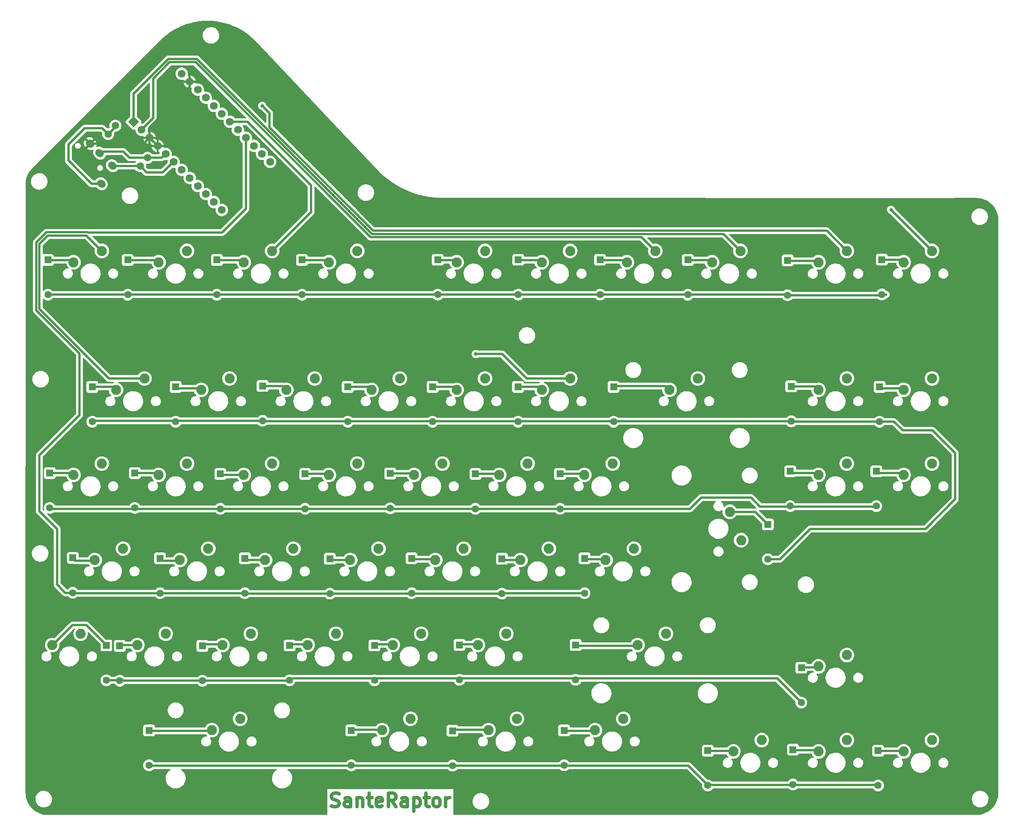
<source format=gtl>
G04 #@! TF.GenerationSoftware,KiCad,Pcbnew,7.0.9-1.fc39*
G04 #@! TF.CreationDate,2024-01-02T19:26:34+02:00*
G04 #@! TF.ProjectId,SplitHside5,53706c69-7448-4736-9964-65352e6b6963,rev?*
G04 #@! TF.SameCoordinates,Original*
G04 #@! TF.FileFunction,Copper,L1,Top*
G04 #@! TF.FilePolarity,Positive*
%FSLAX46Y46*%
G04 Gerber Fmt 4.6, Leading zero omitted, Abs format (unit mm)*
G04 Created by KiCad (PCBNEW 7.0.9-1.fc39) date 2024-01-02 19:26:34*
%MOMM*%
%LPD*%
G01*
G04 APERTURE LIST*
G04 Aperture macros list*
%AMHorizOval*
0 Thick line with rounded ends*
0 $1 width*
0 $2 $3 position (X,Y) of the first rounded end (center of the circle)*
0 $4 $5 position (X,Y) of the second rounded end (center of the circle)*
0 Add line between two ends*
20,1,$1,$2,$3,$4,$5,0*
0 Add two circle primitives to create the rounded ends*
1,1,$1,$2,$3*
1,1,$1,$4,$5*%
%AMRotRect*
0 Rectangle, with rotation*
0 The origin of the aperture is its center*
0 $1 length*
0 $2 width*
0 $3 Rotation angle, in degrees counterclockwise*
0 Add horizontal line*
21,1,$1,$2,0,0,$3*%
G04 Aperture macros list end*
%ADD10C,0.750000*%
G04 #@! TA.AperFunction,NonConductor*
%ADD11C,0.750000*%
G04 #@! TD*
G04 #@! TA.AperFunction,ComponentPad*
%ADD12C,2.250000*%
G04 #@! TD*
G04 #@! TA.AperFunction,ComponentPad*
%ADD13RotRect,1.752600X1.752600X315.000000*%
G04 #@! TD*
G04 #@! TA.AperFunction,ComponentPad*
%ADD14C,1.752600*%
G04 #@! TD*
G04 #@! TA.AperFunction,ComponentPad*
%ADD15HorizOval,1.600000X-0.141421X0.141421X0.141421X-0.141421X0*%
G04 #@! TD*
G04 #@! TA.AperFunction,ComponentPad*
%ADD16R,1.600000X1.600000*%
G04 #@! TD*
G04 #@! TA.AperFunction,ComponentPad*
%ADD17C,1.600000*%
G04 #@! TD*
G04 #@! TA.AperFunction,ComponentPad*
%ADD18C,1.651000*%
G04 #@! TD*
G04 #@! TA.AperFunction,ViaPad*
%ADD19C,0.800000*%
G04 #@! TD*
G04 #@! TA.AperFunction,Conductor*
%ADD20C,0.500000*%
G04 #@! TD*
G04 #@! TA.AperFunction,Conductor*
%ADD21C,0.250000*%
G04 #@! TD*
G04 APERTURE END LIST*
D10*
D11*
X109828570Y-152506000D02*
X110257142Y-152648857D01*
X110257142Y-152648857D02*
X110971427Y-152648857D01*
X110971427Y-152648857D02*
X111257142Y-152506000D01*
X111257142Y-152506000D02*
X111399999Y-152363142D01*
X111399999Y-152363142D02*
X111542856Y-152077428D01*
X111542856Y-152077428D02*
X111542856Y-151791714D01*
X111542856Y-151791714D02*
X111399999Y-151506000D01*
X111399999Y-151506000D02*
X111257142Y-151363142D01*
X111257142Y-151363142D02*
X110971427Y-151220285D01*
X110971427Y-151220285D02*
X110399999Y-151077428D01*
X110399999Y-151077428D02*
X110114284Y-150934571D01*
X110114284Y-150934571D02*
X109971427Y-150791714D01*
X109971427Y-150791714D02*
X109828570Y-150506000D01*
X109828570Y-150506000D02*
X109828570Y-150220285D01*
X109828570Y-150220285D02*
X109971427Y-149934571D01*
X109971427Y-149934571D02*
X110114284Y-149791714D01*
X110114284Y-149791714D02*
X110399999Y-149648857D01*
X110399999Y-149648857D02*
X111114284Y-149648857D01*
X111114284Y-149648857D02*
X111542856Y-149791714D01*
X114114285Y-152648857D02*
X114114285Y-151077428D01*
X114114285Y-151077428D02*
X113971427Y-150791714D01*
X113971427Y-150791714D02*
X113685713Y-150648857D01*
X113685713Y-150648857D02*
X113114285Y-150648857D01*
X113114285Y-150648857D02*
X112828570Y-150791714D01*
X114114285Y-152506000D02*
X113828570Y-152648857D01*
X113828570Y-152648857D02*
X113114285Y-152648857D01*
X113114285Y-152648857D02*
X112828570Y-152506000D01*
X112828570Y-152506000D02*
X112685713Y-152220285D01*
X112685713Y-152220285D02*
X112685713Y-151934571D01*
X112685713Y-151934571D02*
X112828570Y-151648857D01*
X112828570Y-151648857D02*
X113114285Y-151506000D01*
X113114285Y-151506000D02*
X113828570Y-151506000D01*
X113828570Y-151506000D02*
X114114285Y-151363142D01*
X115542856Y-150648857D02*
X115542856Y-152648857D01*
X115542856Y-150934571D02*
X115685713Y-150791714D01*
X115685713Y-150791714D02*
X115971428Y-150648857D01*
X115971428Y-150648857D02*
X116399999Y-150648857D01*
X116399999Y-150648857D02*
X116685713Y-150791714D01*
X116685713Y-150791714D02*
X116828571Y-151077428D01*
X116828571Y-151077428D02*
X116828571Y-152648857D01*
X117828571Y-150648857D02*
X118971428Y-150648857D01*
X118257142Y-149648857D02*
X118257142Y-152220285D01*
X118257142Y-152220285D02*
X118399999Y-152506000D01*
X118399999Y-152506000D02*
X118685714Y-152648857D01*
X118685714Y-152648857D02*
X118971428Y-152648857D01*
X121114285Y-152506000D02*
X120828571Y-152648857D01*
X120828571Y-152648857D02*
X120257143Y-152648857D01*
X120257143Y-152648857D02*
X119971428Y-152506000D01*
X119971428Y-152506000D02*
X119828571Y-152220285D01*
X119828571Y-152220285D02*
X119828571Y-151077428D01*
X119828571Y-151077428D02*
X119971428Y-150791714D01*
X119971428Y-150791714D02*
X120257143Y-150648857D01*
X120257143Y-150648857D02*
X120828571Y-150648857D01*
X120828571Y-150648857D02*
X121114285Y-150791714D01*
X121114285Y-150791714D02*
X121257143Y-151077428D01*
X121257143Y-151077428D02*
X121257143Y-151363142D01*
X121257143Y-151363142D02*
X119828571Y-151648857D01*
X124257143Y-152648857D02*
X123257143Y-151220285D01*
X122542857Y-152648857D02*
X122542857Y-149648857D01*
X122542857Y-149648857D02*
X123685714Y-149648857D01*
X123685714Y-149648857D02*
X123971429Y-149791714D01*
X123971429Y-149791714D02*
X124114286Y-149934571D01*
X124114286Y-149934571D02*
X124257143Y-150220285D01*
X124257143Y-150220285D02*
X124257143Y-150648857D01*
X124257143Y-150648857D02*
X124114286Y-150934571D01*
X124114286Y-150934571D02*
X123971429Y-151077428D01*
X123971429Y-151077428D02*
X123685714Y-151220285D01*
X123685714Y-151220285D02*
X122542857Y-151220285D01*
X126828572Y-152648857D02*
X126828572Y-151077428D01*
X126828572Y-151077428D02*
X126685714Y-150791714D01*
X126685714Y-150791714D02*
X126400000Y-150648857D01*
X126400000Y-150648857D02*
X125828572Y-150648857D01*
X125828572Y-150648857D02*
X125542857Y-150791714D01*
X126828572Y-152506000D02*
X126542857Y-152648857D01*
X126542857Y-152648857D02*
X125828572Y-152648857D01*
X125828572Y-152648857D02*
X125542857Y-152506000D01*
X125542857Y-152506000D02*
X125400000Y-152220285D01*
X125400000Y-152220285D02*
X125400000Y-151934571D01*
X125400000Y-151934571D02*
X125542857Y-151648857D01*
X125542857Y-151648857D02*
X125828572Y-151506000D01*
X125828572Y-151506000D02*
X126542857Y-151506000D01*
X126542857Y-151506000D02*
X126828572Y-151363142D01*
X128257143Y-150648857D02*
X128257143Y-153648857D01*
X128257143Y-150791714D02*
X128542858Y-150648857D01*
X128542858Y-150648857D02*
X129114286Y-150648857D01*
X129114286Y-150648857D02*
X129400000Y-150791714D01*
X129400000Y-150791714D02*
X129542858Y-150934571D01*
X129542858Y-150934571D02*
X129685715Y-151220285D01*
X129685715Y-151220285D02*
X129685715Y-152077428D01*
X129685715Y-152077428D02*
X129542858Y-152363142D01*
X129542858Y-152363142D02*
X129400000Y-152506000D01*
X129400000Y-152506000D02*
X129114286Y-152648857D01*
X129114286Y-152648857D02*
X128542858Y-152648857D01*
X128542858Y-152648857D02*
X128257143Y-152506000D01*
X130542858Y-150648857D02*
X131685715Y-150648857D01*
X130971429Y-149648857D02*
X130971429Y-152220285D01*
X130971429Y-152220285D02*
X131114286Y-152506000D01*
X131114286Y-152506000D02*
X131400001Y-152648857D01*
X131400001Y-152648857D02*
X131685715Y-152648857D01*
X133114287Y-152648857D02*
X132828572Y-152506000D01*
X132828572Y-152506000D02*
X132685715Y-152363142D01*
X132685715Y-152363142D02*
X132542858Y-152077428D01*
X132542858Y-152077428D02*
X132542858Y-151220285D01*
X132542858Y-151220285D02*
X132685715Y-150934571D01*
X132685715Y-150934571D02*
X132828572Y-150791714D01*
X132828572Y-150791714D02*
X133114287Y-150648857D01*
X133114287Y-150648857D02*
X133542858Y-150648857D01*
X133542858Y-150648857D02*
X133828572Y-150791714D01*
X133828572Y-150791714D02*
X133971430Y-150934571D01*
X133971430Y-150934571D02*
X134114287Y-151220285D01*
X134114287Y-151220285D02*
X134114287Y-152077428D01*
X134114287Y-152077428D02*
X133971430Y-152363142D01*
X133971430Y-152363142D02*
X133828572Y-152506000D01*
X133828572Y-152506000D02*
X133542858Y-152648857D01*
X133542858Y-152648857D02*
X133114287Y-152648857D01*
X135400001Y-152648857D02*
X135400001Y-150648857D01*
X135400001Y-151220285D02*
X135542858Y-150934571D01*
X135542858Y-150934571D02*
X135685716Y-150791714D01*
X135685716Y-150791714D02*
X135971430Y-150648857D01*
X135971430Y-150648857D02*
X136257144Y-150648857D01*
D12*
X109297000Y-78420800D03*
X115647000Y-75880800D03*
D13*
X65586300Y656563D03*
D14*
X67382351Y-1139488D03*
X69178402Y-2935539D03*
X70974453Y-4731591D03*
X72770504Y-6527642D03*
X74566556Y-8323693D03*
X76362607Y-10119744D03*
X78158658Y-11915796D03*
X79954709Y-13711847D03*
X81750761Y-15507898D03*
X83546812Y-17303949D03*
X85342863Y-19100000D03*
X96119170Y-8323693D03*
X94323119Y-6527642D03*
X92527068Y-4731591D03*
X90731017Y-2935539D03*
X88934966Y-1139488D03*
X87138914Y656563D03*
X85342863Y2452614D03*
X83546812Y4248666D03*
X81750761Y6044717D03*
X79954709Y7840768D03*
X78158658Y9636819D03*
X76362607Y11432870D03*
D15*
X58363961Y-13216652D03*
X60838835Y-9186144D03*
X58010408Y-6357716D03*
X55889087Y-4236396D03*
D16*
X46433400Y-30270300D03*
D17*
X46433400Y-38070300D03*
D16*
X56356250Y-58700000D03*
D17*
X56356250Y-66500000D03*
D16*
X46831250Y-78000000D03*
D17*
X46831250Y-85800000D03*
D16*
X52000000Y-97000000D03*
D17*
X52000000Y-104800000D03*
D16*
X62500000Y-116700000D03*
D17*
X62500000Y-124500000D03*
D16*
X75000000Y-58700000D03*
D17*
X75000000Y-66500000D03*
D16*
X65881250Y-78000000D03*
D17*
X65881250Y-85800000D03*
D16*
X71500000Y-97100000D03*
D17*
X71500000Y-104900000D03*
D16*
X81000000Y-116700000D03*
D17*
X81000000Y-124500000D03*
D16*
X84234950Y-30270300D03*
D17*
X84234950Y-38070300D03*
D16*
X94456250Y-58500000D03*
D17*
X94456250Y-66300000D03*
D16*
X85000000Y-78200000D03*
D17*
X85000000Y-86000000D03*
D16*
X90500000Y-97100000D03*
D17*
X90500000Y-104900000D03*
D16*
X100500000Y-116600000D03*
D17*
X100500000Y-124400000D03*
D16*
X103284550Y-30270300D03*
D17*
X103284550Y-38070300D03*
D16*
X113500000Y-58700000D03*
D17*
X113500000Y-66500000D03*
D16*
X103981250Y-78200000D03*
D17*
X103981250Y-86000000D03*
D16*
X109500000Y-97200000D03*
D17*
X109500000Y-105000000D03*
D16*
X119500000Y-116600000D03*
D17*
X119500000Y-124400000D03*
D16*
X133644850Y-30240375D03*
D17*
X133644850Y-38040375D03*
D16*
X132500000Y-58700000D03*
D17*
X132500000Y-66500000D03*
D16*
X123000000Y-78100000D03*
D17*
X123000000Y-85900000D03*
D16*
X127793750Y-97100000D03*
D17*
X127793750Y-104900000D03*
D16*
X138500000Y-116500000D03*
D17*
X138500000Y-124300000D03*
D16*
X151652675Y-30240375D03*
D17*
X151652675Y-38040375D03*
D16*
X151606250Y-58700000D03*
D17*
X151606250Y-66500000D03*
D16*
X142081250Y-78200000D03*
D17*
X142081250Y-86000000D03*
D16*
X148000000Y-97200000D03*
D17*
X148000000Y-105000000D03*
D16*
X164500000Y-116500000D03*
D17*
X164500000Y-124300000D03*
D16*
X169958150Y-30240375D03*
D17*
X169958150Y-38040375D03*
D16*
X173000000Y-58700000D03*
D17*
X173000000Y-66500000D03*
D16*
X161000000Y-78200000D03*
D17*
X161000000Y-86000000D03*
D16*
X166500000Y-97100000D03*
D17*
X166500000Y-104900000D03*
D16*
X215000000Y-121600000D03*
D17*
X215000000Y-129400000D03*
D16*
X189603050Y-30270300D03*
D17*
X189603050Y-38070300D03*
D16*
X207500000Y-89500000D03*
D17*
X207500000Y-97300000D03*
D16*
X212500000Y-77600000D03*
D17*
X212500000Y-85400000D03*
D16*
X211931250Y-30390000D03*
D17*
X211931250Y-38190000D03*
D16*
X212725000Y-58600000D03*
D17*
X212725000Y-66400000D03*
D16*
X231775000Y-77600000D03*
D17*
X231775000Y-85400000D03*
D16*
X233000000Y-30200000D03*
D17*
X233000000Y-38000000D03*
D16*
X232500000Y-58700000D03*
D17*
X232500000Y-66500000D03*
D12*
X52149610Y-30797640D03*
X58499610Y-28257640D03*
X61674650Y-59372760D03*
X68024650Y-56832760D03*
X52149610Y-78422840D03*
X58499610Y-75882840D03*
X56912130Y-97472920D03*
X63262130Y-94932920D03*
X66437170Y-116523000D03*
X72787170Y-113983000D03*
X80724730Y-59372500D03*
X87074730Y-56832500D03*
X71199690Y-78422840D03*
X77549690Y-75882840D03*
X75962210Y-97472920D03*
X82312210Y-94932920D03*
X85487250Y-116523000D03*
X91837250Y-113983000D03*
X90249770Y-30797640D03*
X96599770Y-28257640D03*
X99774810Y-59372760D03*
X106124810Y-56832760D03*
X90249770Y-78422840D03*
X96599770Y-75882840D03*
X95012290Y-97472920D03*
X101362290Y-94932920D03*
X104537330Y-116523000D03*
X110887330Y-113983000D03*
X109299850Y-30797640D03*
X115649850Y-28257640D03*
X118824890Y-59372760D03*
X125174890Y-56832760D03*
X114062370Y-97472920D03*
X120412370Y-94932920D03*
X123587410Y-116523000D03*
X129937410Y-113983000D03*
X137874970Y-30797640D03*
X144224970Y-28257640D03*
X137874970Y-59372760D03*
X144224970Y-56832760D03*
X128349930Y-78422840D03*
X134699930Y-75882840D03*
X133112450Y-97472920D03*
X139462450Y-94932920D03*
X142637490Y-116523000D03*
X148987490Y-113983000D03*
X156925050Y-30797640D03*
X163275050Y-28257640D03*
X156925050Y-59372760D03*
X163275050Y-56832760D03*
X147400010Y-78422840D03*
X153750010Y-75882840D03*
X152162530Y-97472920D03*
X158512530Y-94932920D03*
X178356390Y-116523000D03*
X184706390Y-113983000D03*
X175975130Y-30797640D03*
X182325130Y-28257640D03*
X185500170Y-59372760D03*
X191850170Y-56832760D03*
X166450090Y-78422840D03*
X172800090Y-75882840D03*
X171212610Y-97472920D03*
X177562610Y-94932920D03*
X195025210Y-30797640D03*
X201375210Y-28257640D03*
X218821000Y-78422840D03*
X225171000Y-75882840D03*
X218837810Y-30797640D03*
X225187810Y-28257640D03*
X218837810Y-59372760D03*
X225187810Y-56832760D03*
X237887890Y-78422840D03*
X244237890Y-75882840D03*
X237887890Y-59372760D03*
X244237890Y-56832760D03*
X198993950Y-86677880D03*
X201533950Y-93027880D03*
D16*
X64293750Y-30270300D03*
D17*
X64293750Y-38070300D03*
D12*
X71199690Y-30797640D03*
X77549690Y-28257640D03*
D16*
X69056540Y-135641820D03*
D17*
X69056540Y-143441820D03*
D16*
X114300480Y-135641820D03*
D17*
X114300480Y-143441820D03*
D16*
X136949899Y-135700000D03*
D17*
X136949899Y-143500000D03*
D16*
X161925680Y-135641820D03*
D17*
X161925680Y-143441820D03*
D16*
X194072690Y-140166230D03*
D17*
X194072690Y-147966230D03*
D16*
X213122770Y-139928120D03*
D17*
X213122770Y-147728120D03*
D16*
X232172850Y-140166230D03*
D17*
X232172850Y-147966230D03*
D12*
X121206150Y-135573080D03*
X127556150Y-133033080D03*
X168831350Y-135573080D03*
X175181350Y-133033080D03*
X199787730Y-140335600D03*
X206137730Y-137795600D03*
X218837810Y-140335600D03*
X225187810Y-137795600D03*
X83105990Y-135573080D03*
X89455990Y-133033080D03*
X218837810Y-121285520D03*
X225187810Y-118745520D03*
X145018750Y-135573080D03*
X151368750Y-133033080D03*
D18*
X68700000Y-7400000D03*
X61515796Y-215796D03*
X59900000Y-2100000D03*
X67084204Y-9284204D03*
D12*
X237881800Y-30797500D03*
X244231800Y-28257500D03*
X237881800Y-140332000D03*
X244231800Y-137792000D03*
X47387170Y-116523000D03*
X53737170Y-113983000D03*
D16*
X59500000Y-116600001D03*
D17*
X59500000Y-124400001D03*
D19*
X94378556Y4249307D03*
X235077000Y-19050000D03*
X142150000Y-51350000D03*
D20*
X60124600Y-56832760D02*
X59741840Y-56450000D01*
X59741840Y-56450000D02*
X59725950Y-56450000D01*
X59725950Y-56450000D02*
X44550000Y-41274050D01*
X68024650Y-56832760D02*
X60124600Y-56832760D01*
X55041970Y-24800000D02*
X58499610Y-28257640D01*
X46400000Y-24800000D02*
X55041970Y-24800000D01*
X44550000Y-41274050D02*
X44550000Y-26650000D01*
X44550000Y-26650000D02*
X46400000Y-24800000D01*
X69178402Y-2935539D02*
X70974453Y-4731591D01*
X65960175Y-6153766D02*
X64042805Y-4236396D01*
X69178402Y-2935539D02*
X65960175Y-6153766D01*
X69178402Y-582712D02*
X69178402Y-2935539D01*
X64042805Y-4236396D02*
X55889087Y-4236396D01*
X78158658Y9636819D02*
X78158658Y8397544D01*
X78158658Y8397544D02*
X69178402Y-582712D01*
X54658249Y-800000D02*
X58600000Y-800000D01*
X58363961Y-13216652D02*
X56216652Y-13216652D01*
X51000000Y-8000000D02*
X51000000Y-4458249D01*
X61515796Y-484204D02*
X59900000Y-2100000D01*
X56216652Y-13216652D02*
X51000000Y-8000000D01*
X58600000Y-800000D02*
X59900000Y-2100000D01*
X51000000Y-4458249D02*
X54658249Y-800000D01*
X58389885Y-13242576D02*
X58363961Y-13216652D01*
X61515796Y-215796D02*
X61515796Y-484204D01*
X119204288Y-23751425D02*
X96029556Y-576693D01*
X225187810Y-28257640D02*
X220681595Y-23751425D01*
X96029556Y2598307D02*
X94378556Y4249307D01*
X220681595Y-23751425D02*
X119204288Y-23751425D01*
X96029556Y-576693D02*
X96029556Y2598307D01*
X94378556Y4249307D02*
X94505556Y4122307D01*
X69204720Y-143500000D02*
X189696460Y-143500000D01*
X194072690Y-147876230D02*
X232172850Y-147876230D01*
X189696460Y-143500000D02*
X194072690Y-147876230D01*
X69056540Y-143351820D02*
X69204720Y-143500000D01*
X105302363Y-13532500D02*
X105300556Y-13530693D01*
X105300556Y-13530693D02*
X105266658Y-13564591D01*
X105302363Y-13532500D02*
X105283000Y-13551863D01*
X105300556Y-13530693D02*
X91113300Y656563D01*
X91113300Y656563D02*
X87138914Y656563D01*
X105283000Y-13551863D02*
X105283000Y-19574410D01*
X105283000Y-19574410D02*
X96599770Y-28257640D01*
X100400000Y-124500000D02*
X70500000Y-124500000D01*
X63400001Y-124400001D02*
X60000000Y-124400001D01*
X215000000Y-129400000D02*
X209600000Y-124000000D01*
X100500000Y-124400000D02*
X100400000Y-124500000D01*
X63500000Y-124500000D02*
X63400001Y-124400001D01*
X209600000Y-124000000D02*
X101258794Y-124000000D01*
X70500000Y-124500000D02*
X63500000Y-124500000D01*
X166500000Y-104900000D02*
X148100000Y-104900000D01*
X52100000Y-104900000D02*
X52000000Y-104800000D01*
X48500000Y-90550000D02*
X44500000Y-86550000D01*
X52000000Y-104800000D02*
X50300000Y-104800000D01*
X85430249Y-24130000D02*
X90731017Y-18829232D01*
X148000000Y-105000000D02*
X109700000Y-105000000D01*
X90600000Y-105000000D02*
X90500000Y-104900000D01*
X109500000Y-105000000D02*
X90600000Y-105000000D01*
X55331919Y-24100000D02*
X55361920Y-24130000D01*
X44500000Y-86550000D02*
X44500000Y-74000000D01*
X53500000Y-51214000D02*
X43850000Y-41564000D01*
X90731017Y-18829232D02*
X90731017Y-2935539D01*
X44500000Y-74000000D02*
X53500000Y-65000000D01*
X43850000Y-26360050D02*
X46110050Y-24100000D01*
X55361920Y-24130000D02*
X85430249Y-24130000D01*
X48500000Y-103000000D02*
X48500000Y-90550000D01*
X43850000Y-41564000D02*
X43850000Y-26360050D01*
X46110050Y-24100000D02*
X55331919Y-24100000D01*
X148100000Y-104900000D02*
X148000000Y-105000000D01*
X90500000Y-104900000D02*
X52100000Y-104900000D01*
X53500000Y-65000000D02*
X53500000Y-51214000D01*
X50300000Y-104800000D02*
X48500000Y-103000000D01*
X161000000Y-86000000D02*
X85000000Y-86000000D01*
X231675000Y-85500000D02*
X205750000Y-85500000D01*
X205750000Y-85500000D02*
X203750000Y-83500000D01*
X190070375Y-86000000D02*
X161000000Y-86000000D01*
X203750000Y-83500000D02*
X192570375Y-83500000D01*
X47031250Y-86000000D02*
X46831250Y-85800000D01*
X192570375Y-83500000D02*
X190070375Y-86000000D01*
X85000000Y-86000000D02*
X47031250Y-86000000D01*
X231775000Y-85400000D02*
X231675000Y-85500000D01*
X56356250Y-66500000D02*
X56556250Y-66300000D01*
X212700000Y-66375000D02*
X212825000Y-66500000D01*
X94456250Y-66300000D02*
X94531250Y-66375000D01*
X212825000Y-66500000D02*
X235727500Y-66500000D01*
X56556250Y-66300000D02*
X94456250Y-66300000D01*
X235727500Y-66500000D02*
X237680500Y-68453000D01*
X249430700Y-83869300D02*
X242800000Y-90500000D01*
X237680500Y-68453000D02*
X244364150Y-68453000D01*
X242800000Y-90500000D02*
X217000000Y-90500000D01*
X249430700Y-73519550D02*
X249430700Y-83869300D01*
X244364150Y-68453000D02*
X249430700Y-73519550D01*
X210200000Y-97300000D02*
X207500000Y-97300000D01*
X94531250Y-66375000D02*
X212700000Y-66375000D01*
X217000000Y-90500000D02*
X210200000Y-97300000D01*
X233900000Y-38100000D02*
X234000000Y-38000000D01*
X46453100Y-38000000D02*
X211831250Y-38000000D01*
X211931250Y-38190000D02*
X232810000Y-38190000D01*
X46433400Y-37980300D02*
X46453100Y-38000000D01*
X211831250Y-38000000D02*
X211931250Y-38100000D01*
X232810000Y-38190000D02*
X233000000Y-38000000D01*
X235077000Y-19050000D02*
X244231800Y-28204800D01*
X244231800Y-28204800D02*
X244231800Y-28257500D01*
X153557760Y-56832760D02*
X163275050Y-56832760D01*
X142150000Y-51350000D02*
X148075000Y-51350000D01*
X148075000Y-51350000D02*
X153557760Y-56832760D01*
X68500000Y-10700000D02*
X72100000Y-10700000D01*
X60936895Y-9284204D02*
X60838835Y-9186144D01*
X74476307Y-8323693D02*
X74566556Y-8323693D01*
X72100000Y-10700000D02*
X74476307Y-8323693D01*
X67084204Y-9284204D02*
X60936895Y-9284204D01*
X67084204Y-9284204D02*
X68500000Y-10700000D01*
X68700000Y-7400000D02*
X71898146Y-7400000D01*
X71898146Y-7400000D02*
X72770504Y-6527642D01*
X63300000Y-6000000D02*
X58368124Y-6000000D01*
X58368124Y-6000000D02*
X58010408Y-6357716D01*
X64700000Y-7400000D02*
X63300000Y-6000000D01*
X68700000Y-7400000D02*
X64700000Y-7400000D01*
X179218915Y-25151425D02*
X182325130Y-28257640D01*
X69994556Y10345307D02*
X73677556Y14028307D01*
X69994556Y1472717D02*
X69994556Y10345307D01*
X73677556Y14028307D02*
X79444656Y14028307D01*
X67382351Y-1139488D02*
X69994556Y1472717D01*
X79444656Y14028307D02*
X118624388Y-25151425D01*
X118624388Y-25151425D02*
X179218915Y-25151425D01*
X201375210Y-28257640D02*
X197568995Y-24451425D01*
X73387606Y14728307D02*
X65586300Y6927001D01*
X118914338Y-24451425D02*
X79734605Y14728307D01*
X65586300Y6927001D02*
X65586300Y656563D01*
X79734605Y14728307D02*
X73387606Y14728307D01*
X197568995Y-24451425D02*
X118914338Y-24451425D01*
X51712270Y-30360300D02*
X52149610Y-30797640D01*
X46433400Y-30360300D02*
X51712270Y-30360300D01*
X56356250Y-58700000D02*
X61001890Y-58700000D01*
X61001890Y-58700000D02*
X61674650Y-59372760D01*
X51726770Y-78000000D02*
X52149610Y-78422840D01*
X46831250Y-78000000D02*
X51726770Y-78000000D01*
X52387500Y-97631250D02*
X56753800Y-97631250D01*
X56753800Y-97631250D02*
X56912130Y-97472920D01*
X62706250Y-116300000D02*
X62928750Y-116522500D01*
X66436670Y-116522500D02*
X66437170Y-116523000D01*
X62928750Y-116522500D02*
X66436670Y-116522500D01*
X70762350Y-30360300D02*
X71199690Y-30797640D01*
X64293750Y-30360300D02*
X70762350Y-30360300D01*
X80352230Y-59000000D02*
X80724730Y-59372500D01*
X75300000Y-59000000D02*
X80352230Y-59000000D01*
X75000000Y-58700000D02*
X75300000Y-59000000D01*
X70776850Y-78000000D02*
X71199690Y-78422840D01*
X65881250Y-78000000D02*
X70776850Y-78000000D01*
X75803880Y-97631250D02*
X75962210Y-97472920D01*
X72231250Y-97631250D02*
X75803880Y-97631250D01*
X81756250Y-116363750D02*
X85328000Y-116363750D01*
X85328000Y-116363750D02*
X85487250Y-116523000D01*
X89812430Y-30360300D02*
X90249770Y-30797640D01*
X84234950Y-30360300D02*
X89812430Y-30360300D01*
X94456250Y-58500000D02*
X98902050Y-58500000D01*
X98902050Y-58500000D02*
X99774810Y-59372760D01*
X85222840Y-78422840D02*
X90249770Y-78422840D01*
X85000000Y-78200000D02*
X85222840Y-78422840D01*
X95011870Y-97472500D02*
X95012290Y-97472920D01*
X90487500Y-97472500D02*
X95011870Y-97472500D01*
X100806250Y-116363750D02*
X104378080Y-116363750D01*
X104378080Y-116363750D02*
X104537330Y-116523000D01*
X108862510Y-30360300D02*
X109299850Y-30797640D01*
X103284550Y-30360300D02*
X108862510Y-30360300D01*
X113500000Y-58700000D02*
X118152130Y-58700000D01*
X118152130Y-58700000D02*
X118824890Y-59372760D01*
X109297000Y-78420800D02*
X109297000Y-78297000D01*
X109297000Y-78297000D02*
X109200000Y-78200000D01*
X109200000Y-78200000D02*
X103981250Y-78200000D01*
X114062370Y-97472920D02*
X109537920Y-97472920D01*
X109537920Y-97472920D02*
X109537500Y-97472500D01*
X123428160Y-116363750D02*
X123587410Y-116523000D01*
X119856250Y-116363750D02*
X123428160Y-116363750D01*
X133644850Y-30330375D02*
X137407705Y-30330375D01*
X137407705Y-30330375D02*
X137874970Y-30797640D01*
X132500000Y-58700000D02*
X137202210Y-58700000D01*
X137202210Y-58700000D02*
X137874970Y-59372760D01*
X123000000Y-78100000D02*
X128027090Y-78100000D01*
X128027090Y-78100000D02*
X128349930Y-78422840D01*
X127793750Y-97313750D02*
X132953280Y-97313750D01*
X132953280Y-97313750D02*
X133112450Y-97472920D01*
X142478240Y-116363750D02*
X142637490Y-116523000D01*
X138906250Y-116363750D02*
X142478240Y-116363750D01*
X156457785Y-30330375D02*
X156925050Y-30797640D01*
X151652675Y-30330375D02*
X156457785Y-30330375D01*
X156252290Y-58700000D02*
X156925050Y-59372760D01*
X151606250Y-58700000D02*
X156252290Y-58700000D01*
X142081250Y-78200000D02*
X147177170Y-78200000D01*
X147177170Y-78200000D02*
X147400010Y-78422840D01*
X152162110Y-97472500D02*
X152162530Y-97472920D01*
X148431250Y-97472500D02*
X152162110Y-97472500D01*
X178198140Y-116681250D02*
X178356390Y-116523000D01*
X164306250Y-116681250D02*
X178198140Y-116681250D01*
X169958150Y-30330375D02*
X175507865Y-30330375D01*
X175507865Y-30330375D02*
X175975130Y-30797640D01*
X185500170Y-59372760D02*
X184627410Y-58500000D01*
X173200000Y-58500000D02*
X173000000Y-58700000D01*
X184627410Y-58500000D02*
X173200000Y-58500000D01*
X166227250Y-78200000D02*
X166450090Y-78422840D01*
X161000000Y-78200000D02*
X166227250Y-78200000D01*
X171053440Y-97313750D02*
X171212610Y-97472920D01*
X166687500Y-97313750D02*
X171053440Y-97313750D01*
X218623330Y-121500000D02*
X218837810Y-121285520D01*
X216000000Y-121500000D02*
X218623330Y-121500000D01*
X189603050Y-30360300D02*
X194587870Y-30360300D01*
X194587870Y-30360300D02*
X195025210Y-30797640D01*
X198993950Y-86677880D02*
X204677880Y-86677880D01*
X204677880Y-86677880D02*
X207500000Y-89500000D01*
X218414970Y-78000000D02*
X218837810Y-78422840D01*
X212500000Y-77600000D02*
X212900000Y-78000000D01*
X212900000Y-78000000D02*
X218414970Y-78000000D01*
X47477000Y-116523000D02*
X47387170Y-116523000D01*
X60000000Y-116500000D02*
X59500000Y-116500000D01*
X59500000Y-116500000D02*
X55000000Y-112000000D01*
X55000000Y-112000000D02*
X52000000Y-112000000D01*
X47387170Y-116487170D02*
X47220000Y-116320000D01*
X47387170Y-116523000D02*
X47387170Y-116487170D01*
X52000000Y-112000000D02*
X47477000Y-116523000D01*
X218520170Y-30480000D02*
X218837810Y-30797640D01*
X211931250Y-30480000D02*
X218520170Y-30480000D01*
X218837810Y-59372760D02*
X218065050Y-58600000D01*
X218065050Y-58600000D02*
X212725000Y-58600000D01*
X237465050Y-78000000D02*
X237887890Y-78422840D01*
X232175000Y-78000000D02*
X237465050Y-78000000D01*
X231775000Y-77600000D02*
X232175000Y-78000000D01*
X233000000Y-30200000D02*
X237284300Y-30200000D01*
X237284300Y-30200000D02*
X237881800Y-30797500D01*
D21*
X237411500Y-30321250D02*
X237887890Y-30797640D01*
X237807500Y-30321250D02*
X238283750Y-30797500D01*
D20*
X232568750Y-58768750D02*
X232800000Y-59000000D01*
X237515130Y-59000000D02*
X237887890Y-59372760D01*
X232800000Y-59000000D02*
X237515130Y-59000000D01*
X82947250Y-135731820D02*
X83105990Y-135573080D01*
X69056540Y-135731820D02*
X82947250Y-135731820D01*
X114300480Y-135731820D02*
X114532300Y-135500000D01*
X114532300Y-135500000D02*
X121133070Y-135500000D01*
X121133070Y-135500000D02*
X121206150Y-135573080D01*
X137149899Y-135500000D02*
X144945670Y-135500000D01*
X136949899Y-135700000D02*
X137149899Y-135500000D01*
X144945670Y-135500000D02*
X145018750Y-135573080D01*
X168672610Y-135731820D02*
X168831350Y-135573080D01*
X161925680Y-135731820D02*
X168672610Y-135731820D01*
X194072690Y-140256230D02*
X199708360Y-140256230D01*
X199708360Y-140256230D02*
X199787730Y-140335600D01*
X213122770Y-140018120D02*
X218520330Y-140018120D01*
X218520330Y-140018120D02*
X218837810Y-140335600D01*
X232172850Y-140256230D02*
X237806030Y-140256230D01*
D21*
X237861230Y-140256230D02*
X237940000Y-140335000D01*
D20*
X237806030Y-140256230D02*
X237881800Y-140332000D01*
G04 #@! TA.AperFunction,Conductor*
G36*
X82543878Y23267075D02*
G01*
X83299213Y23228769D01*
X83302346Y23228531D01*
X84054780Y23152016D01*
X84057896Y23151619D01*
X84805469Y23037094D01*
X84808561Y23036540D01*
X85549390Y22884297D01*
X85552450Y22883586D01*
X86284631Y22694012D01*
X86287636Y22693152D01*
X87009258Y22466742D01*
X87012231Y22465726D01*
X87721453Y22203058D01*
X87724370Y22201892D01*
X88419390Y21903637D01*
X88422245Y21902326D01*
X89101270Y21569247D01*
X89104055Y21567792D01*
X89765311Y21200766D01*
X89768018Y21199172D01*
X90409868Y20799104D01*
X90412491Y20797375D01*
X91033242Y20365320D01*
X91035774Y20363461D01*
X91633835Y19900527D01*
X91636270Y19898541D01*
X92210126Y19405902D01*
X92212457Y19403796D01*
X92760499Y18882844D01*
X92762857Y18880478D01*
X110815192Y-232419D01*
X120427265Y-10409196D01*
X120512282Y-10499207D01*
X120514336Y-10502120D01*
X120527004Y-10514795D01*
X120533499Y-10521672D01*
X120535967Y-10523756D01*
X120820062Y-10807852D01*
X121429721Y-11369084D01*
X122062052Y-11904642D01*
X122715974Y-12413611D01*
X123390371Y-12895122D01*
X124084091Y-13348353D01*
X124795947Y-13772528D01*
X125524725Y-14166923D01*
X126269178Y-14530865D01*
X127028036Y-14863731D01*
X127800001Y-15164953D01*
X128583754Y-15434017D01*
X129377957Y-15670461D01*
X130181253Y-15873884D01*
X130992269Y-16043936D01*
X131809619Y-16180328D01*
X132631908Y-16282826D01*
X133457730Y-16351256D01*
X134285674Y-16385500D01*
X134754758Y-16385500D01*
X134754769Y-16385497D01*
X137091283Y-16385426D01*
X137781042Y-16393339D01*
X137782549Y-16393500D01*
X137794962Y-16393500D01*
X137796967Y-16393523D01*
X137796967Y-16393522D01*
X137807157Y-16393639D01*
X137808658Y-16393500D01*
X139824911Y-16393500D01*
X248178687Y-16403798D01*
X248178703Y-16403802D01*
X248203346Y-16403802D01*
X248206150Y-16403802D01*
X248207311Y-16403910D01*
X248217805Y-16403819D01*
X248217806Y-16403820D01*
X248218758Y-16403811D01*
X248219903Y-16403802D01*
X248232888Y-16403802D01*
X248234029Y-16403680D01*
X250350084Y-16385500D01*
X251962378Y-16385500D01*
X252897912Y-16385500D01*
X253362378Y-16385500D01*
X254096588Y-16385500D01*
X254100000Y-16385500D01*
X254509480Y-16402436D01*
X254514553Y-16402856D01*
X254918714Y-16453234D01*
X254923744Y-16454074D01*
X255322350Y-16537652D01*
X255327307Y-16538908D01*
X255717657Y-16655121D01*
X255722464Y-16656772D01*
X256039303Y-16780403D01*
X256101873Y-16804818D01*
X256106552Y-16806870D01*
X256472438Y-16985741D01*
X256476933Y-16988173D01*
X256826803Y-17196650D01*
X256831085Y-17199448D01*
X257162548Y-17436107D01*
X257166560Y-17439231D01*
X257477347Y-17702456D01*
X257481096Y-17705906D01*
X257769092Y-17993902D01*
X257772544Y-17997653D01*
X258035765Y-18308436D01*
X258038894Y-18312455D01*
X258275545Y-18643905D01*
X258278349Y-18648196D01*
X258486826Y-18998066D01*
X258489263Y-19002569D01*
X258651452Y-19334333D01*
X258668122Y-19368431D01*
X258670181Y-19373126D01*
X258818221Y-19752518D01*
X258819882Y-19757357D01*
X258843177Y-19835599D01*
X258936090Y-20147690D01*
X258937349Y-20152660D01*
X259020923Y-20551243D01*
X259021767Y-20556300D01*
X259072141Y-20960428D01*
X259072564Y-20965537D01*
X259089500Y-21375000D01*
X259089500Y-149575000D01*
X259072564Y-149984462D01*
X259072141Y-149989571D01*
X259021767Y-150393699D01*
X259020923Y-150398756D01*
X258937349Y-150797339D01*
X258936090Y-150802309D01*
X258897410Y-150932235D01*
X258828716Y-151162975D01*
X258819886Y-151192633D01*
X258818221Y-151197481D01*
X258670181Y-151576873D01*
X258668122Y-151581568D01*
X258489266Y-151947424D01*
X258486826Y-151951933D01*
X258278349Y-152301803D01*
X258275545Y-152306094D01*
X258160961Y-152466580D01*
X258052820Y-152618042D01*
X258038909Y-152637525D01*
X258035760Y-152641570D01*
X257772553Y-152952337D01*
X257769081Y-152956109D01*
X257481109Y-153244081D01*
X257477337Y-153247553D01*
X257166570Y-153510760D01*
X257162532Y-153513903D01*
X256997168Y-153631970D01*
X256831094Y-153750545D01*
X256826803Y-153753349D01*
X256476933Y-153961826D01*
X256472424Y-153964266D01*
X256106568Y-154143122D01*
X256101873Y-154145181D01*
X255722481Y-154293221D01*
X255717633Y-154294886D01*
X255327309Y-154411090D01*
X255322339Y-154412349D01*
X254923756Y-154495923D01*
X254918699Y-154496767D01*
X254514571Y-154547141D01*
X254509462Y-154547564D01*
X254100000Y-154564500D01*
X137268530Y-154564500D01*
X137201491Y-154544815D01*
X137155736Y-154492011D01*
X137144530Y-154440500D01*
X137144530Y-151567763D01*
X141445787Y-151567763D01*
X141475413Y-151837013D01*
X141475415Y-151837024D01*
X141538837Y-152079615D01*
X141543928Y-152099088D01*
X141649870Y-152348390D01*
X141771350Y-152547442D01*
X141790979Y-152579605D01*
X141790986Y-152579615D01*
X141964253Y-152787819D01*
X141964259Y-152787824D01*
X142034209Y-152850499D01*
X142165998Y-152968582D01*
X142391910Y-153118044D01*
X142637176Y-153233020D01*
X142637183Y-153233022D01*
X142637185Y-153233023D01*
X142896557Y-153311057D01*
X142896564Y-153311058D01*
X142896569Y-153311060D01*
X143164561Y-153350500D01*
X143164566Y-153350500D01*
X143367636Y-153350500D01*
X143419133Y-153346730D01*
X143570156Y-153335677D01*
X143682758Y-153310593D01*
X143834546Y-153276782D01*
X143834548Y-153276781D01*
X143834553Y-153276780D01*
X144087558Y-153180014D01*
X144323777Y-153047441D01*
X144538177Y-152881888D01*
X144726186Y-152686881D01*
X144883799Y-152466579D01*
X144966310Y-152306094D01*
X145007649Y-152225690D01*
X145007651Y-152225684D01*
X145007656Y-152225675D01*
X145095118Y-151969305D01*
X145144319Y-151702933D01*
X145154212Y-151432235D01*
X145124586Y-151162982D01*
X145099693Y-151067763D01*
X253145787Y-151067763D01*
X253175413Y-151337013D01*
X253175415Y-151337024D01*
X253243926Y-151599082D01*
X253243928Y-151599088D01*
X253349870Y-151848390D01*
X253413062Y-151951933D01*
X253490979Y-152079605D01*
X253490986Y-152079615D01*
X253664253Y-152287819D01*
X253664259Y-152287824D01*
X253684650Y-152306094D01*
X253865998Y-152468582D01*
X254091910Y-152618044D01*
X254337176Y-152733020D01*
X254337183Y-152733022D01*
X254337185Y-152733023D01*
X254596557Y-152811057D01*
X254596564Y-152811058D01*
X254596569Y-152811060D01*
X254864561Y-152850500D01*
X254864566Y-152850500D01*
X255067636Y-152850500D01*
X255119133Y-152846730D01*
X255270156Y-152835677D01*
X255382758Y-152810593D01*
X255534546Y-152776782D01*
X255534548Y-152776781D01*
X255534553Y-152776780D01*
X255787558Y-152680014D01*
X256023777Y-152547441D01*
X256238177Y-152381888D01*
X256426186Y-152186881D01*
X256583799Y-151966579D01*
X256657787Y-151822669D01*
X256707649Y-151725690D01*
X256707651Y-151725684D01*
X256707656Y-151725675D01*
X256795118Y-151469305D01*
X256844319Y-151202933D01*
X256854212Y-150932235D01*
X256824586Y-150662982D01*
X256756072Y-150400912D01*
X256650130Y-150151610D01*
X256509018Y-149920390D01*
X256477033Y-149881956D01*
X256335746Y-149712180D01*
X256335740Y-149712175D01*
X256134002Y-149531418D01*
X255908092Y-149381957D01*
X255908090Y-149381956D01*
X255662824Y-149266980D01*
X255662819Y-149266978D01*
X255662814Y-149266976D01*
X255403442Y-149188942D01*
X255403428Y-149188939D01*
X255287791Y-149171921D01*
X255135439Y-149149500D01*
X254932369Y-149149500D01*
X254932364Y-149149500D01*
X254729844Y-149164323D01*
X254729831Y-149164325D01*
X254465453Y-149223217D01*
X254465446Y-149223220D01*
X254212439Y-149319987D01*
X253976226Y-149452557D01*
X253761822Y-149618112D01*
X253573822Y-149813109D01*
X253573816Y-149813116D01*
X253416202Y-150033419D01*
X253416199Y-150033424D01*
X253292350Y-150274309D01*
X253292343Y-150274327D01*
X253204884Y-150530685D01*
X253204881Y-150530699D01*
X253155681Y-150797068D01*
X253155680Y-150797075D01*
X253145787Y-151067763D01*
X145099693Y-151067763D01*
X145056072Y-150900912D01*
X144950130Y-150651610D01*
X144809018Y-150420390D01*
X144791014Y-150398756D01*
X144635746Y-150212180D01*
X144635740Y-150212175D01*
X144434002Y-150031418D01*
X144208092Y-149881957D01*
X144208090Y-149881956D01*
X143962824Y-149766980D01*
X143962819Y-149766978D01*
X143962814Y-149766976D01*
X143703442Y-149688942D01*
X143703428Y-149688939D01*
X143587791Y-149671921D01*
X143435439Y-149649500D01*
X143232369Y-149649500D01*
X143232364Y-149649500D01*
X143029844Y-149664323D01*
X143029831Y-149664325D01*
X142765453Y-149723217D01*
X142765446Y-149723220D01*
X142512439Y-149819987D01*
X142276226Y-149952557D01*
X142276224Y-149952558D01*
X142276223Y-149952559D01*
X142213893Y-150000688D01*
X142061822Y-150118112D01*
X141873822Y-150313109D01*
X141873816Y-150313116D01*
X141716202Y-150533419D01*
X141716199Y-150533424D01*
X141592350Y-150774309D01*
X141592343Y-150774327D01*
X141504884Y-151030685D01*
X141504881Y-151030699D01*
X141455681Y-151297068D01*
X141455680Y-151297075D01*
X141445787Y-151567763D01*
X137144530Y-151567763D01*
X137144530Y-148760187D01*
X108940084Y-148760187D01*
X108940084Y-154440500D01*
X108920399Y-154507539D01*
X108867595Y-154553294D01*
X108816084Y-154564500D01*
X46402000Y-154564500D01*
X45992537Y-154547564D01*
X45987428Y-154547141D01*
X45583300Y-154496767D01*
X45578243Y-154495923D01*
X45179660Y-154412349D01*
X45174690Y-154411090D01*
X44939111Y-154340955D01*
X44784357Y-154294882D01*
X44779518Y-154293221D01*
X44400126Y-154145181D01*
X44395436Y-154143124D01*
X44029569Y-153964263D01*
X44025066Y-153961826D01*
X43675196Y-153753349D01*
X43670905Y-153750545D01*
X43339455Y-153513894D01*
X43335436Y-153510765D01*
X43024653Y-153247544D01*
X43020902Y-153244092D01*
X42732906Y-152956096D01*
X42729456Y-152952347D01*
X42466231Y-152641560D01*
X42463107Y-152637548D01*
X42226448Y-152306085D01*
X42223650Y-152301803D01*
X42015173Y-151951933D01*
X42012741Y-151947438D01*
X41833870Y-151581552D01*
X41831818Y-151576873D01*
X41761988Y-151397914D01*
X41683772Y-151197464D01*
X41682121Y-151192657D01*
X41644938Y-151067763D01*
X43645787Y-151067763D01*
X43675413Y-151337013D01*
X43675415Y-151337024D01*
X43743926Y-151599082D01*
X43743928Y-151599088D01*
X43849870Y-151848390D01*
X43913062Y-151951933D01*
X43990979Y-152079605D01*
X43990986Y-152079615D01*
X44164253Y-152287819D01*
X44164259Y-152287824D01*
X44184650Y-152306094D01*
X44365998Y-152468582D01*
X44591910Y-152618044D01*
X44837176Y-152733020D01*
X44837183Y-152733022D01*
X44837185Y-152733023D01*
X45096557Y-152811057D01*
X45096564Y-152811058D01*
X45096569Y-152811060D01*
X45364561Y-152850500D01*
X45364566Y-152850500D01*
X45567636Y-152850500D01*
X45619133Y-152846730D01*
X45770156Y-152835677D01*
X45882758Y-152810593D01*
X46034546Y-152776782D01*
X46034548Y-152776781D01*
X46034553Y-152776780D01*
X46287558Y-152680014D01*
X46523777Y-152547441D01*
X46738177Y-152381888D01*
X46926186Y-152186881D01*
X47083799Y-151966579D01*
X47157787Y-151822669D01*
X47207649Y-151725690D01*
X47207651Y-151725684D01*
X47207656Y-151725675D01*
X47295118Y-151469305D01*
X47344319Y-151202933D01*
X47354212Y-150932235D01*
X47324586Y-150662982D01*
X47256072Y-150400912D01*
X47150130Y-150151610D01*
X47009018Y-149920390D01*
X46977033Y-149881956D01*
X46835746Y-149712180D01*
X46835740Y-149712175D01*
X46634002Y-149531418D01*
X46408092Y-149381957D01*
X46408090Y-149381956D01*
X46162824Y-149266980D01*
X46162819Y-149266978D01*
X46162814Y-149266976D01*
X45903442Y-149188942D01*
X45903428Y-149188939D01*
X45787791Y-149171921D01*
X45635439Y-149149500D01*
X45432369Y-149149500D01*
X45432364Y-149149500D01*
X45229844Y-149164323D01*
X45229831Y-149164325D01*
X44965453Y-149223217D01*
X44965446Y-149223220D01*
X44712439Y-149319987D01*
X44476226Y-149452557D01*
X44261822Y-149618112D01*
X44073822Y-149813109D01*
X44073816Y-149813116D01*
X43916202Y-150033419D01*
X43916199Y-150033424D01*
X43792350Y-150274309D01*
X43792343Y-150274327D01*
X43704884Y-150530685D01*
X43704881Y-150530699D01*
X43655681Y-150797068D01*
X43655680Y-150797075D01*
X43645787Y-151067763D01*
X41644938Y-151067763D01*
X41565908Y-150802307D01*
X41564650Y-150797339D01*
X41564595Y-150797075D01*
X41481074Y-150398744D01*
X41480234Y-150393714D01*
X41429856Y-149989553D01*
X41429436Y-149984480D01*
X41412500Y-149575000D01*
X41413569Y-143441821D01*
X67743042Y-143441821D01*
X67762996Y-143669901D01*
X67762997Y-143669909D01*
X67822254Y-143891058D01*
X67822258Y-143891069D01*
X67911468Y-144082381D01*
X67919017Y-144098569D01*
X68050342Y-144286120D01*
X68212240Y-144448018D01*
X68399791Y-144579343D01*
X68524175Y-144637344D01*
X68607290Y-144676101D01*
X68607292Y-144676101D01*
X68607297Y-144676104D01*
X68828453Y-144735363D01*
X68991372Y-144749616D01*
X69056538Y-144755318D01*
X69056540Y-144755318D01*
X69056542Y-144755318D01*
X69113561Y-144750329D01*
X69284627Y-144735363D01*
X69505783Y-144676104D01*
X69713289Y-144579343D01*
X69900840Y-144448018D01*
X70054039Y-144294819D01*
X70115362Y-144261334D01*
X70141720Y-144258500D01*
X73717384Y-144258500D01*
X73784423Y-144278185D01*
X73830178Y-144330989D01*
X73840122Y-144400147D01*
X73811097Y-144463703D01*
X73787561Y-144484731D01*
X73615658Y-144602734D01*
X73392802Y-144804296D01*
X73198798Y-145033766D01*
X73198796Y-145033768D01*
X73037106Y-145287052D01*
X72910626Y-145559611D01*
X72910622Y-145559620D01*
X72877511Y-145666356D01*
X72821594Y-145846615D01*
X72771614Y-146142922D01*
X72761573Y-146443247D01*
X72791650Y-146742222D01*
X72791651Y-146742229D01*
X72861308Y-147034521D01*
X72861311Y-147034533D01*
X72969306Y-147314933D01*
X72969313Y-147314948D01*
X73113719Y-147578455D01*
X73113723Y-147578461D01*
X73205036Y-147702392D01*
X73291963Y-147820370D01*
X73500861Y-148036369D01*
X73736686Y-148222598D01*
X73995227Y-148375732D01*
X74271873Y-148493040D01*
X74271876Y-148493040D01*
X74271879Y-148493042D01*
X74416779Y-148532734D01*
X74561686Y-148572428D01*
X74859495Y-148612480D01*
X74859500Y-148612480D01*
X75084781Y-148612480D01*
X75248253Y-148601536D01*
X75309559Y-148597432D01*
X75604027Y-148537579D01*
X75887891Y-148439011D01*
X76156083Y-148303487D01*
X76403820Y-148133426D01*
X76626679Y-147931862D01*
X76820683Y-147702392D01*
X76982371Y-147449112D01*
X77108858Y-147176540D01*
X77197886Y-146889542D01*
X77247866Y-146593238D01*
X77257907Y-146292916D01*
X77227829Y-145993935D01*
X77158170Y-145701631D01*
X77050171Y-145421220D01*
X76905761Y-145157705D01*
X76727517Y-144915790D01*
X76518619Y-144699791D01*
X76518612Y-144699785D01*
X76395714Y-144602734D01*
X76282794Y-144513562D01*
X76241643Y-144489188D01*
X76193996Y-144438088D01*
X76181539Y-144369338D01*
X76208228Y-144304767D01*
X76265590Y-144264875D01*
X76304838Y-144258500D01*
X97529884Y-144258500D01*
X97596923Y-144278185D01*
X97642678Y-144330989D01*
X97652622Y-144400147D01*
X97623597Y-144463703D01*
X97600061Y-144484731D01*
X97428158Y-144602734D01*
X97205302Y-144804296D01*
X97011298Y-145033766D01*
X97011296Y-145033768D01*
X96849606Y-145287052D01*
X96723126Y-145559611D01*
X96723122Y-145559620D01*
X96690011Y-145666356D01*
X96634094Y-145846615D01*
X96584114Y-146142922D01*
X96574073Y-146443247D01*
X96604150Y-146742222D01*
X96604151Y-146742229D01*
X96673808Y-147034521D01*
X96673811Y-147034533D01*
X96781806Y-147314933D01*
X96781813Y-147314948D01*
X96926219Y-147578455D01*
X96926223Y-147578461D01*
X97017536Y-147702392D01*
X97104463Y-147820370D01*
X97313361Y-148036369D01*
X97549186Y-148222598D01*
X97807727Y-148375732D01*
X98084373Y-148493040D01*
X98084376Y-148493040D01*
X98084379Y-148493042D01*
X98229279Y-148532734D01*
X98374186Y-148572428D01*
X98671995Y-148612480D01*
X98672000Y-148612480D01*
X98897281Y-148612480D01*
X99060753Y-148601536D01*
X99122059Y-148597432D01*
X99416527Y-148537579D01*
X99700391Y-148439011D01*
X99968583Y-148303487D01*
X100216320Y-148133426D01*
X100439179Y-147931862D01*
X100633183Y-147702392D01*
X100794871Y-147449112D01*
X100921358Y-147176540D01*
X101010386Y-146889542D01*
X101060366Y-146593238D01*
X101070407Y-146292916D01*
X101040329Y-145993935D01*
X100970670Y-145701631D01*
X100862671Y-145421220D01*
X100718261Y-145157705D01*
X100540017Y-144915790D01*
X100331119Y-144699791D01*
X100331112Y-144699785D01*
X100208214Y-144602734D01*
X100095294Y-144513562D01*
X100054143Y-144489188D01*
X100006496Y-144438088D01*
X99994039Y-144369338D01*
X100020728Y-144304767D01*
X100078090Y-144264875D01*
X100117338Y-144258500D01*
X113215300Y-144258500D01*
X113282339Y-144278185D01*
X113302981Y-144294819D01*
X113456180Y-144448018D01*
X113643731Y-144579343D01*
X113768115Y-144637344D01*
X113851230Y-144676101D01*
X113851232Y-144676101D01*
X113851237Y-144676104D01*
X114072393Y-144735363D01*
X114235312Y-144749616D01*
X114300478Y-144755318D01*
X114300480Y-144755318D01*
X114300482Y-144755318D01*
X114357501Y-144750329D01*
X114528567Y-144735363D01*
X114749723Y-144676104D01*
X114957229Y-144579343D01*
X115144780Y-144448018D01*
X115297979Y-144294819D01*
X115359302Y-144261334D01*
X115385660Y-144258500D01*
X135819073Y-144258500D01*
X135886112Y-144278185D01*
X135920645Y-144311373D01*
X135943701Y-144344300D01*
X136105599Y-144506198D01*
X136293150Y-144637523D01*
X136375888Y-144676104D01*
X136500649Y-144734281D01*
X136500651Y-144734281D01*
X136500656Y-144734284D01*
X136721812Y-144793543D01*
X136880313Y-144807410D01*
X136949897Y-144813498D01*
X136949899Y-144813498D01*
X136949901Y-144813498D01*
X137019485Y-144807410D01*
X137177986Y-144793543D01*
X137399142Y-144734284D01*
X137606648Y-144637523D01*
X137794199Y-144506198D01*
X137956097Y-144344300D01*
X137979151Y-144311374D01*
X138033728Y-144267751D01*
X138080725Y-144258500D01*
X160840500Y-144258500D01*
X160907539Y-144278185D01*
X160928181Y-144294819D01*
X161081380Y-144448018D01*
X161268931Y-144579343D01*
X161393315Y-144637344D01*
X161476430Y-144676101D01*
X161476432Y-144676101D01*
X161476437Y-144676104D01*
X161697593Y-144735363D01*
X161860512Y-144749616D01*
X161925678Y-144755318D01*
X161925680Y-144755318D01*
X161925682Y-144755318D01*
X161982701Y-144750329D01*
X162153767Y-144735363D01*
X162374923Y-144676104D01*
X162582429Y-144579343D01*
X162769980Y-144448018D01*
X162923179Y-144294819D01*
X162984502Y-144261334D01*
X163010860Y-144258500D01*
X189330917Y-144258500D01*
X189397956Y-144278185D01*
X189418598Y-144294819D01*
X192746016Y-147622237D01*
X192779501Y-147683560D01*
X192778352Y-147732503D01*
X192780088Y-147732810D01*
X192779146Y-147738149D01*
X192759192Y-147966228D01*
X192759192Y-147966231D01*
X192779146Y-148194311D01*
X192779147Y-148194319D01*
X192838404Y-148415468D01*
X192838408Y-148415479D01*
X192911594Y-148572426D01*
X192935167Y-148622979D01*
X193066492Y-148810530D01*
X193228390Y-148972428D01*
X193415941Y-149103753D01*
X193540781Y-149161966D01*
X193623440Y-149200511D01*
X193623442Y-149200511D01*
X193623447Y-149200514D01*
X193844603Y-149259773D01*
X194007522Y-149274026D01*
X194072688Y-149279728D01*
X194072690Y-149279728D01*
X194072692Y-149279728D01*
X194129711Y-149274739D01*
X194300777Y-149259773D01*
X194521933Y-149200514D01*
X194729439Y-149103753D01*
X194916990Y-148972428D01*
X195078888Y-148810530D01*
X195164961Y-148687606D01*
X195219538Y-148643981D01*
X195266535Y-148634730D01*
X212127520Y-148634730D01*
X212194559Y-148654415D01*
X212215201Y-148671049D01*
X212278470Y-148734318D01*
X212466021Y-148865643D01*
X212590861Y-148923856D01*
X212673520Y-148962401D01*
X212673522Y-148962401D01*
X212673527Y-148962404D01*
X212894683Y-149021663D01*
X213057602Y-149035916D01*
X213122768Y-149041618D01*
X213122770Y-149041618D01*
X213122772Y-149041618D01*
X213179791Y-149036629D01*
X213350857Y-149021663D01*
X213572013Y-148962404D01*
X213779519Y-148865643D01*
X213967070Y-148734318D01*
X214030339Y-148671049D01*
X214091662Y-148637564D01*
X214118020Y-148634730D01*
X230979005Y-148634730D01*
X231046044Y-148654415D01*
X231080579Y-148687606D01*
X231131401Y-148760187D01*
X231166652Y-148810530D01*
X231328550Y-148972428D01*
X231516101Y-149103753D01*
X231640941Y-149161966D01*
X231723600Y-149200511D01*
X231723602Y-149200511D01*
X231723607Y-149200514D01*
X231944763Y-149259773D01*
X232107682Y-149274026D01*
X232172848Y-149279728D01*
X232172850Y-149279728D01*
X232172852Y-149279728D01*
X232229871Y-149274739D01*
X232400937Y-149259773D01*
X232622093Y-149200514D01*
X232829599Y-149103753D01*
X233017150Y-148972428D01*
X233179048Y-148810530D01*
X233310373Y-148622979D01*
X233407134Y-148415473D01*
X233466393Y-148194317D01*
X233486348Y-147966230D01*
X233466393Y-147738143D01*
X233407134Y-147516987D01*
X233310373Y-147309481D01*
X233179048Y-147121930D01*
X233017150Y-146960032D01*
X232829599Y-146828707D01*
X232829595Y-146828705D01*
X232622099Y-146731948D01*
X232622088Y-146731944D01*
X232400939Y-146672687D01*
X232400931Y-146672686D01*
X232172852Y-146652732D01*
X232172848Y-146652732D01*
X231944768Y-146672686D01*
X231944760Y-146672687D01*
X231723611Y-146731944D01*
X231723600Y-146731948D01*
X231516104Y-146828705D01*
X231516102Y-146828706D01*
X231516101Y-146828707D01*
X231328550Y-146960032D01*
X231328548Y-146960033D01*
X231328545Y-146960036D01*
X231207171Y-147081411D01*
X231145848Y-147114896D01*
X231119490Y-147117730D01*
X214357304Y-147117730D01*
X214290265Y-147098045D01*
X214255731Y-147064856D01*
X214128968Y-146883820D01*
X213967070Y-146721922D01*
X213779519Y-146590597D01*
X213779515Y-146590595D01*
X213572019Y-146493838D01*
X213572008Y-146493834D01*
X213350859Y-146434577D01*
X213350851Y-146434576D01*
X213122772Y-146414622D01*
X213122768Y-146414622D01*
X212894688Y-146434576D01*
X212894680Y-146434577D01*
X212673531Y-146493834D01*
X212673520Y-146493838D01*
X212466024Y-146590595D01*
X212466022Y-146590596D01*
X212462249Y-146593238D01*
X212278470Y-146721922D01*
X212278468Y-146721923D01*
X212278465Y-146721926D01*
X212116576Y-146883815D01*
X212116573Y-146883818D01*
X212116572Y-146883820D01*
X211989809Y-147064855D01*
X211935234Y-147108479D01*
X211888236Y-147117730D01*
X195126050Y-147117730D01*
X195059011Y-147098045D01*
X195038369Y-147081411D01*
X194916994Y-146960036D01*
X194916990Y-146960032D01*
X194729439Y-146828707D01*
X194729435Y-146828705D01*
X194521939Y-146731948D01*
X194521928Y-146731944D01*
X194300779Y-146672687D01*
X194300771Y-146672686D01*
X194072692Y-146652732D01*
X194072687Y-146652732D01*
X193991606Y-146659825D01*
X193923106Y-146646058D01*
X193893119Y-146623978D01*
X190278264Y-143009123D01*
X190266482Y-142995490D01*
X190251932Y-142975946D01*
X190251931Y-142975945D01*
X190251929Y-142975942D01*
X190251055Y-142975208D01*
X190211447Y-142941972D01*
X190207458Y-142938317D01*
X190201562Y-142932421D01*
X190201561Y-142932420D01*
X190175563Y-142911863D01*
X190116100Y-142861968D01*
X190116095Y-142861965D01*
X190110065Y-142857999D01*
X190110090Y-142857959D01*
X190103529Y-142853779D01*
X190103505Y-142853820D01*
X190097364Y-142850031D01*
X190027000Y-142817220D01*
X189957645Y-142782389D01*
X189950861Y-142779920D01*
X189950876Y-142779876D01*
X189943531Y-142777322D01*
X189943517Y-142777367D01*
X189936665Y-142775096D01*
X189898637Y-142767244D01*
X189860609Y-142759392D01*
X189785116Y-142741500D01*
X189785114Y-142741500D01*
X189785106Y-142741498D01*
X189777942Y-142740661D01*
X189777947Y-142740612D01*
X189770217Y-142739822D01*
X189770213Y-142739870D01*
X189763022Y-142739240D01*
X189685380Y-142741500D01*
X163097245Y-142741500D01*
X163030206Y-142721815D01*
X162995670Y-142688624D01*
X162968934Y-142650442D01*
X162931878Y-142597520D01*
X162769980Y-142435622D01*
X162582429Y-142304297D01*
X162499696Y-142265718D01*
X162374929Y-142207538D01*
X162374918Y-142207534D01*
X162153769Y-142148277D01*
X162153761Y-142148276D01*
X161925682Y-142128322D01*
X161925678Y-142128322D01*
X161697598Y-142148276D01*
X161697590Y-142148277D01*
X161476441Y-142207534D01*
X161476430Y-142207538D01*
X161268934Y-142304295D01*
X161268932Y-142304296D01*
X161260359Y-142310299D01*
X161081380Y-142435622D01*
X161081378Y-142435623D01*
X161081375Y-142435626D01*
X160919483Y-142597518D01*
X160919482Y-142597520D01*
X160855690Y-142688624D01*
X160801112Y-142732249D01*
X160754115Y-142741500D01*
X138080725Y-142741500D01*
X138013686Y-142721815D01*
X137979151Y-142688625D01*
X137956097Y-142655700D01*
X137794199Y-142493802D01*
X137606648Y-142362477D01*
X137588765Y-142354138D01*
X137399148Y-142265718D01*
X137399137Y-142265714D01*
X137177988Y-142206457D01*
X137177980Y-142206456D01*
X136949901Y-142186502D01*
X136949897Y-142186502D01*
X136721817Y-142206456D01*
X136721809Y-142206457D01*
X136500660Y-142265714D01*
X136500649Y-142265718D01*
X136293153Y-142362475D01*
X136293151Y-142362476D01*
X136293150Y-142362477D01*
X136105599Y-142493802D01*
X136105597Y-142493803D01*
X136105594Y-142493806D01*
X135943704Y-142655696D01*
X135943701Y-142655699D01*
X135943701Y-142655700D01*
X135920648Y-142688624D01*
X135920647Y-142688625D01*
X135866070Y-142732249D01*
X135819073Y-142741500D01*
X115472045Y-142741500D01*
X115405006Y-142721815D01*
X115370470Y-142688624D01*
X115343734Y-142650442D01*
X115306678Y-142597520D01*
X115144780Y-142435622D01*
X114957229Y-142304297D01*
X114874496Y-142265718D01*
X114749729Y-142207538D01*
X114749718Y-142207534D01*
X114528569Y-142148277D01*
X114528561Y-142148276D01*
X114300482Y-142128322D01*
X114300478Y-142128322D01*
X114072398Y-142148276D01*
X114072390Y-142148277D01*
X113851241Y-142207534D01*
X113851230Y-142207538D01*
X113643734Y-142304295D01*
X113643732Y-142304296D01*
X113635159Y-142310299D01*
X113456180Y-142435622D01*
X113456178Y-142435623D01*
X113456175Y-142435626D01*
X113294283Y-142597518D01*
X113294282Y-142597520D01*
X113230490Y-142688624D01*
X113175912Y-142732249D01*
X113128915Y-142741500D01*
X70228105Y-142741500D01*
X70161066Y-142721815D01*
X70126530Y-142688624D01*
X70099794Y-142650442D01*
X70062738Y-142597520D01*
X69900840Y-142435622D01*
X69713289Y-142304297D01*
X69630556Y-142265718D01*
X69505789Y-142207538D01*
X69505778Y-142207534D01*
X69284629Y-142148277D01*
X69284621Y-142148276D01*
X69056542Y-142128322D01*
X69056538Y-142128322D01*
X68828458Y-142148276D01*
X68828450Y-142148277D01*
X68607301Y-142207534D01*
X68607290Y-142207538D01*
X68399794Y-142304295D01*
X68399792Y-142304296D01*
X68391219Y-142310299D01*
X68212240Y-142435622D01*
X68212238Y-142435623D01*
X68212235Y-142435626D01*
X68050346Y-142597515D01*
X68050343Y-142597518D01*
X68050342Y-142597520D01*
X67970815Y-142711096D01*
X67919016Y-142785072D01*
X67919015Y-142785074D01*
X67822258Y-142992570D01*
X67822254Y-142992581D01*
X67762997Y-143213730D01*
X67762996Y-143213738D01*
X67743042Y-143441818D01*
X67743042Y-143441821D01*
X41413569Y-143441821D01*
X41413992Y-141014884D01*
X192764190Y-141014884D01*
X192770701Y-141075432D01*
X192770701Y-141075434D01*
X192809334Y-141179009D01*
X192821801Y-141212434D01*
X192909429Y-141329491D01*
X193026486Y-141417119D01*
X193163489Y-141468219D01*
X193190740Y-141471148D01*
X193224035Y-141474729D01*
X193224052Y-141474730D01*
X194921328Y-141474730D01*
X194921344Y-141474729D01*
X194948382Y-141471821D01*
X194981891Y-141468219D01*
X195118894Y-141417119D01*
X195235951Y-141329491D01*
X195323579Y-141212434D01*
X195339713Y-141169177D01*
X195367233Y-141095396D01*
X195409104Y-141039462D01*
X195474569Y-141015046D01*
X195483414Y-141014730D01*
X198218787Y-141014730D01*
X198285826Y-141034415D01*
X198323697Y-141076268D01*
X198325224Y-141075333D01*
X198462112Y-141298713D01*
X198462115Y-141298718D01*
X198563239Y-141417119D01*
X198626024Y-141490631D01*
X198629101Y-141494233D01*
X198673098Y-141531810D01*
X198711292Y-141590316D01*
X198711791Y-141660184D01*
X198674437Y-141719231D01*
X198611090Y-141748709D01*
X198592567Y-141750100D01*
X198464112Y-141750100D01*
X198303759Y-141765412D01*
X198303755Y-141765413D01*
X198097523Y-141825968D01*
X197906466Y-141924464D01*
X197737515Y-142057329D01*
X197737512Y-142057333D01*
X197596751Y-142219778D01*
X197489283Y-142405919D01*
X197418981Y-142609042D01*
X197418980Y-142609044D01*
X197388391Y-142821800D01*
X197388390Y-142821802D01*
X197398617Y-143036501D01*
X197449293Y-143245391D01*
X197449295Y-143245395D01*
X197493265Y-143341677D01*
X197538584Y-143440910D01*
X197663264Y-143615999D01*
X197663265Y-143616000D01*
X197663270Y-143616006D01*
X197818824Y-143764325D01*
X197818826Y-143764326D01*
X197818827Y-143764327D01*
X197999650Y-143880535D01*
X198199198Y-143960422D01*
X198304728Y-143980761D01*
X198410257Y-144001100D01*
X198410258Y-144001100D01*
X198571342Y-144001100D01*
X198571348Y-144001100D01*
X198731701Y-143985788D01*
X198937939Y-143925231D01*
X199128989Y-143826738D01*
X199297947Y-143693868D01*
X199438706Y-143531424D01*
X199440785Y-143527824D01*
X199546176Y-143345280D01*
X199546178Y-143345277D01*
X199616480Y-143142154D01*
X199643997Y-142950767D01*
X201349563Y-142950767D01*
X201379640Y-143249742D01*
X201379641Y-143249749D01*
X201449298Y-143542041D01*
X201449301Y-143542053D01*
X201557296Y-143822453D01*
X201557303Y-143822468D01*
X201701709Y-144085975D01*
X201701713Y-144085981D01*
X201793026Y-144209912D01*
X201879953Y-144327890D01*
X202088851Y-144543889D01*
X202324676Y-144730118D01*
X202583217Y-144883252D01*
X202859863Y-145000560D01*
X202859866Y-145000560D01*
X202859869Y-145000562D01*
X202981084Y-145033766D01*
X203149676Y-145079948D01*
X203447485Y-145120000D01*
X203447490Y-145120000D01*
X203672771Y-145120000D01*
X203836243Y-145109056D01*
X203897549Y-145104952D01*
X204192017Y-145045099D01*
X204475881Y-144946531D01*
X204744073Y-144811007D01*
X204991810Y-144640946D01*
X205214669Y-144439382D01*
X205408673Y-144209912D01*
X205570361Y-143956632D01*
X205696848Y-143684060D01*
X205785876Y-143397062D01*
X205835856Y-143100758D01*
X205845183Y-142821802D01*
X207548390Y-142821802D01*
X207558617Y-143036501D01*
X207609293Y-143245391D01*
X207609295Y-143245395D01*
X207653265Y-143341677D01*
X207698584Y-143440910D01*
X207823264Y-143615999D01*
X207823265Y-143616000D01*
X207823270Y-143616006D01*
X207978824Y-143764325D01*
X207978826Y-143764326D01*
X207978827Y-143764327D01*
X208159650Y-143880535D01*
X208359198Y-143960422D01*
X208464728Y-143980761D01*
X208570257Y-144001100D01*
X208570258Y-144001100D01*
X208731342Y-144001100D01*
X208731348Y-144001100D01*
X208891701Y-143985788D01*
X209097939Y-143925231D01*
X209288989Y-143826738D01*
X209457947Y-143693868D01*
X209598706Y-143531424D01*
X209600785Y-143527824D01*
X209706176Y-143345280D01*
X209706178Y-143345277D01*
X209776480Y-143142154D01*
X209807069Y-142929397D01*
X209796842Y-142714696D01*
X209746167Y-142505810D01*
X209656876Y-142310290D01*
X209532196Y-142135201D01*
X209532194Y-142135199D01*
X209532189Y-142135193D01*
X209376635Y-141986874D01*
X209195810Y-141870665D01*
X208996260Y-141790777D01*
X208785203Y-141750100D01*
X208785202Y-141750100D01*
X208624112Y-141750100D01*
X208463759Y-141765412D01*
X208463755Y-141765413D01*
X208257523Y-141825968D01*
X208066466Y-141924464D01*
X207897515Y-142057329D01*
X207897512Y-142057333D01*
X207756751Y-142219778D01*
X207649283Y-142405919D01*
X207578981Y-142609042D01*
X207578980Y-142609044D01*
X207548391Y-142821800D01*
X207548390Y-142821802D01*
X205845183Y-142821802D01*
X205845897Y-142800436D01*
X205815819Y-142501455D01*
X205746160Y-142209151D01*
X205638161Y-141928740D01*
X205493751Y-141665225D01*
X205488145Y-141657617D01*
X205365109Y-141490631D01*
X205315507Y-141423310D01*
X205106609Y-141207311D01*
X205106602Y-141207305D01*
X204870785Y-141021083D01*
X204870786Y-141021083D01*
X204870784Y-141021082D01*
X204612243Y-140867948D01*
X204397228Y-140776774D01*
X211814270Y-140776774D01*
X211820781Y-140837322D01*
X211820781Y-140837324D01*
X211871881Y-140974323D01*
X211871881Y-140974324D01*
X211959509Y-141091381D01*
X212076566Y-141179009D01*
X212213569Y-141230109D01*
X212240820Y-141233038D01*
X212274115Y-141236619D01*
X212274132Y-141236620D01*
X213971408Y-141236620D01*
X213971424Y-141236619D01*
X213998462Y-141233711D01*
X214031971Y-141230109D01*
X214168974Y-141179009D01*
X214286031Y-141091381D01*
X214373659Y-140974324D01*
X214389793Y-140931067D01*
X214417313Y-140857286D01*
X214459184Y-140801352D01*
X214524649Y-140776936D01*
X214533494Y-140776620D01*
X217169545Y-140776620D01*
X217236584Y-140796305D01*
X217282339Y-140849109D01*
X217284106Y-140853168D01*
X217377847Y-141079483D01*
X217377849Y-141079486D01*
X217512192Y-141298713D01*
X217512195Y-141298718D01*
X217613319Y-141417119D01*
X217676104Y-141490631D01*
X217679181Y-141494233D01*
X217723178Y-141531810D01*
X217761372Y-141590316D01*
X217761871Y-141660184D01*
X217724517Y-141719231D01*
X217661170Y-141748709D01*
X217642647Y-141750100D01*
X217514192Y-141750100D01*
X217353839Y-141765412D01*
X217353835Y-141765413D01*
X217147603Y-141825968D01*
X216956546Y-141924464D01*
X216787595Y-142057329D01*
X216787592Y-142057333D01*
X216646831Y-142219778D01*
X216539363Y-142405919D01*
X216469061Y-142609042D01*
X216469060Y-142609044D01*
X216438471Y-142821800D01*
X216438470Y-142821802D01*
X216448697Y-143036501D01*
X216499373Y-143245391D01*
X216499375Y-143245395D01*
X216543345Y-143341677D01*
X216588664Y-143440910D01*
X216713344Y-143615999D01*
X216713345Y-143616000D01*
X216713350Y-143616006D01*
X216868904Y-143764325D01*
X216868906Y-143764326D01*
X216868907Y-143764327D01*
X217049730Y-143880535D01*
X217249278Y-143960422D01*
X217354808Y-143980761D01*
X217460337Y-144001100D01*
X217460338Y-144001100D01*
X217621422Y-144001100D01*
X217621428Y-144001100D01*
X217781781Y-143985788D01*
X217988019Y-143925231D01*
X218179069Y-143826738D01*
X218348027Y-143693868D01*
X218488786Y-143531424D01*
X218490865Y-143527824D01*
X218596256Y-143345280D01*
X218596258Y-143345277D01*
X218666560Y-143142154D01*
X218694077Y-142950767D01*
X220399643Y-142950767D01*
X220429720Y-143249742D01*
X220429721Y-143249749D01*
X220499378Y-143542041D01*
X220499381Y-143542053D01*
X220607376Y-143822453D01*
X220607383Y-143822468D01*
X220751789Y-144085975D01*
X220751793Y-144085981D01*
X220843106Y-144209912D01*
X220930033Y-144327890D01*
X221138931Y-144543889D01*
X221374756Y-144730118D01*
X221633297Y-144883252D01*
X221909943Y-145000560D01*
X221909946Y-145000560D01*
X221909949Y-145000562D01*
X222031164Y-145033766D01*
X222199756Y-145079948D01*
X222497565Y-145120000D01*
X222497570Y-145120000D01*
X222722851Y-145120000D01*
X222886323Y-145109056D01*
X222947629Y-145104952D01*
X223242097Y-145045099D01*
X223525961Y-144946531D01*
X223794153Y-144811007D01*
X224041890Y-144640946D01*
X224264749Y-144439382D01*
X224458753Y-144209912D01*
X224620441Y-143956632D01*
X224746928Y-143684060D01*
X224835956Y-143397062D01*
X224885936Y-143100758D01*
X224895263Y-142821802D01*
X226598470Y-142821802D01*
X226608697Y-143036501D01*
X226659373Y-143245391D01*
X226659375Y-143245395D01*
X226703345Y-143341677D01*
X226748664Y-143440910D01*
X226873344Y-143615999D01*
X226873345Y-143616000D01*
X226873350Y-143616006D01*
X227028904Y-143764325D01*
X227028906Y-143764326D01*
X227028907Y-143764327D01*
X227209730Y-143880535D01*
X227409278Y-143960422D01*
X227514808Y-143980761D01*
X227620337Y-144001100D01*
X227620338Y-144001100D01*
X227781422Y-144001100D01*
X227781428Y-144001100D01*
X227941781Y-143985788D01*
X228148019Y-143925231D01*
X228339069Y-143826738D01*
X228508027Y-143693868D01*
X228648786Y-143531424D01*
X228650865Y-143527824D01*
X228756256Y-143345280D01*
X228756258Y-143345277D01*
X228826560Y-143142154D01*
X228857149Y-142929397D01*
X228846922Y-142714696D01*
X228796247Y-142505810D01*
X228706956Y-142310290D01*
X228582276Y-142135201D01*
X228582274Y-142135199D01*
X228582269Y-142135193D01*
X228426715Y-141986874D01*
X228245890Y-141870665D01*
X228046340Y-141790777D01*
X227835283Y-141750100D01*
X227835282Y-141750100D01*
X227674192Y-141750100D01*
X227513839Y-141765412D01*
X227513835Y-141765413D01*
X227307603Y-141825968D01*
X227116546Y-141924464D01*
X226947595Y-142057329D01*
X226947592Y-142057333D01*
X226806831Y-142219778D01*
X226699363Y-142405919D01*
X226629061Y-142609042D01*
X226629060Y-142609044D01*
X226598471Y-142821800D01*
X226598470Y-142821802D01*
X224895263Y-142821802D01*
X224895977Y-142800436D01*
X224865899Y-142501455D01*
X224796240Y-142209151D01*
X224688241Y-141928740D01*
X224543831Y-141665225D01*
X224538225Y-141657617D01*
X224415189Y-141490631D01*
X224365587Y-141423310D01*
X224156689Y-141207311D01*
X224156682Y-141207305D01*
X223920865Y-141021083D01*
X223920866Y-141021083D01*
X223920864Y-141021082D01*
X223910400Y-141014884D01*
X230864350Y-141014884D01*
X230870861Y-141075432D01*
X230870861Y-141075434D01*
X230909494Y-141179009D01*
X230921961Y-141212434D01*
X231009589Y-141329491D01*
X231126646Y-141417119D01*
X231263649Y-141468219D01*
X231290900Y-141471148D01*
X231324195Y-141474729D01*
X231324212Y-141474730D01*
X233021488Y-141474730D01*
X233021504Y-141474729D01*
X233048542Y-141471821D01*
X233082051Y-141468219D01*
X233219054Y-141417119D01*
X233336111Y-141329491D01*
X233423739Y-141212434D01*
X233439873Y-141169177D01*
X233467393Y-141095396D01*
X233509264Y-141039462D01*
X233574729Y-141015046D01*
X233583574Y-141014730D01*
X236314919Y-141014730D01*
X236381958Y-141034415D01*
X236420646Y-141073940D01*
X236556181Y-141295113D01*
X236556185Y-141295118D01*
X236660383Y-141417118D01*
X236709588Y-141474730D01*
X236723171Y-141490633D01*
X236767168Y-141528210D01*
X236805362Y-141586716D01*
X236805861Y-141656584D01*
X236768507Y-141715631D01*
X236705160Y-141745109D01*
X236686637Y-141746500D01*
X236558182Y-141746500D01*
X236397829Y-141761812D01*
X236397825Y-141761813D01*
X236191593Y-141822368D01*
X236000536Y-141920864D01*
X235831585Y-142053729D01*
X235831582Y-142053733D01*
X235690821Y-142216178D01*
X235583353Y-142402319D01*
X235513051Y-142605442D01*
X235513050Y-142605444D01*
X235482461Y-142818200D01*
X235482460Y-142818202D01*
X235492687Y-143032901D01*
X235543363Y-143241791D01*
X235543365Y-143241795D01*
X235546997Y-143249749D01*
X235632654Y-143437310D01*
X235707238Y-143542049D01*
X235757335Y-143612400D01*
X235757340Y-143612406D01*
X235912894Y-143760725D01*
X235912896Y-143760726D01*
X235912897Y-143760727D01*
X236093720Y-143876935D01*
X236293268Y-143956822D01*
X236398798Y-143977161D01*
X236504327Y-143997500D01*
X236504328Y-143997500D01*
X236665412Y-143997500D01*
X236665418Y-143997500D01*
X236825771Y-143982188D01*
X237032009Y-143921631D01*
X237223059Y-143823138D01*
X237392017Y-143690268D01*
X237532776Y-143527824D01*
X237640248Y-143341677D01*
X237710550Y-143138554D01*
X237738067Y-142947167D01*
X239443633Y-142947167D01*
X239473710Y-143246142D01*
X239473711Y-143246149D01*
X239543368Y-143538441D01*
X239543371Y-143538453D01*
X239651366Y-143818853D01*
X239651373Y-143818868D01*
X239795779Y-144082375D01*
X239795783Y-144082381D01*
X239914608Y-144243651D01*
X239974023Y-144324290D01*
X240133502Y-144489190D01*
X240182920Y-144540288D01*
X240182927Y-144540294D01*
X240187486Y-144543894D01*
X240418746Y-144726518D01*
X240677287Y-144879652D01*
X240953933Y-144996960D01*
X240953936Y-144996960D01*
X240953939Y-144996962D01*
X241088297Y-145033766D01*
X241243746Y-145076348D01*
X241541555Y-145116400D01*
X241541560Y-145116400D01*
X241766841Y-145116400D01*
X241937872Y-145104950D01*
X241991619Y-145101352D01*
X242286087Y-145041499D01*
X242569951Y-144942931D01*
X242838143Y-144807407D01*
X243085880Y-144637346D01*
X243308739Y-144435782D01*
X243502743Y-144206312D01*
X243664431Y-143953032D01*
X243790918Y-143680460D01*
X243879946Y-143393462D01*
X243929926Y-143097158D01*
X243939253Y-142818202D01*
X245642460Y-142818202D01*
X245652687Y-143032901D01*
X245703363Y-143241791D01*
X245703365Y-143241795D01*
X245706997Y-143249749D01*
X245792654Y-143437310D01*
X245867238Y-143542049D01*
X245917335Y-143612400D01*
X245917340Y-143612406D01*
X246072894Y-143760725D01*
X246072896Y-143760726D01*
X246072897Y-143760727D01*
X246253720Y-143876935D01*
X246453268Y-143956822D01*
X246558798Y-143977161D01*
X246664327Y-143997500D01*
X246664328Y-143997500D01*
X246825412Y-143997500D01*
X246825418Y-143997500D01*
X246985771Y-143982188D01*
X247192009Y-143921631D01*
X247383059Y-143823138D01*
X247552017Y-143690268D01*
X247692776Y-143527824D01*
X247800248Y-143341677D01*
X247870550Y-143138554D01*
X247901139Y-142925797D01*
X247890912Y-142711096D01*
X247840237Y-142502210D01*
X247750946Y-142306690D01*
X247626266Y-142131601D01*
X247626264Y-142131599D01*
X247626259Y-142131593D01*
X247470705Y-141983274D01*
X247289880Y-141867065D01*
X247090330Y-141787177D01*
X246879273Y-141746500D01*
X246879272Y-141746500D01*
X246718182Y-141746500D01*
X246557829Y-141761812D01*
X246557825Y-141761813D01*
X246351593Y-141822368D01*
X246160536Y-141920864D01*
X245991585Y-142053729D01*
X245991582Y-142053733D01*
X245850821Y-142216178D01*
X245743353Y-142402319D01*
X245673051Y-142605442D01*
X245673050Y-142605444D01*
X245642461Y-142818200D01*
X245642460Y-142818202D01*
X243939253Y-142818202D01*
X243939967Y-142796836D01*
X243909889Y-142497855D01*
X243840230Y-142205551D01*
X243732231Y-141925140D01*
X243587821Y-141661625D01*
X243587520Y-141661217D01*
X243464484Y-141494231D01*
X243409577Y-141419710D01*
X243200679Y-141203711D01*
X243200672Y-141203705D01*
X243036348Y-141073940D01*
X242964854Y-141017482D01*
X242706313Y-140864348D01*
X242429667Y-140747040D01*
X242429660Y-140747037D01*
X242139859Y-140667653D01*
X242139856Y-140667652D01*
X242139854Y-140667652D01*
X241842045Y-140627600D01*
X241616767Y-140627600D01*
X241616759Y-140627600D01*
X241391983Y-140642647D01*
X241391974Y-140642649D01*
X241097510Y-140702501D01*
X240813647Y-140801069D01*
X240813644Y-140801071D01*
X240545462Y-140936589D01*
X240297718Y-141106655D01*
X240074862Y-141308216D01*
X239880858Y-141537686D01*
X239880856Y-141537688D01*
X239719166Y-141790972D01*
X239619195Y-142006406D01*
X239592682Y-142063540D01*
X239566397Y-142148276D01*
X239503654Y-142350535D01*
X239460657Y-142605442D01*
X239453674Y-142646842D01*
X239443865Y-142940240D01*
X239443633Y-142947167D01*
X237738067Y-142947167D01*
X237741139Y-142925797D01*
X237730912Y-142711096D01*
X237680237Y-142502210D01*
X237590946Y-142306690D01*
X237469919Y-142136731D01*
X237447068Y-142070706D01*
X237463541Y-142002806D01*
X237514108Y-141954590D01*
X237582715Y-141941368D01*
X237599871Y-141944231D01*
X237625474Y-141950378D01*
X237881800Y-141970551D01*
X238138126Y-141950378D01*
X238388140Y-141890355D01*
X238625687Y-141791960D01*
X238844916Y-141657616D01*
X239040431Y-141490631D01*
X239207416Y-141295116D01*
X239341760Y-141075887D01*
X239440155Y-140838340D01*
X239500178Y-140588326D01*
X239520351Y-140332000D01*
X239500178Y-140075674D01*
X239452823Y-139878424D01*
X239440155Y-139825659D01*
X239341760Y-139588112D01*
X239232844Y-139410378D01*
X239207416Y-139368884D01*
X239207415Y-139368883D01*
X239207414Y-139368881D01*
X239111881Y-139257027D01*
X239040431Y-139173369D01*
X238859593Y-139018919D01*
X238844918Y-139006385D01*
X238844913Y-139006382D01*
X238625687Y-138872039D01*
X238388140Y-138773644D01*
X238138122Y-138713621D01*
X238138123Y-138713621D01*
X237881800Y-138693449D01*
X237625476Y-138713621D01*
X237375459Y-138773644D01*
X237137912Y-138872039D01*
X236918686Y-139006382D01*
X236918681Y-139006385D01*
X236723169Y-139173369D01*
X236556185Y-139368881D01*
X236556184Y-139368882D01*
X236530756Y-139410378D01*
X236516189Y-139434151D01*
X236513512Y-139438519D01*
X236461700Y-139485395D01*
X236407784Y-139497730D01*
X233605350Y-139497730D01*
X233538311Y-139478045D01*
X233492556Y-139425241D01*
X233481350Y-139373730D01*
X233481350Y-139317592D01*
X233481349Y-139317575D01*
X233478007Y-139286500D01*
X233474839Y-139257029D01*
X233474291Y-139255560D01*
X233424183Y-139121217D01*
X233423739Y-139120026D01*
X233336111Y-139002969D01*
X233219054Y-138915341D01*
X233082053Y-138864241D01*
X233021504Y-138857730D01*
X233021488Y-138857730D01*
X231324212Y-138857730D01*
X231324195Y-138857730D01*
X231263647Y-138864241D01*
X231263645Y-138864241D01*
X231126645Y-138915341D01*
X231009589Y-139002969D01*
X230921961Y-139120025D01*
X230870861Y-139257025D01*
X230870861Y-139257027D01*
X230864350Y-139317575D01*
X230864350Y-141014884D01*
X223910400Y-141014884D01*
X223662323Y-140867948D01*
X223385677Y-140750640D01*
X223385670Y-140750637D01*
X223095869Y-140671253D01*
X223095866Y-140671252D01*
X223095864Y-140671252D01*
X222798055Y-140631200D01*
X222572777Y-140631200D01*
X222572769Y-140631200D01*
X222347993Y-140646247D01*
X222347984Y-140646249D01*
X222053520Y-140706101D01*
X221769657Y-140804669D01*
X221769654Y-140804671D01*
X221501472Y-140940189D01*
X221253728Y-141110255D01*
X221030872Y-141311816D01*
X220836868Y-141541286D01*
X220836866Y-141541288D01*
X220675176Y-141794572D01*
X220550360Y-142063545D01*
X220548692Y-142067140D01*
X220528697Y-142131599D01*
X220459664Y-142354135D01*
X220417274Y-142605444D01*
X220409684Y-142650442D01*
X220404790Y-142796835D01*
X220399643Y-142950767D01*
X218694077Y-142950767D01*
X218697149Y-142929397D01*
X218686922Y-142714696D01*
X218636247Y-142505810D01*
X218546956Y-142310290D01*
X218425929Y-142140331D01*
X218403078Y-142074306D01*
X218419551Y-142006406D01*
X218470118Y-141958190D01*
X218538725Y-141944968D01*
X218555881Y-141947831D01*
X218581484Y-141953978D01*
X218837810Y-141974151D01*
X219094136Y-141953978D01*
X219344150Y-141893955D01*
X219581697Y-141795560D01*
X219800926Y-141661216D01*
X219996441Y-141494231D01*
X220163426Y-141298716D01*
X220297770Y-141079487D01*
X220396165Y-140841940D01*
X220456188Y-140591926D01*
X220476361Y-140335600D01*
X220456188Y-140079274D01*
X220396165Y-139829260D01*
X220394674Y-139825659D01*
X220297770Y-139591712D01*
X220188854Y-139413978D01*
X220163426Y-139372484D01*
X220163425Y-139372483D01*
X220163424Y-139372481D01*
X220064818Y-139257029D01*
X219996441Y-139176969D01*
X219811388Y-139018919D01*
X219800928Y-139009985D01*
X219800923Y-139009982D01*
X219581697Y-138875639D01*
X219344150Y-138777244D01*
X219094132Y-138717221D01*
X219094133Y-138717221D01*
X218837810Y-138697049D01*
X218581486Y-138717221D01*
X218331469Y-138777244D01*
X218093922Y-138875639D01*
X217874696Y-139009982D01*
X217874691Y-139009985D01*
X217679179Y-139176969D01*
X217645714Y-139216152D01*
X217587207Y-139254345D01*
X217551424Y-139259620D01*
X214555270Y-139259620D01*
X214488231Y-139239935D01*
X214442476Y-139187131D01*
X214431270Y-139135620D01*
X214431270Y-139079482D01*
X214431269Y-139079465D01*
X214427927Y-139048390D01*
X214424759Y-139018919D01*
X214421426Y-139009984D01*
X214392096Y-138931348D01*
X214373659Y-138881916D01*
X214286031Y-138764859D01*
X214168974Y-138677231D01*
X214031973Y-138626131D01*
X213971424Y-138619620D01*
X213971408Y-138619620D01*
X212274132Y-138619620D01*
X212274115Y-138619620D01*
X212213567Y-138626131D01*
X212213565Y-138626131D01*
X212076565Y-138677231D01*
X211959509Y-138764859D01*
X211871881Y-138881915D01*
X211820781Y-139018915D01*
X211820781Y-139018917D01*
X211814270Y-139079465D01*
X211814270Y-140776774D01*
X204397228Y-140776774D01*
X204335597Y-140750640D01*
X204335590Y-140750637D01*
X204045789Y-140671253D01*
X204045786Y-140671252D01*
X204045784Y-140671252D01*
X203747975Y-140631200D01*
X203522697Y-140631200D01*
X203522689Y-140631200D01*
X203297913Y-140646247D01*
X203297904Y-140646249D01*
X203003440Y-140706101D01*
X202719577Y-140804669D01*
X202719574Y-140804671D01*
X202451392Y-140940189D01*
X202203648Y-141110255D01*
X201980792Y-141311816D01*
X201786788Y-141541286D01*
X201786786Y-141541288D01*
X201625096Y-141794572D01*
X201500280Y-142063545D01*
X201498612Y-142067140D01*
X201478617Y-142131599D01*
X201409584Y-142354135D01*
X201367194Y-142605444D01*
X201359604Y-142650442D01*
X201354710Y-142796835D01*
X201349563Y-142950767D01*
X199643997Y-142950767D01*
X199647069Y-142929397D01*
X199636842Y-142714696D01*
X199586167Y-142505810D01*
X199496876Y-142310290D01*
X199375849Y-142140331D01*
X199352998Y-142074306D01*
X199369471Y-142006406D01*
X199420038Y-141958190D01*
X199488645Y-141944968D01*
X199505801Y-141947831D01*
X199531404Y-141953978D01*
X199787730Y-141974151D01*
X200044056Y-141953978D01*
X200294070Y-141893955D01*
X200531617Y-141795560D01*
X200750846Y-141661216D01*
X200946361Y-141494231D01*
X201113346Y-141298716D01*
X201247690Y-141079487D01*
X201346085Y-140841940D01*
X201406108Y-140591926D01*
X201426281Y-140335600D01*
X201406108Y-140079274D01*
X201346085Y-139829260D01*
X201344594Y-139825659D01*
X201247690Y-139591712D01*
X201138774Y-139413978D01*
X201113346Y-139372484D01*
X201113345Y-139372483D01*
X201113344Y-139372481D01*
X201014738Y-139257029D01*
X200946361Y-139176969D01*
X200761308Y-139018919D01*
X200750848Y-139009985D01*
X200750843Y-139009982D01*
X200531617Y-138875639D01*
X200294070Y-138777244D01*
X200044052Y-138717221D01*
X200044053Y-138717221D01*
X199787730Y-138697049D01*
X199531406Y-138717221D01*
X199281389Y-138777244D01*
X199043842Y-138875639D01*
X198824616Y-139009982D01*
X198824611Y-139009985D01*
X198629099Y-139176969D01*
X198462115Y-139372481D01*
X198462114Y-139372482D01*
X198438892Y-139410378D01*
X198424325Y-139434151D01*
X198421648Y-139438519D01*
X198369836Y-139485395D01*
X198315920Y-139497730D01*
X195505190Y-139497730D01*
X195438151Y-139478045D01*
X195392396Y-139425241D01*
X195381190Y-139373730D01*
X195381190Y-139317592D01*
X195381189Y-139317575D01*
X195377847Y-139286500D01*
X195374679Y-139257029D01*
X195374131Y-139255560D01*
X195324023Y-139121217D01*
X195323579Y-139120026D01*
X195235951Y-139002969D01*
X195118894Y-138915341D01*
X194981893Y-138864241D01*
X194921344Y-138857730D01*
X194921328Y-138857730D01*
X193224052Y-138857730D01*
X193224035Y-138857730D01*
X193163487Y-138864241D01*
X193163485Y-138864241D01*
X193026485Y-138915341D01*
X192909429Y-139002969D01*
X192821801Y-139120025D01*
X192770701Y-139257025D01*
X192770701Y-139257027D01*
X192764190Y-139317575D01*
X192764190Y-141014884D01*
X41413992Y-141014884D01*
X41414780Y-136490474D01*
X67748040Y-136490474D01*
X67754551Y-136551022D01*
X67754551Y-136551024D01*
X67786608Y-136636969D01*
X67805651Y-136688024D01*
X67893279Y-136805081D01*
X68010336Y-136892709D01*
X68147339Y-136943809D01*
X68174590Y-136946738D01*
X68207885Y-136950319D01*
X68207902Y-136950320D01*
X69905178Y-136950320D01*
X69905194Y-136950319D01*
X69932232Y-136947411D01*
X69965741Y-136943809D01*
X70102744Y-136892709D01*
X70219801Y-136805081D01*
X70307429Y-136688024D01*
X70326472Y-136636969D01*
X70351083Y-136570986D01*
X70392954Y-136515052D01*
X70458419Y-136490636D01*
X70467264Y-136490320D01*
X81684028Y-136490320D01*
X81751067Y-136510005D01*
X81778319Y-136533789D01*
X81780372Y-136536192D01*
X81780374Y-136536196D01*
X81947359Y-136731711D01*
X81947362Y-136731714D01*
X81991358Y-136769290D01*
X82029552Y-136827796D01*
X82030051Y-136897664D01*
X81992697Y-136956711D01*
X81929350Y-136986189D01*
X81910827Y-136987580D01*
X81782372Y-136987580D01*
X81631486Y-137001988D01*
X81622019Y-137002892D01*
X81622015Y-137002893D01*
X81415783Y-137063448D01*
X81224726Y-137161944D01*
X81055775Y-137294809D01*
X81055772Y-137294813D01*
X80915011Y-137457258D01*
X80807543Y-137643399D01*
X80737241Y-137846522D01*
X80737240Y-137846524D01*
X80706651Y-138059280D01*
X80706650Y-138059282D01*
X80716877Y-138273981D01*
X80767553Y-138482871D01*
X80767555Y-138482875D01*
X80856314Y-138677231D01*
X80856844Y-138678390D01*
X80981524Y-138853479D01*
X80981525Y-138853480D01*
X80981530Y-138853486D01*
X81137084Y-139001805D01*
X81137086Y-139001806D01*
X81137087Y-139001807D01*
X81317910Y-139118015D01*
X81517458Y-139197902D01*
X81612149Y-139216152D01*
X81728517Y-139238580D01*
X81728518Y-139238580D01*
X81889602Y-139238580D01*
X81889608Y-139238580D01*
X82049961Y-139223268D01*
X82256199Y-139162711D01*
X82447249Y-139064218D01*
X82616207Y-138931348D01*
X82756966Y-138768904D01*
X82759302Y-138764859D01*
X82864436Y-138582760D01*
X82864438Y-138582757D01*
X82934740Y-138379634D01*
X82962257Y-138188247D01*
X84667823Y-138188247D01*
X84697900Y-138487222D01*
X84697901Y-138487229D01*
X84767558Y-138779521D01*
X84767561Y-138779533D01*
X84875556Y-139059933D01*
X84875563Y-139059948D01*
X85019969Y-139323455D01*
X85019973Y-139323461D01*
X85111286Y-139447392D01*
X85198213Y-139565370D01*
X85407111Y-139781369D01*
X85642936Y-139967598D01*
X85901477Y-140120732D01*
X86178123Y-140238040D01*
X86178126Y-140238040D01*
X86178129Y-140238042D01*
X86323029Y-140277734D01*
X86467936Y-140317428D01*
X86765745Y-140357480D01*
X86765750Y-140357480D01*
X86991031Y-140357480D01*
X87154503Y-140346536D01*
X87215809Y-140342432D01*
X87510277Y-140282579D01*
X87794141Y-140184011D01*
X88062333Y-140048487D01*
X88310070Y-139878426D01*
X88532929Y-139676862D01*
X88726933Y-139447392D01*
X88888621Y-139194112D01*
X89015108Y-138921540D01*
X89104136Y-138634542D01*
X89154116Y-138338238D01*
X89163443Y-138059282D01*
X90866650Y-138059282D01*
X90876877Y-138273981D01*
X90927553Y-138482871D01*
X90927555Y-138482875D01*
X91016314Y-138677231D01*
X91016844Y-138678390D01*
X91141524Y-138853479D01*
X91141525Y-138853480D01*
X91141530Y-138853486D01*
X91297084Y-139001805D01*
X91297086Y-139001806D01*
X91297087Y-139001807D01*
X91477910Y-139118015D01*
X91677458Y-139197902D01*
X91772149Y-139216152D01*
X91888517Y-139238580D01*
X91888518Y-139238580D01*
X92049602Y-139238580D01*
X92049608Y-139238580D01*
X92209961Y-139223268D01*
X92416199Y-139162711D01*
X92607249Y-139064218D01*
X92776207Y-138931348D01*
X92916966Y-138768904D01*
X92919302Y-138764859D01*
X93024436Y-138582760D01*
X93024438Y-138582757D01*
X93094740Y-138379634D01*
X93125329Y-138166877D01*
X93115102Y-137952176D01*
X93064427Y-137743290D01*
X92975136Y-137547770D01*
X92850456Y-137372681D01*
X92850454Y-137372679D01*
X92850449Y-137372673D01*
X92694895Y-137224354D01*
X92514070Y-137108145D01*
X92314520Y-137028257D01*
X92103463Y-136987580D01*
X92103462Y-136987580D01*
X91942372Y-136987580D01*
X91791486Y-137001988D01*
X91782019Y-137002892D01*
X91782015Y-137002893D01*
X91575783Y-137063448D01*
X91384726Y-137161944D01*
X91215775Y-137294809D01*
X91215772Y-137294813D01*
X91075011Y-137457258D01*
X90967543Y-137643399D01*
X90897241Y-137846522D01*
X90897240Y-137846524D01*
X90866651Y-138059280D01*
X90866650Y-138059282D01*
X89163443Y-138059282D01*
X89164157Y-138037916D01*
X89134079Y-137738935D01*
X89064420Y-137446631D01*
X88956421Y-137166220D01*
X88812011Y-136902705D01*
X88782948Y-136863261D01*
X88633768Y-136660792D01*
X88633767Y-136660790D01*
X88469050Y-136490474D01*
X112991980Y-136490474D01*
X112998491Y-136551022D01*
X112998491Y-136551024D01*
X113030548Y-136636969D01*
X113049591Y-136688024D01*
X113137219Y-136805081D01*
X113254276Y-136892709D01*
X113391279Y-136943809D01*
X113418530Y-136946738D01*
X113451825Y-136950319D01*
X113451842Y-136950320D01*
X115149118Y-136950320D01*
X115149134Y-136950319D01*
X115176172Y-136947411D01*
X115209681Y-136943809D01*
X115346684Y-136892709D01*
X115463741Y-136805081D01*
X115551369Y-136688024D01*
X115602469Y-136551021D01*
X115606879Y-136510005D01*
X115608979Y-136490474D01*
X115608980Y-136490457D01*
X115608980Y-136382500D01*
X115628665Y-136315461D01*
X115681469Y-136269706D01*
X115732980Y-136258500D01*
X119640918Y-136258500D01*
X119707957Y-136278185D01*
X119746645Y-136317710D01*
X119880532Y-136536193D01*
X119880535Y-136536198D01*
X120047521Y-136731713D01*
X120091518Y-136769290D01*
X120129712Y-136827796D01*
X120130211Y-136897664D01*
X120092857Y-136956711D01*
X120029510Y-136986189D01*
X120010987Y-136987580D01*
X119882532Y-136987580D01*
X119731646Y-137001988D01*
X119722179Y-137002892D01*
X119722175Y-137002893D01*
X119515943Y-137063448D01*
X119324886Y-137161944D01*
X119155935Y-137294809D01*
X119155932Y-137294813D01*
X119015171Y-137457258D01*
X118907703Y-137643399D01*
X118837401Y-137846522D01*
X118837400Y-137846524D01*
X118806811Y-138059280D01*
X118806810Y-138059282D01*
X118817037Y-138273981D01*
X118867713Y-138482871D01*
X118867715Y-138482875D01*
X118956474Y-138677231D01*
X118957004Y-138678390D01*
X119081684Y-138853479D01*
X119081685Y-138853480D01*
X119081690Y-138853486D01*
X119237244Y-139001805D01*
X119237246Y-139001806D01*
X119237247Y-139001807D01*
X119418070Y-139118015D01*
X119617618Y-139197902D01*
X119712309Y-139216152D01*
X119828677Y-139238580D01*
X119828678Y-139238580D01*
X119989762Y-139238580D01*
X119989768Y-139238580D01*
X120150121Y-139223268D01*
X120356359Y-139162711D01*
X120547409Y-139064218D01*
X120716367Y-138931348D01*
X120857126Y-138768904D01*
X120859462Y-138764859D01*
X120964596Y-138582760D01*
X120964598Y-138582757D01*
X121034900Y-138379634D01*
X121062417Y-138188247D01*
X122767983Y-138188247D01*
X122798060Y-138487222D01*
X122798061Y-138487229D01*
X122867718Y-138779521D01*
X122867721Y-138779533D01*
X122975716Y-139059933D01*
X122975723Y-139059948D01*
X123120129Y-139323455D01*
X123120133Y-139323461D01*
X123211446Y-139447392D01*
X123298373Y-139565370D01*
X123507271Y-139781369D01*
X123743096Y-139967598D01*
X124001637Y-140120732D01*
X124278283Y-140238040D01*
X124278286Y-140238040D01*
X124278289Y-140238042D01*
X124423189Y-140277734D01*
X124568096Y-140317428D01*
X124865905Y-140357480D01*
X124865910Y-140357480D01*
X125091191Y-140357480D01*
X125254663Y-140346536D01*
X125315969Y-140342432D01*
X125610437Y-140282579D01*
X125894301Y-140184011D01*
X126162493Y-140048487D01*
X126410230Y-139878426D01*
X126633089Y-139676862D01*
X126827093Y-139447392D01*
X126988781Y-139194112D01*
X127115268Y-138921540D01*
X127204296Y-138634542D01*
X127254276Y-138338238D01*
X127263603Y-138059282D01*
X128966810Y-138059282D01*
X128977037Y-138273981D01*
X129027713Y-138482871D01*
X129027715Y-138482875D01*
X129116474Y-138677231D01*
X129117004Y-138678390D01*
X129241684Y-138853479D01*
X129241685Y-138853480D01*
X129241690Y-138853486D01*
X129397244Y-139001805D01*
X129397246Y-139001806D01*
X129397247Y-139001807D01*
X129578070Y-139118015D01*
X129777618Y-139197902D01*
X129872309Y-139216152D01*
X129988677Y-139238580D01*
X129988678Y-139238580D01*
X130149762Y-139238580D01*
X130149768Y-139238580D01*
X130310121Y-139223268D01*
X130516359Y-139162711D01*
X130707409Y-139064218D01*
X130876367Y-138931348D01*
X131017126Y-138768904D01*
X131019462Y-138764859D01*
X131124596Y-138582760D01*
X131124598Y-138582757D01*
X131194900Y-138379634D01*
X131225489Y-138166877D01*
X131215262Y-137952176D01*
X131164587Y-137743290D01*
X131075296Y-137547770D01*
X130950616Y-137372681D01*
X130950614Y-137372679D01*
X130950609Y-137372673D01*
X130795055Y-137224354D01*
X130614230Y-137108145D01*
X130414680Y-137028257D01*
X130203623Y-136987580D01*
X130203622Y-136987580D01*
X130042532Y-136987580D01*
X129891646Y-137001988D01*
X129882179Y-137002892D01*
X129882175Y-137002893D01*
X129675943Y-137063448D01*
X129484886Y-137161944D01*
X129315935Y-137294809D01*
X129315932Y-137294813D01*
X129175171Y-137457258D01*
X129067703Y-137643399D01*
X128997401Y-137846522D01*
X128997400Y-137846524D01*
X128966811Y-138059280D01*
X128966810Y-138059282D01*
X127263603Y-138059282D01*
X127264317Y-138037916D01*
X127234239Y-137738935D01*
X127164580Y-137446631D01*
X127056581Y-137166220D01*
X126912171Y-136902705D01*
X126883108Y-136863261D01*
X126733928Y-136660792D01*
X126733927Y-136660790D01*
X126625477Y-136548654D01*
X135641399Y-136548654D01*
X135647910Y-136609202D01*
X135647910Y-136609204D01*
X135693604Y-136731710D01*
X135699010Y-136746204D01*
X135786638Y-136863261D01*
X135903695Y-136950889D01*
X136040698Y-137001989D01*
X136067949Y-137004918D01*
X136101244Y-137008499D01*
X136101261Y-137008500D01*
X137798537Y-137008500D01*
X137798553Y-137008499D01*
X137825591Y-137005591D01*
X137859100Y-137001989D01*
X137996103Y-136950889D01*
X138113160Y-136863261D01*
X138200788Y-136746204D01*
X138251888Y-136609201D01*
X138255490Y-136575692D01*
X138258398Y-136548654D01*
X138258399Y-136548637D01*
X138258399Y-136382500D01*
X138278084Y-136315461D01*
X138330888Y-136269706D01*
X138382399Y-136258500D01*
X143453518Y-136258500D01*
X143520557Y-136278185D01*
X143559245Y-136317710D01*
X143693132Y-136536193D01*
X143693135Y-136536198D01*
X143860121Y-136731713D01*
X143904118Y-136769290D01*
X143942312Y-136827796D01*
X143942811Y-136897664D01*
X143905457Y-136956711D01*
X143842110Y-136986189D01*
X143823587Y-136987580D01*
X143695132Y-136987580D01*
X143544246Y-137001988D01*
X143534779Y-137002892D01*
X143534775Y-137002893D01*
X143328543Y-137063448D01*
X143137486Y-137161944D01*
X142968535Y-137294809D01*
X142968532Y-137294813D01*
X142827771Y-137457258D01*
X142720303Y-137643399D01*
X142650001Y-137846522D01*
X142650000Y-137846524D01*
X142619411Y-138059280D01*
X142619410Y-138059282D01*
X142629637Y-138273981D01*
X142680313Y-138482871D01*
X142680315Y-138482875D01*
X142769074Y-138677231D01*
X142769604Y-138678390D01*
X142894284Y-138853479D01*
X142894285Y-138853480D01*
X142894290Y-138853486D01*
X143049844Y-139001805D01*
X143049846Y-139001806D01*
X143049847Y-139001807D01*
X143230670Y-139118015D01*
X143430218Y-139197902D01*
X143524909Y-139216152D01*
X143641277Y-139238580D01*
X143641278Y-139238580D01*
X143802362Y-139238580D01*
X143802368Y-139238580D01*
X143962721Y-139223268D01*
X144168959Y-139162711D01*
X144360009Y-139064218D01*
X144528967Y-138931348D01*
X144669726Y-138768904D01*
X144672062Y-138764859D01*
X144777196Y-138582760D01*
X144777198Y-138582757D01*
X144847500Y-138379634D01*
X144875017Y-138188247D01*
X146580583Y-138188247D01*
X146610660Y-138487222D01*
X146610661Y-138487229D01*
X146680318Y-138779521D01*
X146680321Y-138779533D01*
X146788316Y-139059933D01*
X146788323Y-139059948D01*
X146932729Y-139323455D01*
X146932733Y-139323461D01*
X147024046Y-139447392D01*
X147110973Y-139565370D01*
X147319871Y-139781369D01*
X147555696Y-139967598D01*
X147814237Y-140120732D01*
X148090883Y-140238040D01*
X148090886Y-140238040D01*
X148090889Y-140238042D01*
X148235789Y-140277734D01*
X148380696Y-140317428D01*
X148678505Y-140357480D01*
X148678510Y-140357480D01*
X148903791Y-140357480D01*
X149067263Y-140346536D01*
X149128569Y-140342432D01*
X149423037Y-140282579D01*
X149706901Y-140184011D01*
X149975093Y-140048487D01*
X150222830Y-139878426D01*
X150445689Y-139676862D01*
X150639693Y-139447392D01*
X150801381Y-139194112D01*
X150927868Y-138921540D01*
X151016896Y-138634542D01*
X151066876Y-138338238D01*
X151076203Y-138059282D01*
X152779410Y-138059282D01*
X152789637Y-138273981D01*
X152840313Y-138482871D01*
X152840315Y-138482875D01*
X152929074Y-138677231D01*
X152929604Y-138678390D01*
X153054284Y-138853479D01*
X153054285Y-138853480D01*
X153054290Y-138853486D01*
X153209844Y-139001805D01*
X153209846Y-139001806D01*
X153209847Y-139001807D01*
X153390670Y-139118015D01*
X153590218Y-139197902D01*
X153684909Y-139216152D01*
X153801277Y-139238580D01*
X153801278Y-139238580D01*
X153962362Y-139238580D01*
X153962368Y-139238580D01*
X154122721Y-139223268D01*
X154328959Y-139162711D01*
X154520009Y-139064218D01*
X154688967Y-138931348D01*
X154829726Y-138768904D01*
X154832062Y-138764859D01*
X154937196Y-138582760D01*
X154937198Y-138582757D01*
X155007500Y-138379634D01*
X155038089Y-138166877D01*
X155027862Y-137952176D01*
X154977187Y-137743290D01*
X154887896Y-137547770D01*
X154763216Y-137372681D01*
X154763214Y-137372679D01*
X154763209Y-137372673D01*
X154607655Y-137224354D01*
X154426830Y-137108145D01*
X154227280Y-137028257D01*
X154016223Y-136987580D01*
X154016222Y-136987580D01*
X153855132Y-136987580D01*
X153704246Y-137001988D01*
X153694779Y-137002892D01*
X153694775Y-137002893D01*
X153488543Y-137063448D01*
X153297486Y-137161944D01*
X153128535Y-137294809D01*
X153128532Y-137294813D01*
X152987771Y-137457258D01*
X152880303Y-137643399D01*
X152810001Y-137846522D01*
X152810000Y-137846524D01*
X152779411Y-138059280D01*
X152779410Y-138059282D01*
X151076203Y-138059282D01*
X151076917Y-138037916D01*
X151046839Y-137738935D01*
X150977180Y-137446631D01*
X150869181Y-137166220D01*
X150724771Y-136902705D01*
X150695708Y-136863261D01*
X150546528Y-136660792D01*
X150546527Y-136660790D01*
X150381810Y-136490474D01*
X160617180Y-136490474D01*
X160623691Y-136551022D01*
X160623691Y-136551024D01*
X160655748Y-136636969D01*
X160674791Y-136688024D01*
X160762419Y-136805081D01*
X160879476Y-136892709D01*
X161016479Y-136943809D01*
X161043730Y-136946738D01*
X161077025Y-136950319D01*
X161077042Y-136950320D01*
X162774318Y-136950320D01*
X162774334Y-136950319D01*
X162801372Y-136947411D01*
X162834881Y-136943809D01*
X162971884Y-136892709D01*
X163088941Y-136805081D01*
X163176569Y-136688024D01*
X163195612Y-136636969D01*
X163220223Y-136570986D01*
X163262094Y-136515052D01*
X163327559Y-136490636D01*
X163336404Y-136490320D01*
X167409388Y-136490320D01*
X167476427Y-136510005D01*
X167503679Y-136533789D01*
X167505732Y-136536192D01*
X167505734Y-136536196D01*
X167672719Y-136731711D01*
X167672722Y-136731714D01*
X167716718Y-136769290D01*
X167754912Y-136827796D01*
X167755411Y-136897664D01*
X167718057Y-136956711D01*
X167654710Y-136986189D01*
X167636187Y-136987580D01*
X167507732Y-136987580D01*
X167356846Y-137001988D01*
X167347379Y-137002892D01*
X167347375Y-137002893D01*
X167141143Y-137063448D01*
X166950086Y-137161944D01*
X166781135Y-137294809D01*
X166781132Y-137294813D01*
X166640371Y-137457258D01*
X166532903Y-137643399D01*
X166462601Y-137846522D01*
X166462600Y-137846524D01*
X166432011Y-138059280D01*
X166432010Y-138059282D01*
X166442237Y-138273981D01*
X166492913Y-138482871D01*
X166492915Y-138482875D01*
X166581674Y-138677231D01*
X166582204Y-138678390D01*
X166706884Y-138853479D01*
X166706885Y-138853480D01*
X166706890Y-138853486D01*
X166862444Y-139001805D01*
X166862446Y-139001806D01*
X166862447Y-139001807D01*
X167043270Y-139118015D01*
X167242818Y-139197902D01*
X167337509Y-139216152D01*
X167453877Y-139238580D01*
X167453878Y-139238580D01*
X167614962Y-139238580D01*
X167614968Y-139238580D01*
X167775321Y-139223268D01*
X167981559Y-139162711D01*
X168172609Y-139064218D01*
X168341567Y-138931348D01*
X168482326Y-138768904D01*
X168484662Y-138764859D01*
X168589796Y-138582760D01*
X168589798Y-138582757D01*
X168660100Y-138379634D01*
X168687617Y-138188247D01*
X170393183Y-138188247D01*
X170423260Y-138487222D01*
X170423261Y-138487229D01*
X170492918Y-138779521D01*
X170492921Y-138779533D01*
X170600916Y-139059933D01*
X170600923Y-139059948D01*
X170745329Y-139323455D01*
X170745333Y-139323461D01*
X170836646Y-139447392D01*
X170923573Y-139565370D01*
X171132471Y-139781369D01*
X171368296Y-139967598D01*
X171626837Y-140120732D01*
X171903483Y-140238040D01*
X171903486Y-140238040D01*
X171903489Y-140238042D01*
X172048389Y-140277734D01*
X172193296Y-140317428D01*
X172491105Y-140357480D01*
X172491110Y-140357480D01*
X172716391Y-140357480D01*
X172879863Y-140346536D01*
X172941169Y-140342432D01*
X173235637Y-140282579D01*
X173519501Y-140184011D01*
X173787693Y-140048487D01*
X174035430Y-139878426D01*
X174258289Y-139676862D01*
X174452293Y-139447392D01*
X174613981Y-139194112D01*
X174740468Y-138921540D01*
X174829496Y-138634542D01*
X174879476Y-138338238D01*
X174888803Y-138059282D01*
X176592010Y-138059282D01*
X176602237Y-138273981D01*
X176652913Y-138482871D01*
X176652915Y-138482875D01*
X176741674Y-138677231D01*
X176742204Y-138678390D01*
X176866884Y-138853479D01*
X176866885Y-138853480D01*
X176866890Y-138853486D01*
X177022444Y-139001805D01*
X177022446Y-139001806D01*
X177022447Y-139001807D01*
X177203270Y-139118015D01*
X177402818Y-139197902D01*
X177497509Y-139216152D01*
X177613877Y-139238580D01*
X177613878Y-139238580D01*
X177774962Y-139238580D01*
X177774968Y-139238580D01*
X177935321Y-139223268D01*
X178141559Y-139162711D01*
X178332609Y-139064218D01*
X178501567Y-138931348D01*
X178642326Y-138768904D01*
X178644662Y-138764859D01*
X178749796Y-138582760D01*
X178749798Y-138582757D01*
X178820100Y-138379634D01*
X178850689Y-138166877D01*
X178840462Y-137952176D01*
X178802477Y-137795600D01*
X204499179Y-137795600D01*
X204519351Y-138051923D01*
X204579374Y-138301940D01*
X204677769Y-138539487D01*
X204812112Y-138758713D01*
X204812115Y-138758718D01*
X204829893Y-138779533D01*
X204979099Y-138954231D01*
X205102861Y-139059933D01*
X205174611Y-139121214D01*
X205174616Y-139121217D01*
X205393842Y-139255560D01*
X205631389Y-139353955D01*
X205693561Y-139368881D01*
X205881404Y-139413978D01*
X206137730Y-139434151D01*
X206394056Y-139413978D01*
X206644070Y-139353955D01*
X206881617Y-139255560D01*
X207100846Y-139121216D01*
X207296361Y-138954231D01*
X207463346Y-138758716D01*
X207597690Y-138539487D01*
X207696085Y-138301940D01*
X207756108Y-138051926D01*
X207776281Y-137795600D01*
X223549259Y-137795600D01*
X223569431Y-138051923D01*
X223629454Y-138301940D01*
X223727849Y-138539487D01*
X223862192Y-138758713D01*
X223862195Y-138758718D01*
X223879973Y-138779533D01*
X224029179Y-138954231D01*
X224152941Y-139059933D01*
X224224691Y-139121214D01*
X224224696Y-139121217D01*
X224443922Y-139255560D01*
X224681469Y-139353955D01*
X224743641Y-139368881D01*
X224931484Y-139413978D01*
X225187810Y-139434151D01*
X225444136Y-139413978D01*
X225694150Y-139353955D01*
X225931697Y-139255560D01*
X226150926Y-139121216D01*
X226346441Y-138954231D01*
X226513426Y-138758716D01*
X226647770Y-138539487D01*
X226746165Y-138301940D01*
X226806188Y-138051926D01*
X226826361Y-137795600D01*
X226826078Y-137792000D01*
X242593249Y-137792000D01*
X242613421Y-138048323D01*
X242673444Y-138298340D01*
X242771839Y-138535887D01*
X242906182Y-138755113D01*
X242906185Y-138755118D01*
X242927038Y-138779533D01*
X243073169Y-138950631D01*
X243198318Y-139057518D01*
X243268681Y-139117614D01*
X243268683Y-139117615D01*
X243268684Y-139117616D01*
X243298064Y-139135620D01*
X243487912Y-139251960D01*
X243725459Y-139350355D01*
X243787963Y-139365360D01*
X243975474Y-139410378D01*
X244231800Y-139430551D01*
X244488126Y-139410378D01*
X244738140Y-139350355D01*
X244975687Y-139251960D01*
X245194916Y-139117616D01*
X245390431Y-138950631D01*
X245557416Y-138755116D01*
X245691760Y-138535887D01*
X245790155Y-138298340D01*
X245850178Y-138048326D01*
X245870351Y-137792000D01*
X245850178Y-137535674D01*
X245794705Y-137304611D01*
X245790155Y-137285659D01*
X245691760Y-137048112D01*
X245557417Y-136828886D01*
X245557414Y-136828881D01*
X245474424Y-136731713D01*
X245390431Y-136633369D01*
X245223122Y-136490474D01*
X245194918Y-136466385D01*
X245194913Y-136466382D01*
X244975687Y-136332039D01*
X244738140Y-136233644D01*
X244488122Y-136173621D01*
X244488123Y-136173621D01*
X244231800Y-136153449D01*
X243975476Y-136173621D01*
X243725459Y-136233644D01*
X243487912Y-136332039D01*
X243268686Y-136466382D01*
X243268681Y-136466385D01*
X243073169Y-136633369D01*
X242906185Y-136828881D01*
X242906182Y-136828886D01*
X242771839Y-137048112D01*
X242673444Y-137285659D01*
X242613421Y-137535676D01*
X242593249Y-137792000D01*
X226826078Y-137792000D01*
X226806188Y-137539274D01*
X226749853Y-137304620D01*
X226746165Y-137289259D01*
X226647770Y-137051712D01*
X226532286Y-136863261D01*
X226513426Y-136832484D01*
X226513425Y-136832483D01*
X226513424Y-136832481D01*
X226439736Y-136746204D01*
X226346441Y-136636969D01*
X226197785Y-136510005D01*
X226150928Y-136469985D01*
X226150923Y-136469982D01*
X225931697Y-136335639D01*
X225694150Y-136237244D01*
X225444132Y-136177221D01*
X225444133Y-136177221D01*
X225187810Y-136157049D01*
X224931486Y-136177221D01*
X224681469Y-136237244D01*
X224443922Y-136335639D01*
X224224696Y-136469982D01*
X224224691Y-136469985D01*
X224029179Y-136636969D01*
X223862195Y-136832481D01*
X223862192Y-136832486D01*
X223727849Y-137051712D01*
X223629454Y-137289259D01*
X223569431Y-137539276D01*
X223549259Y-137795600D01*
X207776281Y-137795600D01*
X207756108Y-137539274D01*
X207699773Y-137304620D01*
X207696085Y-137289259D01*
X207597690Y-137051712D01*
X207482206Y-136863261D01*
X207463346Y-136832484D01*
X207463345Y-136832483D01*
X207463344Y-136832481D01*
X207389656Y-136746204D01*
X207296361Y-136636969D01*
X207147705Y-136510005D01*
X207100848Y-136469985D01*
X207100843Y-136469982D01*
X206881617Y-136335639D01*
X206644070Y-136237244D01*
X206394052Y-136177221D01*
X206394053Y-136177221D01*
X206137730Y-136157049D01*
X205881406Y-136177221D01*
X205631389Y-136237244D01*
X205393842Y-136335639D01*
X205174616Y-136469982D01*
X205174611Y-136469985D01*
X204979099Y-136636969D01*
X204812115Y-136832481D01*
X204812112Y-136832486D01*
X204677769Y-137051712D01*
X204579374Y-137289259D01*
X204519351Y-137539276D01*
X204499179Y-137795600D01*
X178802477Y-137795600D01*
X178789787Y-137743290D01*
X178700496Y-137547770D01*
X178575816Y-137372681D01*
X178575814Y-137372679D01*
X178575809Y-137372673D01*
X178420255Y-137224354D01*
X178239430Y-137108145D01*
X178039880Y-137028257D01*
X177828823Y-136987580D01*
X177828822Y-136987580D01*
X177667732Y-136987580D01*
X177516846Y-137001988D01*
X177507379Y-137002892D01*
X177507375Y-137002893D01*
X177301143Y-137063448D01*
X177110086Y-137161944D01*
X176941135Y-137294809D01*
X176941132Y-137294813D01*
X176800371Y-137457258D01*
X176692903Y-137643399D01*
X176622601Y-137846522D01*
X176622600Y-137846524D01*
X176592011Y-138059280D01*
X176592010Y-138059282D01*
X174888803Y-138059282D01*
X174889517Y-138037916D01*
X174859439Y-137738935D01*
X174789780Y-137446631D01*
X174681781Y-137166220D01*
X174537371Y-136902705D01*
X174508308Y-136863261D01*
X174359128Y-136660792D01*
X174359127Y-136660790D01*
X174150229Y-136444791D01*
X174150222Y-136444785D01*
X173914405Y-136258563D01*
X173914406Y-136258563D01*
X173914404Y-136258562D01*
X173655863Y-136105428D01*
X173379217Y-135988120D01*
X173379210Y-135988117D01*
X173089409Y-135908733D01*
X173089406Y-135908732D01*
X173089404Y-135908732D01*
X172791595Y-135868680D01*
X172566317Y-135868680D01*
X172566309Y-135868680D01*
X172341533Y-135883727D01*
X172341524Y-135883729D01*
X172047060Y-135943581D01*
X171763197Y-136042149D01*
X171763194Y-136042151D01*
X171495012Y-136177669D01*
X171247268Y-136347735D01*
X171024412Y-136549296D01*
X170830408Y-136778766D01*
X170830406Y-136778768D01*
X170668716Y-137032052D01*
X170551031Y-137285659D01*
X170542232Y-137304620D01*
X170521122Y-137372673D01*
X170453204Y-137591615D01*
X170403224Y-137887922D01*
X170393183Y-138188247D01*
X168687617Y-138188247D01*
X168690689Y-138166877D01*
X168680462Y-137952176D01*
X168629787Y-137743290D01*
X168540496Y-137547770D01*
X168419469Y-137377811D01*
X168396618Y-137311786D01*
X168413091Y-137243886D01*
X168463658Y-137195670D01*
X168532265Y-137182448D01*
X168549421Y-137185311D01*
X168575024Y-137191458D01*
X168831350Y-137211631D01*
X169087676Y-137191458D01*
X169337690Y-137131435D01*
X169575237Y-137033040D01*
X169794466Y-136898696D01*
X169989981Y-136731711D01*
X170156966Y-136536196D01*
X170291310Y-136316967D01*
X170389705Y-136079420D01*
X170449728Y-135829406D01*
X170469901Y-135573080D01*
X170449728Y-135316754D01*
X170389705Y-135066740D01*
X170351010Y-134973320D01*
X170291310Y-134829192D01*
X170156967Y-134609966D01*
X170156964Y-134609961D01*
X170094426Y-134536739D01*
X169989981Y-134414449D01*
X169883092Y-134323158D01*
X169794468Y-134247465D01*
X169794463Y-134247462D01*
X169575237Y-134113119D01*
X169337690Y-134014724D01*
X169087672Y-133954701D01*
X169087673Y-133954701D01*
X168831350Y-133934529D01*
X168575026Y-133954701D01*
X168325009Y-134014724D01*
X168087462Y-134113119D01*
X167868236Y-134247462D01*
X167868231Y-134247465D01*
X167672719Y-134414449D01*
X167505735Y-134609961D01*
X167505732Y-134609966D01*
X167371389Y-134829192D01*
X167343397Y-134896773D01*
X167299556Y-134951176D01*
X167233262Y-134973241D01*
X167228836Y-134973320D01*
X163358180Y-134973320D01*
X163291141Y-134953635D01*
X163245386Y-134900831D01*
X163234180Y-134849320D01*
X163234180Y-134793182D01*
X163234179Y-134793165D01*
X163230837Y-134762090D01*
X163227669Y-134732619D01*
X163223639Y-134721815D01*
X163181921Y-134609966D01*
X163176569Y-134595616D01*
X163088941Y-134478559D01*
X162971884Y-134390931D01*
X162834883Y-134339831D01*
X162774334Y-134333320D01*
X162774318Y-134333320D01*
X161077042Y-134333320D01*
X161077025Y-134333320D01*
X161016477Y-134339831D01*
X161016475Y-134339831D01*
X160879475Y-134390931D01*
X160762419Y-134478559D01*
X160674791Y-134595615D01*
X160623691Y-134732615D01*
X160623691Y-134732617D01*
X160617180Y-134793165D01*
X160617180Y-136490474D01*
X150381810Y-136490474D01*
X150337629Y-136444791D01*
X150337622Y-136444785D01*
X150101805Y-136258563D01*
X150101806Y-136258563D01*
X150101804Y-136258562D01*
X149843263Y-136105428D01*
X149566617Y-135988120D01*
X149566610Y-135988117D01*
X149276809Y-135908733D01*
X149276806Y-135908732D01*
X149276804Y-135908732D01*
X148978995Y-135868680D01*
X148753717Y-135868680D01*
X148753709Y-135868680D01*
X148528933Y-135883727D01*
X148528924Y-135883729D01*
X148234460Y-135943581D01*
X147950597Y-136042149D01*
X147950594Y-136042151D01*
X147682412Y-136177669D01*
X147434668Y-136347735D01*
X147211812Y-136549296D01*
X147017808Y-136778766D01*
X147017806Y-136778768D01*
X146856116Y-137032052D01*
X146738431Y-137285659D01*
X146729632Y-137304620D01*
X146708522Y-137372673D01*
X146640604Y-137591615D01*
X146590624Y-137887922D01*
X146580583Y-138188247D01*
X144875017Y-138188247D01*
X144878089Y-138166877D01*
X144867862Y-137952176D01*
X144817187Y-137743290D01*
X144727896Y-137547770D01*
X144606869Y-137377811D01*
X144584018Y-137311786D01*
X144600491Y-137243886D01*
X144651058Y-137195670D01*
X144719665Y-137182448D01*
X144736821Y-137185311D01*
X144762424Y-137191458D01*
X145018750Y-137211631D01*
X145275076Y-137191458D01*
X145525090Y-137131435D01*
X145762637Y-137033040D01*
X145981866Y-136898696D01*
X146177381Y-136731711D01*
X146344366Y-136536196D01*
X146478710Y-136316967D01*
X146577105Y-136079420D01*
X146637128Y-135829406D01*
X146657301Y-135573080D01*
X146637128Y-135316754D01*
X146577105Y-135066740D01*
X146538410Y-134973320D01*
X146478710Y-134829192D01*
X146344367Y-134609966D01*
X146344364Y-134609961D01*
X146281826Y-134536739D01*
X146177381Y-134414449D01*
X146070492Y-134323158D01*
X145981868Y-134247465D01*
X145981863Y-134247462D01*
X145762637Y-134113119D01*
X145525090Y-134014724D01*
X145275072Y-133954701D01*
X145275073Y-133954701D01*
X145018750Y-133934529D01*
X144762426Y-133954701D01*
X144512409Y-134014724D01*
X144274862Y-134113119D01*
X144055636Y-134247462D01*
X144055631Y-134247465D01*
X143860116Y-134414451D01*
X143693136Y-134609960D01*
X143693130Y-134609969D01*
X143648812Y-134682290D01*
X143597001Y-134729165D01*
X143543085Y-134741500D01*
X138319594Y-134741500D01*
X138252555Y-134721815D01*
X138206800Y-134669011D01*
X138203413Y-134660835D01*
X138200788Y-134653796D01*
X138113160Y-134536739D01*
X137996103Y-134449111D01*
X137859102Y-134398011D01*
X137798553Y-134391500D01*
X137798537Y-134391500D01*
X136101261Y-134391500D01*
X136101244Y-134391500D01*
X136040696Y-134398011D01*
X136040694Y-134398011D01*
X135903694Y-134449111D01*
X135786638Y-134536739D01*
X135699010Y-134653795D01*
X135647910Y-134790795D01*
X135647910Y-134790797D01*
X135641399Y-134851345D01*
X135641399Y-136548654D01*
X126625477Y-136548654D01*
X126525029Y-136444791D01*
X126525022Y-136444785D01*
X126289205Y-136258563D01*
X126289206Y-136258563D01*
X126289204Y-136258562D01*
X126030663Y-136105428D01*
X125754017Y-135988120D01*
X125754010Y-135988117D01*
X125464209Y-135908733D01*
X125464206Y-135908732D01*
X125464204Y-135908732D01*
X125166395Y-135868680D01*
X124941117Y-135868680D01*
X124941109Y-135868680D01*
X124716333Y-135883727D01*
X124716324Y-135883729D01*
X124421860Y-135943581D01*
X124137997Y-136042149D01*
X124137994Y-136042151D01*
X123869812Y-136177669D01*
X123622068Y-136347735D01*
X123399212Y-136549296D01*
X123205208Y-136778766D01*
X123205206Y-136778768D01*
X123043516Y-137032052D01*
X122925831Y-137285659D01*
X122917032Y-137304620D01*
X122895922Y-137372673D01*
X122828004Y-137591615D01*
X122778024Y-137887922D01*
X122767983Y-138188247D01*
X121062417Y-138188247D01*
X121065489Y-138166877D01*
X121055262Y-137952176D01*
X121004587Y-137743290D01*
X120915296Y-137547770D01*
X120794269Y-137377811D01*
X120771418Y-137311786D01*
X120787891Y-137243886D01*
X120838458Y-137195670D01*
X120907065Y-137182448D01*
X120924221Y-137185311D01*
X120949824Y-137191458D01*
X121206150Y-137211631D01*
X121462476Y-137191458D01*
X121712490Y-137131435D01*
X121950037Y-137033040D01*
X122169266Y-136898696D01*
X122364781Y-136731711D01*
X122531766Y-136536196D01*
X122666110Y-136316967D01*
X122764505Y-136079420D01*
X122824528Y-135829406D01*
X122844701Y-135573080D01*
X122824528Y-135316754D01*
X122764505Y-135066740D01*
X122725810Y-134973320D01*
X122666110Y-134829192D01*
X122531767Y-134609966D01*
X122531764Y-134609961D01*
X122469226Y-134536739D01*
X122364781Y-134414449D01*
X122257892Y-134323158D01*
X122169268Y-134247465D01*
X122169263Y-134247462D01*
X121950037Y-134113119D01*
X121712490Y-134014724D01*
X121462472Y-133954701D01*
X121462473Y-133954701D01*
X121206150Y-133934529D01*
X120949826Y-133954701D01*
X120699809Y-134014724D01*
X120462262Y-134113119D01*
X120243036Y-134247462D01*
X120243031Y-134247465D01*
X120047516Y-134414451D01*
X119880536Y-134609960D01*
X119880530Y-134609969D01*
X119836212Y-134682290D01*
X119784401Y-134729165D01*
X119730485Y-134741500D01*
X115691876Y-134741500D01*
X115624837Y-134721815D01*
X115579082Y-134669011D01*
X115575695Y-134660835D01*
X115556721Y-134609966D01*
X115551369Y-134595616D01*
X115463741Y-134478559D01*
X115346684Y-134390931D01*
X115209683Y-134339831D01*
X115149134Y-134333320D01*
X115149118Y-134333320D01*
X113451842Y-134333320D01*
X113451825Y-134333320D01*
X113391277Y-134339831D01*
X113391275Y-134339831D01*
X113254275Y-134390931D01*
X113137219Y-134478559D01*
X113049591Y-134595615D01*
X112998491Y-134732615D01*
X112998491Y-134732617D01*
X112991980Y-134793165D01*
X112991980Y-136490474D01*
X88469050Y-136490474D01*
X88424869Y-136444791D01*
X88424862Y-136444785D01*
X88189045Y-136258563D01*
X88189046Y-136258563D01*
X88189044Y-136258562D01*
X87930503Y-136105428D01*
X87653857Y-135988120D01*
X87653850Y-135988117D01*
X87364049Y-135908733D01*
X87364046Y-135908732D01*
X87364044Y-135908732D01*
X87066235Y-135868680D01*
X86840957Y-135868680D01*
X86840949Y-135868680D01*
X86616173Y-135883727D01*
X86616164Y-135883729D01*
X86321700Y-135943581D01*
X86037837Y-136042149D01*
X86037834Y-136042151D01*
X85769652Y-136177669D01*
X85521908Y-136347735D01*
X85299052Y-136549296D01*
X85105048Y-136778766D01*
X85105046Y-136778768D01*
X84943356Y-137032052D01*
X84825671Y-137285659D01*
X84816872Y-137304620D01*
X84795762Y-137372673D01*
X84727844Y-137591615D01*
X84677864Y-137887922D01*
X84667823Y-138188247D01*
X82962257Y-138188247D01*
X82965329Y-138166877D01*
X82955102Y-137952176D01*
X82904427Y-137743290D01*
X82815136Y-137547770D01*
X82694109Y-137377811D01*
X82671258Y-137311786D01*
X82687731Y-137243886D01*
X82738298Y-137195670D01*
X82806905Y-137182448D01*
X82824061Y-137185311D01*
X82849664Y-137191458D01*
X83105990Y-137211631D01*
X83362316Y-137191458D01*
X83612330Y-137131435D01*
X83849877Y-137033040D01*
X84069106Y-136898696D01*
X84264621Y-136731711D01*
X84431606Y-136536196D01*
X84565950Y-136316967D01*
X84664345Y-136079420D01*
X84724368Y-135829406D01*
X84744541Y-135573080D01*
X84724368Y-135316754D01*
X84664345Y-135066740D01*
X84625650Y-134973320D01*
X84565950Y-134829192D01*
X84431607Y-134609966D01*
X84431604Y-134609961D01*
X84369066Y-134536739D01*
X84264621Y-134414449D01*
X84157732Y-134323158D01*
X84069108Y-134247465D01*
X84069103Y-134247462D01*
X83849877Y-134113119D01*
X83612330Y-134014724D01*
X83362312Y-133954701D01*
X83362313Y-133954701D01*
X83105990Y-133934529D01*
X82849666Y-133954701D01*
X82599649Y-134014724D01*
X82362102Y-134113119D01*
X82142876Y-134247462D01*
X82142871Y-134247465D01*
X81947359Y-134414449D01*
X81780375Y-134609961D01*
X81780372Y-134609966D01*
X81646029Y-134829192D01*
X81618037Y-134896773D01*
X81574196Y-134951176D01*
X81507902Y-134973241D01*
X81503476Y-134973320D01*
X70489040Y-134973320D01*
X70422001Y-134953635D01*
X70376246Y-134900831D01*
X70365040Y-134849320D01*
X70365040Y-134793182D01*
X70365039Y-134793165D01*
X70361697Y-134762090D01*
X70358529Y-134732619D01*
X70354499Y-134721815D01*
X70312781Y-134609966D01*
X70307429Y-134595616D01*
X70219801Y-134478559D01*
X70102744Y-134390931D01*
X69965743Y-134339831D01*
X69905194Y-134333320D01*
X69905178Y-134333320D01*
X68207902Y-134333320D01*
X68207885Y-134333320D01*
X68147337Y-134339831D01*
X68147335Y-134339831D01*
X68010335Y-134390931D01*
X67893279Y-134478559D01*
X67805651Y-134595615D01*
X67754551Y-134732615D01*
X67754551Y-134732617D01*
X67748040Y-134793165D01*
X67748040Y-136490474D01*
X41414780Y-136490474D01*
X41415382Y-133033080D01*
X87817439Y-133033080D01*
X87837611Y-133289403D01*
X87897634Y-133539420D01*
X87996029Y-133776967D01*
X88130372Y-133996193D01*
X88130375Y-133996198D01*
X88146198Y-134014724D01*
X88297359Y-134191711D01*
X88362638Y-134247464D01*
X88492871Y-134358694D01*
X88492876Y-134358697D01*
X88712102Y-134493040D01*
X88949649Y-134591435D01*
X89012153Y-134606440D01*
X89199664Y-134651458D01*
X89455990Y-134671631D01*
X89712316Y-134651458D01*
X89962330Y-134591435D01*
X90199877Y-134493040D01*
X90419106Y-134358696D01*
X90614621Y-134191711D01*
X90781606Y-133996196D01*
X90915950Y-133776967D01*
X91014345Y-133539420D01*
X91074368Y-133289406D01*
X91094541Y-133033080D01*
X125917599Y-133033080D01*
X125937771Y-133289403D01*
X125997794Y-133539420D01*
X126096189Y-133776967D01*
X126230532Y-133996193D01*
X126230535Y-133996198D01*
X126246358Y-134014724D01*
X126397519Y-134191711D01*
X126462798Y-134247464D01*
X126593031Y-134358694D01*
X126593036Y-134358697D01*
X126812262Y-134493040D01*
X127049809Y-134591435D01*
X127112313Y-134606440D01*
X127299824Y-134651458D01*
X127556150Y-134671631D01*
X127812476Y-134651458D01*
X128062490Y-134591435D01*
X128300037Y-134493040D01*
X128519266Y-134358696D01*
X128714781Y-134191711D01*
X128881766Y-133996196D01*
X129016110Y-133776967D01*
X129114505Y-133539420D01*
X129174528Y-133289406D01*
X129194701Y-133033080D01*
X149730199Y-133033080D01*
X149750371Y-133289403D01*
X149810394Y-133539420D01*
X149908789Y-133776967D01*
X150043132Y-133996193D01*
X150043135Y-133996198D01*
X150058958Y-134014724D01*
X150210119Y-134191711D01*
X150275398Y-134247464D01*
X150405631Y-134358694D01*
X150405636Y-134358697D01*
X150624862Y-134493040D01*
X150862409Y-134591435D01*
X150924913Y-134606440D01*
X151112424Y-134651458D01*
X151368750Y-134671631D01*
X151625076Y-134651458D01*
X151875090Y-134591435D01*
X152112637Y-134493040D01*
X152331866Y-134358696D01*
X152527381Y-134191711D01*
X152694366Y-133996196D01*
X152828710Y-133776967D01*
X152927105Y-133539420D01*
X152987128Y-133289406D01*
X153007301Y-133033080D01*
X173542799Y-133033080D01*
X173562971Y-133289403D01*
X173622994Y-133539420D01*
X173721389Y-133776967D01*
X173855732Y-133996193D01*
X173855735Y-133996198D01*
X173871558Y-134014724D01*
X174022719Y-134191711D01*
X174087998Y-134247464D01*
X174218231Y-134358694D01*
X174218236Y-134358697D01*
X174437462Y-134493040D01*
X174675009Y-134591435D01*
X174737513Y-134606440D01*
X174925024Y-134651458D01*
X175181350Y-134671631D01*
X175437676Y-134651458D01*
X175687690Y-134591435D01*
X175925237Y-134493040D01*
X176144466Y-134358696D01*
X176339981Y-134191711D01*
X176506966Y-133996196D01*
X176641310Y-133776967D01*
X176739705Y-133539420D01*
X176799728Y-133289406D01*
X176819901Y-133033080D01*
X176799728Y-132776754D01*
X176739705Y-132526740D01*
X176700682Y-132432528D01*
X176641310Y-132289192D01*
X176506967Y-132069966D01*
X176506964Y-132069961D01*
X176446868Y-131999598D01*
X176339981Y-131874449D01*
X176227283Y-131778196D01*
X176144468Y-131707465D01*
X176144463Y-131707462D01*
X175925237Y-131573119D01*
X175687690Y-131474724D01*
X175437672Y-131414701D01*
X175437673Y-131414701D01*
X175181350Y-131394529D01*
X174925026Y-131414701D01*
X174675009Y-131474724D01*
X174437462Y-131573119D01*
X174218236Y-131707462D01*
X174218231Y-131707465D01*
X174022719Y-131874449D01*
X173855735Y-132069961D01*
X173855732Y-132069966D01*
X173721389Y-132289192D01*
X173622994Y-132526739D01*
X173562971Y-132776756D01*
X173542799Y-133033080D01*
X153007301Y-133033080D01*
X152987128Y-132776754D01*
X152927105Y-132526740D01*
X152888082Y-132432528D01*
X152828710Y-132289192D01*
X152694367Y-132069966D01*
X152694364Y-132069961D01*
X152634268Y-131999598D01*
X152527381Y-131874449D01*
X152414683Y-131778196D01*
X152331868Y-131707465D01*
X152331863Y-131707462D01*
X152112637Y-131573119D01*
X151875090Y-131474724D01*
X151625072Y-131414701D01*
X151625073Y-131414701D01*
X151368750Y-131394529D01*
X151112426Y-131414701D01*
X150862409Y-131474724D01*
X150624862Y-131573119D01*
X150405636Y-131707462D01*
X150405631Y-131707465D01*
X150210119Y-131874449D01*
X150043135Y-132069961D01*
X150043132Y-132069966D01*
X149908789Y-132289192D01*
X149810394Y-132526739D01*
X149750371Y-132776756D01*
X149730199Y-133033080D01*
X129194701Y-133033080D01*
X129174528Y-132776754D01*
X129114505Y-132526740D01*
X129075482Y-132432528D01*
X129016110Y-132289192D01*
X128881767Y-132069966D01*
X128881764Y-132069961D01*
X128821668Y-131999598D01*
X128714781Y-131874449D01*
X128602083Y-131778196D01*
X128519268Y-131707465D01*
X128519263Y-131707462D01*
X128300037Y-131573119D01*
X128062490Y-131474724D01*
X127812472Y-131414701D01*
X127812473Y-131414701D01*
X127556150Y-131394529D01*
X127299826Y-131414701D01*
X127049809Y-131474724D01*
X126812262Y-131573119D01*
X126593036Y-131707462D01*
X126593031Y-131707465D01*
X126397519Y-131874449D01*
X126230535Y-132069961D01*
X126230532Y-132069966D01*
X126096189Y-132289192D01*
X125997794Y-132526739D01*
X125937771Y-132776756D01*
X125917599Y-133033080D01*
X91094541Y-133033080D01*
X91074368Y-132776754D01*
X91014345Y-132526740D01*
X90975322Y-132432528D01*
X90915950Y-132289192D01*
X90781607Y-132069966D01*
X90781604Y-132069961D01*
X90721508Y-131999598D01*
X90614621Y-131874449D01*
X90501923Y-131778196D01*
X90419108Y-131707465D01*
X90419103Y-131707462D01*
X90199877Y-131573119D01*
X89962330Y-131474724D01*
X89712312Y-131414701D01*
X89712313Y-131414701D01*
X89455990Y-131394529D01*
X89199666Y-131414701D01*
X88949649Y-131474724D01*
X88712102Y-131573119D01*
X88492876Y-131707462D01*
X88492871Y-131707465D01*
X88297359Y-131874449D01*
X88130375Y-132069961D01*
X88130372Y-132069966D01*
X87996029Y-132289192D01*
X87897634Y-132526739D01*
X87837611Y-132776756D01*
X87817439Y-133033080D01*
X41415382Y-133033080D01*
X41415691Y-131261067D01*
X73235240Y-131261067D01*
X73274877Y-131524046D01*
X73274879Y-131524052D01*
X73353274Y-131778199D01*
X73468664Y-132017809D01*
X73468665Y-132017811D01*
X73468667Y-132017814D01*
X73468669Y-132017818D01*
X73618490Y-132237565D01*
X73799384Y-132432524D01*
X73799388Y-132432527D01*
X73799389Y-132432528D01*
X74007325Y-132598352D01*
X74237654Y-132731332D01*
X74485230Y-132828499D01*
X74744523Y-132887681D01*
X74794227Y-132891405D01*
X74943333Y-132902580D01*
X74943339Y-132902580D01*
X75076147Y-132902580D01*
X75208685Y-132892647D01*
X75274957Y-132887681D01*
X75534250Y-132828499D01*
X75781826Y-132731332D01*
X76012155Y-132598352D01*
X76220091Y-132432528D01*
X76400990Y-132237565D01*
X76550811Y-132017818D01*
X76666207Y-131778196D01*
X76744601Y-131524051D01*
X76761083Y-131414702D01*
X76784239Y-131261067D01*
X97047740Y-131261067D01*
X97087377Y-131524046D01*
X97087379Y-131524052D01*
X97165774Y-131778199D01*
X97281164Y-132017809D01*
X97281165Y-132017811D01*
X97281167Y-132017814D01*
X97281169Y-132017818D01*
X97430990Y-132237565D01*
X97611884Y-132432524D01*
X97611888Y-132432527D01*
X97611889Y-132432528D01*
X97819825Y-132598352D01*
X98050154Y-132731332D01*
X98297730Y-132828499D01*
X98557023Y-132887681D01*
X98606727Y-132891405D01*
X98755833Y-132902580D01*
X98755839Y-132902580D01*
X98888647Y-132902580D01*
X99021185Y-132892647D01*
X99087457Y-132887681D01*
X99346750Y-132828499D01*
X99594326Y-132731332D01*
X99824655Y-132598352D01*
X100032591Y-132432528D01*
X100213490Y-132237565D01*
X100363311Y-132017818D01*
X100478707Y-131778196D01*
X100557101Y-131524051D01*
X100573583Y-131414702D01*
X100596739Y-131261067D01*
X100596740Y-131261058D01*
X100596740Y-130995101D01*
X100596739Y-130995092D01*
X100557102Y-130732113D01*
X100557100Y-130732107D01*
X100551360Y-130713498D01*
X100478707Y-130477964D01*
X100363311Y-130238342D01*
X100213490Y-130018595D01*
X100203362Y-130007679D01*
X100032595Y-129823635D01*
X99992601Y-129791741D01*
X99824655Y-129657808D01*
X99594326Y-129524828D01*
X99346750Y-129427661D01*
X99346741Y-129427659D01*
X99346738Y-129427658D01*
X99087454Y-129368478D01*
X98888647Y-129353580D01*
X98888641Y-129353580D01*
X98755839Y-129353580D01*
X98755833Y-129353580D01*
X98557025Y-129368478D01*
X98297741Y-129427658D01*
X98297733Y-129427660D01*
X98297730Y-129427661D01*
X98297727Y-129427661D01*
X98297724Y-129427663D01*
X98050153Y-129524828D01*
X97819825Y-129657808D01*
X97611884Y-129823635D01*
X97430990Y-130018594D01*
X97281165Y-130238348D01*
X97281164Y-130238350D01*
X97165774Y-130477960D01*
X97087379Y-130732107D01*
X97087377Y-130732113D01*
X97047740Y-130995092D01*
X97047740Y-131261067D01*
X76784239Y-131261067D01*
X76784240Y-131261058D01*
X76784240Y-130995101D01*
X76784239Y-130995092D01*
X76744602Y-130732113D01*
X76744600Y-130732107D01*
X76738860Y-130713498D01*
X76666207Y-130477964D01*
X76550811Y-130238342D01*
X76400990Y-130018595D01*
X76390862Y-130007679D01*
X76220095Y-129823635D01*
X76180101Y-129791741D01*
X76012155Y-129657808D01*
X75781826Y-129524828D01*
X75534250Y-129427661D01*
X75534241Y-129427659D01*
X75534238Y-129427658D01*
X75274954Y-129368478D01*
X75076147Y-129353580D01*
X75076141Y-129353580D01*
X74943339Y-129353580D01*
X74943333Y-129353580D01*
X74744525Y-129368478D01*
X74485241Y-129427658D01*
X74485233Y-129427660D01*
X74485230Y-129427661D01*
X74485227Y-129427661D01*
X74485224Y-129427663D01*
X74237653Y-129524828D01*
X74007325Y-129657808D01*
X73799384Y-129823635D01*
X73618490Y-130018594D01*
X73468665Y-130238348D01*
X73468664Y-130238350D01*
X73353274Y-130477960D01*
X73274879Y-130732107D01*
X73274877Y-130732113D01*
X73235240Y-130995092D01*
X73235240Y-131261067D01*
X41415691Y-131261067D01*
X41416365Y-127393167D01*
X168011973Y-127393167D01*
X168042050Y-127692142D01*
X168042051Y-127692149D01*
X168111708Y-127984441D01*
X168111711Y-127984453D01*
X168219706Y-128264853D01*
X168219713Y-128264868D01*
X168364119Y-128528375D01*
X168364123Y-128528381D01*
X168455436Y-128652312D01*
X168542363Y-128770290D01*
X168751261Y-128986289D01*
X168987086Y-129172518D01*
X169245627Y-129325652D01*
X169522273Y-129442960D01*
X169522276Y-129442960D01*
X169522279Y-129442962D01*
X169667179Y-129482654D01*
X169812086Y-129522348D01*
X170109895Y-129562400D01*
X170109900Y-129562400D01*
X170335181Y-129562400D01*
X170498653Y-129551456D01*
X170559959Y-129547352D01*
X170854427Y-129487499D01*
X171138291Y-129388931D01*
X171406483Y-129253407D01*
X171654220Y-129083346D01*
X171877079Y-128881782D01*
X172071083Y-128652312D01*
X172232771Y-128399032D01*
X172359258Y-128126460D01*
X172448286Y-127839462D01*
X172498266Y-127543158D01*
X172503281Y-127393167D01*
X191824473Y-127393167D01*
X191854550Y-127692142D01*
X191854551Y-127692149D01*
X191924208Y-127984441D01*
X191924211Y-127984453D01*
X192032206Y-128264853D01*
X192032213Y-128264868D01*
X192176619Y-128528375D01*
X192176623Y-128528381D01*
X192267936Y-128652312D01*
X192354863Y-128770290D01*
X192563761Y-128986289D01*
X192799586Y-129172518D01*
X193058127Y-129325652D01*
X193334773Y-129442960D01*
X193334776Y-129442960D01*
X193334779Y-129442962D01*
X193479679Y-129482654D01*
X193624586Y-129522348D01*
X193922395Y-129562400D01*
X193922400Y-129562400D01*
X194147681Y-129562400D01*
X194311153Y-129551456D01*
X194372459Y-129547352D01*
X194666927Y-129487499D01*
X194950791Y-129388931D01*
X195218983Y-129253407D01*
X195466720Y-129083346D01*
X195689579Y-128881782D01*
X195883583Y-128652312D01*
X196045271Y-128399032D01*
X196171758Y-128126460D01*
X196260786Y-127839462D01*
X196310766Y-127543158D01*
X196320807Y-127242836D01*
X196290729Y-126943855D01*
X196221070Y-126651551D01*
X196113071Y-126371140D01*
X195968661Y-126107625D01*
X195790417Y-125865710D01*
X195581519Y-125649711D01*
X195581512Y-125649705D01*
X195384104Y-125493814D01*
X195345694Y-125463482D01*
X195087153Y-125310348D01*
X194810507Y-125193040D01*
X194810500Y-125193037D01*
X194520699Y-125113653D01*
X194520696Y-125113652D01*
X194520694Y-125113652D01*
X194222885Y-125073600D01*
X193997607Y-125073600D01*
X193997599Y-125073600D01*
X193772823Y-125088647D01*
X193772814Y-125088649D01*
X193478350Y-125148501D01*
X193194487Y-125247069D01*
X193194484Y-125247071D01*
X192926302Y-125382589D01*
X192678558Y-125552655D01*
X192455702Y-125754216D01*
X192261698Y-125983686D01*
X192261696Y-125983688D01*
X192100006Y-126236972D01*
X191973526Y-126509531D01*
X191973522Y-126509540D01*
X191940411Y-126616276D01*
X191884494Y-126796535D01*
X191834514Y-127092842D01*
X191824473Y-127393167D01*
X172503281Y-127393167D01*
X172508307Y-127242836D01*
X172478229Y-126943855D01*
X172408570Y-126651551D01*
X172300571Y-126371140D01*
X172156161Y-126107625D01*
X171977917Y-125865710D01*
X171769019Y-125649711D01*
X171769012Y-125649705D01*
X171571604Y-125493814D01*
X171533194Y-125463482D01*
X171274653Y-125310348D01*
X170998007Y-125193040D01*
X170998000Y-125193037D01*
X170708199Y-125113653D01*
X170708196Y-125113652D01*
X170708194Y-125113652D01*
X170410385Y-125073600D01*
X170185107Y-125073600D01*
X170185099Y-125073600D01*
X169960323Y-125088647D01*
X169960314Y-125088649D01*
X169665850Y-125148501D01*
X169381987Y-125247069D01*
X169381984Y-125247071D01*
X169113802Y-125382589D01*
X168866058Y-125552655D01*
X168643202Y-125754216D01*
X168449198Y-125983686D01*
X168449196Y-125983688D01*
X168287506Y-126236972D01*
X168161026Y-126509531D01*
X168161022Y-126509540D01*
X168127911Y-126616276D01*
X168071994Y-126796535D01*
X168022014Y-127092842D01*
X168011973Y-127393167D01*
X41416365Y-127393167D01*
X41416886Y-124400002D01*
X58186502Y-124400002D01*
X58206456Y-124628082D01*
X58206457Y-124628090D01*
X58265714Y-124849239D01*
X58265718Y-124849250D01*
X58315844Y-124956745D01*
X58362477Y-125056750D01*
X58493802Y-125244301D01*
X58655700Y-125406199D01*
X58843251Y-125537524D01*
X58875698Y-125552654D01*
X59050750Y-125634282D01*
X59050752Y-125634282D01*
X59050757Y-125634285D01*
X59271913Y-125693544D01*
X59434832Y-125707797D01*
X59499998Y-125713499D01*
X59500000Y-125713499D01*
X59500002Y-125713499D01*
X59557021Y-125708510D01*
X59728087Y-125693544D01*
X59949243Y-125634285D01*
X60156749Y-125537524D01*
X60344300Y-125406199D01*
X60506198Y-125244301D01*
X60529252Y-125211375D01*
X60583829Y-125167752D01*
X60630826Y-125158501D01*
X61299153Y-125158501D01*
X61366192Y-125178186D01*
X61400728Y-125211377D01*
X61493802Y-125344300D01*
X61655700Y-125506198D01*
X61843251Y-125637523D01*
X61963385Y-125693542D01*
X62050750Y-125734281D01*
X62050752Y-125734281D01*
X62050757Y-125734284D01*
X62271913Y-125793543D01*
X62434832Y-125807796D01*
X62499998Y-125813498D01*
X62500000Y-125813498D01*
X62500002Y-125813498D01*
X62557021Y-125808509D01*
X62728087Y-125793543D01*
X62949243Y-125734284D01*
X63156749Y-125637523D01*
X63344300Y-125506198D01*
X63506198Y-125344300D01*
X63529252Y-125311374D01*
X63583829Y-125267751D01*
X63630826Y-125258500D01*
X70411344Y-125258500D01*
X79869174Y-125258500D01*
X79936213Y-125278185D01*
X79970746Y-125311373D01*
X79993802Y-125344300D01*
X80155700Y-125506198D01*
X80343251Y-125637523D01*
X80463385Y-125693542D01*
X80550750Y-125734281D01*
X80550752Y-125734281D01*
X80550757Y-125734284D01*
X80771913Y-125793543D01*
X80934832Y-125807796D01*
X80999998Y-125813498D01*
X81000000Y-125813498D01*
X81000002Y-125813498D01*
X81057021Y-125808509D01*
X81228087Y-125793543D01*
X81449243Y-125734284D01*
X81656749Y-125637523D01*
X81844300Y-125506198D01*
X82006198Y-125344300D01*
X82029252Y-125311374D01*
X82083829Y-125267751D01*
X82130826Y-125258500D01*
X99456640Y-125258500D01*
X99523679Y-125278185D01*
X99544321Y-125294819D01*
X99655700Y-125406198D01*
X99843251Y-125537523D01*
X99957642Y-125590864D01*
X100050750Y-125634281D01*
X100050752Y-125634281D01*
X100050757Y-125634284D01*
X100271913Y-125693543D01*
X100434832Y-125707796D01*
X100499998Y-125713498D01*
X100500000Y-125713498D01*
X100500002Y-125713498D01*
X100557021Y-125708509D01*
X100728087Y-125693543D01*
X100949243Y-125634284D01*
X101156749Y-125537523D01*
X101344300Y-125406198D01*
X101506198Y-125244300D01*
X101637523Y-125056749D01*
X101734284Y-124849243D01*
X101734285Y-124849236D01*
X101736134Y-124844160D01*
X101737477Y-124844648D01*
X101770348Y-124790736D01*
X101833199Y-124760214D01*
X101853747Y-124758500D01*
X118146253Y-124758500D01*
X118213292Y-124778185D01*
X118259047Y-124830989D01*
X118263792Y-124844186D01*
X118263866Y-124844160D01*
X118265716Y-124849244D01*
X118352753Y-125035895D01*
X118362477Y-125056749D01*
X118493802Y-125244300D01*
X118655700Y-125406198D01*
X118843251Y-125537523D01*
X118957642Y-125590864D01*
X119050750Y-125634281D01*
X119050752Y-125634281D01*
X119050757Y-125634284D01*
X119271913Y-125693543D01*
X119434832Y-125707796D01*
X119499998Y-125713498D01*
X119500000Y-125713498D01*
X119500002Y-125713498D01*
X119557021Y-125708509D01*
X119728087Y-125693543D01*
X119949243Y-125634284D01*
X120156749Y-125537523D01*
X120344300Y-125406198D01*
X120506198Y-125244300D01*
X120637523Y-125056749D01*
X120734284Y-124849243D01*
X120734285Y-124849236D01*
X120736134Y-124844160D01*
X120737477Y-124844648D01*
X120770348Y-124790736D01*
X120833199Y-124760214D01*
X120853747Y-124758500D01*
X137191036Y-124758500D01*
X137258075Y-124778185D01*
X137303418Y-124830096D01*
X137362475Y-124956745D01*
X137362477Y-124956749D01*
X137493802Y-125144300D01*
X137655700Y-125306198D01*
X137843251Y-125437523D01*
X137898921Y-125463482D01*
X138050750Y-125534281D01*
X138050752Y-125534281D01*
X138050757Y-125534284D01*
X138271913Y-125593543D01*
X138434832Y-125607796D01*
X138499998Y-125613498D01*
X138500000Y-125613498D01*
X138500002Y-125613498D01*
X138557021Y-125608509D01*
X138728087Y-125593543D01*
X138949243Y-125534284D01*
X139156749Y-125437523D01*
X139344300Y-125306198D01*
X139506198Y-125144300D01*
X139637523Y-124956749D01*
X139687653Y-124849244D01*
X139696582Y-124830096D01*
X139742754Y-124777656D01*
X139808964Y-124758500D01*
X163191036Y-124758500D01*
X163258075Y-124778185D01*
X163303418Y-124830096D01*
X163362475Y-124956745D01*
X163362477Y-124956749D01*
X163493802Y-125144300D01*
X163655700Y-125306198D01*
X163843251Y-125437523D01*
X163898921Y-125463482D01*
X164050750Y-125534281D01*
X164050752Y-125534281D01*
X164050757Y-125534284D01*
X164271913Y-125593543D01*
X164434832Y-125607796D01*
X164499998Y-125613498D01*
X164500000Y-125613498D01*
X164500002Y-125613498D01*
X164557021Y-125608509D01*
X164728087Y-125593543D01*
X164949243Y-125534284D01*
X165156749Y-125437523D01*
X165344300Y-125306198D01*
X165506198Y-125144300D01*
X165637523Y-124956749D01*
X165687653Y-124849244D01*
X165696582Y-124830096D01*
X165742754Y-124777656D01*
X165808964Y-124758500D01*
X209234457Y-124758500D01*
X209301496Y-124778185D01*
X209322138Y-124794819D01*
X213664988Y-129137669D01*
X213698473Y-129198992D01*
X213700835Y-129236156D01*
X213686502Y-129399996D01*
X213686502Y-129400001D01*
X213706456Y-129628081D01*
X213706457Y-129628089D01*
X213765714Y-129849238D01*
X213765718Y-129849249D01*
X213862475Y-130056745D01*
X213862477Y-130056749D01*
X213993802Y-130244300D01*
X214155700Y-130406198D01*
X214343251Y-130537523D01*
X214468091Y-130595736D01*
X214550750Y-130634281D01*
X214550752Y-130634281D01*
X214550757Y-130634284D01*
X214771913Y-130693543D01*
X214934832Y-130707796D01*
X214999998Y-130713498D01*
X215000000Y-130713498D01*
X215000002Y-130713498D01*
X215057021Y-130708509D01*
X215228087Y-130693543D01*
X215449243Y-130634284D01*
X215656749Y-130537523D01*
X215844300Y-130406198D01*
X216006198Y-130244300D01*
X216137523Y-130056749D01*
X216234284Y-129849243D01*
X216293543Y-129628087D01*
X216313498Y-129400000D01*
X216293543Y-129171913D01*
X216234284Y-128950757D01*
X216137523Y-128743251D01*
X216006198Y-128555700D01*
X215844300Y-128393802D01*
X215656749Y-128262477D01*
X215656745Y-128262475D01*
X215449249Y-128165718D01*
X215449238Y-128165714D01*
X215228089Y-128106457D01*
X215228081Y-128106456D01*
X215000002Y-128086502D01*
X214999997Y-128086502D01*
X214836156Y-128100835D01*
X214767657Y-128087068D01*
X214737669Y-128064988D01*
X210181804Y-123509123D01*
X210170022Y-123495490D01*
X210155472Y-123475946D01*
X210155471Y-123475945D01*
X210155469Y-123475942D01*
X210154595Y-123475208D01*
X210114987Y-123441972D01*
X210110998Y-123438317D01*
X210105102Y-123432421D01*
X210105101Y-123432420D01*
X210079103Y-123411863D01*
X210019640Y-123361968D01*
X210019635Y-123361965D01*
X210013605Y-123357999D01*
X210013630Y-123357959D01*
X210007069Y-123353779D01*
X210007045Y-123353820D01*
X210000904Y-123350031D01*
X209930540Y-123317220D01*
X209861185Y-123282389D01*
X209854401Y-123279920D01*
X209854416Y-123279876D01*
X209847071Y-123277322D01*
X209847057Y-123277367D01*
X209840205Y-123275096D01*
X209802177Y-123267244D01*
X209764149Y-123259392D01*
X209688656Y-123241500D01*
X209688654Y-123241500D01*
X209688646Y-123241498D01*
X209681482Y-123240661D01*
X209681487Y-123240612D01*
X209673757Y-123239822D01*
X209673753Y-123239870D01*
X209666562Y-123239240D01*
X209588920Y-123241500D01*
X165308703Y-123241500D01*
X165241664Y-123221815D01*
X165237580Y-123219075D01*
X165156753Y-123162479D01*
X165156745Y-123162475D01*
X164949249Y-123065718D01*
X164949238Y-123065714D01*
X164728089Y-123006457D01*
X164728081Y-123006456D01*
X164500002Y-122986502D01*
X164499998Y-122986502D01*
X164271918Y-123006456D01*
X164271910Y-123006457D01*
X164050761Y-123065714D01*
X164050750Y-123065718D01*
X163843254Y-123162475D01*
X163843246Y-123162479D01*
X163762420Y-123219075D01*
X163696214Y-123241402D01*
X163691297Y-123241500D01*
X139308703Y-123241500D01*
X139241664Y-123221815D01*
X139237580Y-123219075D01*
X139156753Y-123162479D01*
X139156745Y-123162475D01*
X138949249Y-123065718D01*
X138949238Y-123065714D01*
X138728089Y-123006457D01*
X138728081Y-123006456D01*
X138500002Y-122986502D01*
X138499998Y-122986502D01*
X138271918Y-123006456D01*
X138271910Y-123006457D01*
X138050761Y-123065714D01*
X138050750Y-123065718D01*
X137843254Y-123162475D01*
X137843246Y-123162479D01*
X137762420Y-123219075D01*
X137696214Y-123241402D01*
X137691297Y-123241500D01*
X120139252Y-123241500D01*
X120086848Y-123229882D01*
X119949243Y-123165716D01*
X119949240Y-123165715D01*
X119949238Y-123165714D01*
X119728089Y-123106457D01*
X119728081Y-123106456D01*
X119500002Y-123086502D01*
X119499998Y-123086502D01*
X119271918Y-123106456D01*
X119271910Y-123106457D01*
X119050761Y-123165714D01*
X119050757Y-123165716D01*
X118913151Y-123229882D01*
X118860748Y-123241500D01*
X101214612Y-123241500D01*
X101167301Y-123247029D01*
X101100505Y-123236250D01*
X100993819Y-123186502D01*
X100949243Y-123165716D01*
X100949240Y-123165715D01*
X100949238Y-123165714D01*
X100728089Y-123106457D01*
X100728081Y-123106456D01*
X100500002Y-123086502D01*
X100499998Y-123086502D01*
X100271918Y-123106456D01*
X100271910Y-123106457D01*
X100050761Y-123165714D01*
X100050750Y-123165718D01*
X99843254Y-123262475D01*
X99843252Y-123262476D01*
X99818340Y-123279920D01*
X99655700Y-123393802D01*
X99655698Y-123393803D01*
X99655695Y-123393806D01*
X99493806Y-123555695D01*
X99493805Y-123555697D01*
X99493802Y-123555700D01*
X99400726Y-123688625D01*
X99346150Y-123732249D01*
X99299153Y-123741500D01*
X82130826Y-123741500D01*
X82063787Y-123721815D01*
X82029252Y-123688625D01*
X82006198Y-123655700D01*
X81844300Y-123493802D01*
X81656749Y-123362477D01*
X81655662Y-123361970D01*
X81449249Y-123265718D01*
X81449238Y-123265714D01*
X81228089Y-123206457D01*
X81228081Y-123206456D01*
X81000002Y-123186502D01*
X80999998Y-123186502D01*
X80771918Y-123206456D01*
X80771910Y-123206457D01*
X80550761Y-123265714D01*
X80550750Y-123265718D01*
X80343254Y-123362475D01*
X80343252Y-123362476D01*
X80343251Y-123362477D01*
X80155700Y-123493802D01*
X80155698Y-123493803D01*
X80155695Y-123493806D01*
X79993805Y-123655696D01*
X79993802Y-123655699D01*
X79993802Y-123655700D01*
X79970749Y-123688624D01*
X79970748Y-123688625D01*
X79916171Y-123732249D01*
X79869174Y-123741500D01*
X63810097Y-123741500D01*
X63757692Y-123729882D01*
X63730541Y-123717221D01*
X63661186Y-123682390D01*
X63654402Y-123679921D01*
X63654417Y-123679877D01*
X63647072Y-123677323D01*
X63647058Y-123677368D01*
X63640205Y-123675097D01*
X63564150Y-123659393D01*
X63527253Y-123650648D01*
X63468170Y-123617672D01*
X63344304Y-123493806D01*
X63344300Y-123493802D01*
X63156749Y-123362477D01*
X63155662Y-123361970D01*
X62949249Y-123265718D01*
X62949238Y-123265714D01*
X62728089Y-123206457D01*
X62728081Y-123206456D01*
X62500002Y-123186502D01*
X62499998Y-123186502D01*
X62271918Y-123206456D01*
X62271910Y-123206457D01*
X62050761Y-123265714D01*
X62050750Y-123265718D01*
X61843254Y-123362475D01*
X61843252Y-123362476D01*
X61843251Y-123362477D01*
X61655700Y-123493802D01*
X61655698Y-123493803D01*
X61655695Y-123493806D01*
X61544320Y-123605182D01*
X61482997Y-123638667D01*
X61456639Y-123641501D01*
X60630826Y-123641501D01*
X60563787Y-123621816D01*
X60529252Y-123588626D01*
X60506198Y-123555701D01*
X60344300Y-123393803D01*
X60156749Y-123262478D01*
X60151905Y-123260219D01*
X59949249Y-123165719D01*
X59949238Y-123165715D01*
X59728089Y-123106458D01*
X59728081Y-123106457D01*
X59500002Y-123086503D01*
X59499998Y-123086503D01*
X59271918Y-123106457D01*
X59271910Y-123106458D01*
X59050761Y-123165715D01*
X59050750Y-123165719D01*
X58843254Y-123262476D01*
X58843252Y-123262477D01*
X58821987Y-123277367D01*
X58655700Y-123393803D01*
X58655698Y-123393804D01*
X58655695Y-123393807D01*
X58493806Y-123555696D01*
X58493803Y-123555699D01*
X58493802Y-123555701D01*
X58433724Y-123641501D01*
X58362476Y-123743253D01*
X58362475Y-123743255D01*
X58265718Y-123950751D01*
X58265714Y-123950762D01*
X58206457Y-124171911D01*
X58206456Y-124171919D01*
X58186502Y-124399999D01*
X58186502Y-124400002D01*
X41416886Y-124400002D01*
X41417226Y-122448654D01*
X213691500Y-122448654D01*
X213698011Y-122509202D01*
X213698011Y-122509204D01*
X213737524Y-122615138D01*
X213749111Y-122646204D01*
X213836739Y-122763261D01*
X213953796Y-122850889D01*
X214090799Y-122901989D01*
X214118050Y-122904918D01*
X214151345Y-122908499D01*
X214151362Y-122908500D01*
X215848638Y-122908500D01*
X215848654Y-122908499D01*
X215875692Y-122905591D01*
X215909201Y-122901989D01*
X216046204Y-122850889D01*
X216163261Y-122763261D01*
X216250889Y-122646204D01*
X216301989Y-122509201D01*
X216305591Y-122475692D01*
X216308499Y-122448654D01*
X216308500Y-122448637D01*
X216308500Y-122382500D01*
X216328185Y-122315461D01*
X216380989Y-122269706D01*
X216432500Y-122258500D01*
X217463454Y-122258500D01*
X217530493Y-122278185D01*
X217557744Y-122301969D01*
X217679176Y-122444148D01*
X217679181Y-122444153D01*
X217723178Y-122481730D01*
X217761372Y-122540236D01*
X217761871Y-122610104D01*
X217724517Y-122669151D01*
X217661170Y-122698629D01*
X217642647Y-122700020D01*
X217514192Y-122700020D01*
X217353839Y-122715332D01*
X217353835Y-122715333D01*
X217147603Y-122775888D01*
X216956546Y-122874384D01*
X216787595Y-123007249D01*
X216787592Y-123007253D01*
X216646831Y-123169698D01*
X216539363Y-123355839D01*
X216469061Y-123558962D01*
X216469060Y-123558964D01*
X216438471Y-123771720D01*
X216438470Y-123771722D01*
X216448697Y-123986421D01*
X216499373Y-124195311D01*
X216499375Y-124195315D01*
X216501363Y-124199669D01*
X216588664Y-124390830D01*
X216713344Y-124565919D01*
X216713345Y-124565920D01*
X216713350Y-124565926D01*
X216868904Y-124714245D01*
X216868906Y-124714246D01*
X216868907Y-124714247D01*
X217049730Y-124830455D01*
X217249278Y-124910342D01*
X217354808Y-124930681D01*
X217460337Y-124951020D01*
X217460338Y-124951020D01*
X217621422Y-124951020D01*
X217621428Y-124951020D01*
X217781781Y-124935708D01*
X217988019Y-124875151D01*
X218179069Y-124776658D01*
X218348027Y-124643788D01*
X218488786Y-124481344D01*
X218596258Y-124295197D01*
X218666560Y-124092074D01*
X218694077Y-123900687D01*
X220399643Y-123900687D01*
X220429720Y-124199662D01*
X220429721Y-124199669D01*
X220499378Y-124491961D01*
X220499381Y-124491973D01*
X220607376Y-124772373D01*
X220607383Y-124772388D01*
X220751789Y-125035895D01*
X220751793Y-125035901D01*
X220843106Y-125159832D01*
X220930033Y-125277810D01*
X221138931Y-125493809D01*
X221374756Y-125680038D01*
X221633297Y-125833172D01*
X221909943Y-125950480D01*
X221909946Y-125950480D01*
X221909949Y-125950482D01*
X222031164Y-125983686D01*
X222199756Y-126029868D01*
X222497565Y-126069920D01*
X222497570Y-126069920D01*
X222722851Y-126069920D01*
X222886323Y-126058976D01*
X222947629Y-126054872D01*
X223242097Y-125995019D01*
X223525961Y-125896451D01*
X223794153Y-125760927D01*
X224041890Y-125590866D01*
X224264749Y-125389302D01*
X224458753Y-125159832D01*
X224620441Y-124906552D01*
X224746928Y-124633980D01*
X224835956Y-124346982D01*
X224885936Y-124050678D01*
X224895263Y-123771722D01*
X226598470Y-123771722D01*
X226608697Y-123986421D01*
X226659373Y-124195311D01*
X226659375Y-124195315D01*
X226661363Y-124199669D01*
X226748664Y-124390830D01*
X226873344Y-124565919D01*
X226873345Y-124565920D01*
X226873350Y-124565926D01*
X227028904Y-124714245D01*
X227028906Y-124714246D01*
X227028907Y-124714247D01*
X227209730Y-124830455D01*
X227409278Y-124910342D01*
X227514808Y-124930681D01*
X227620337Y-124951020D01*
X227620338Y-124951020D01*
X227781422Y-124951020D01*
X227781428Y-124951020D01*
X227941781Y-124935708D01*
X228148019Y-124875151D01*
X228339069Y-124776658D01*
X228508027Y-124643788D01*
X228648786Y-124481344D01*
X228756258Y-124295197D01*
X228826560Y-124092074D01*
X228857149Y-123879317D01*
X228846922Y-123664616D01*
X228796247Y-123455730D01*
X228706956Y-123260210D01*
X228582276Y-123085121D01*
X228582274Y-123085119D01*
X228582269Y-123085113D01*
X228426715Y-122936794D01*
X228245890Y-122820585D01*
X228046340Y-122740697D01*
X227835283Y-122700020D01*
X227835282Y-122700020D01*
X227674192Y-122700020D01*
X227513839Y-122715332D01*
X227513835Y-122715333D01*
X227307603Y-122775888D01*
X227116546Y-122874384D01*
X226947595Y-123007249D01*
X226947592Y-123007253D01*
X226806831Y-123169698D01*
X226699363Y-123355839D01*
X226629061Y-123558962D01*
X226629060Y-123558964D01*
X226598471Y-123771720D01*
X226598470Y-123771722D01*
X224895263Y-123771722D01*
X224895977Y-123750356D01*
X224865899Y-123451375D01*
X224863245Y-123440240D01*
X224844592Y-123361968D01*
X224796240Y-123159071D01*
X224688241Y-122878660D01*
X224543831Y-122615145D01*
X224365587Y-122373230D01*
X224156689Y-122157231D01*
X224156682Y-122157225D01*
X223920865Y-121971003D01*
X223920866Y-121971003D01*
X223920864Y-121971002D01*
X223662323Y-121817868D01*
X223385677Y-121700560D01*
X223385670Y-121700557D01*
X223095869Y-121621173D01*
X223095866Y-121621172D01*
X223095864Y-121621172D01*
X222798055Y-121581120D01*
X222572777Y-121581120D01*
X222572769Y-121581120D01*
X222347993Y-121596167D01*
X222347984Y-121596169D01*
X222053520Y-121656021D01*
X221769657Y-121754589D01*
X221769654Y-121754591D01*
X221501472Y-121890109D01*
X221253728Y-122060175D01*
X221030872Y-122261736D01*
X220836868Y-122491206D01*
X220836866Y-122491208D01*
X220675176Y-122744492D01*
X220562872Y-122986502D01*
X220548692Y-123017060D01*
X220525987Y-123090253D01*
X220459664Y-123304055D01*
X220417217Y-123555701D01*
X220409684Y-123600362D01*
X220404907Y-123743255D01*
X220399643Y-123900687D01*
X218694077Y-123900687D01*
X218697149Y-123879317D01*
X218686922Y-123664616D01*
X218636247Y-123455730D01*
X218546956Y-123260210D01*
X218425929Y-123090251D01*
X218403078Y-123024226D01*
X218419551Y-122956326D01*
X218470118Y-122908110D01*
X218538725Y-122894888D01*
X218555881Y-122897751D01*
X218581484Y-122903898D01*
X218837810Y-122924071D01*
X219094136Y-122903898D01*
X219344150Y-122843875D01*
X219581697Y-122745480D01*
X219800926Y-122611136D01*
X219996441Y-122444151D01*
X220163426Y-122248636D01*
X220297770Y-122029407D01*
X220396165Y-121791860D01*
X220456188Y-121541846D01*
X220476361Y-121285520D01*
X220456188Y-121029194D01*
X220396165Y-120779180D01*
X220384643Y-120751362D01*
X220297770Y-120541632D01*
X220163427Y-120322406D01*
X220163424Y-120322401D01*
X220103328Y-120252038D01*
X219996441Y-120126889D01*
X219859409Y-120009853D01*
X219800928Y-119959905D01*
X219800923Y-119959902D01*
X219581697Y-119825559D01*
X219344150Y-119727164D01*
X219094132Y-119667141D01*
X219094133Y-119667141D01*
X218837810Y-119646969D01*
X218581486Y-119667141D01*
X218331469Y-119727164D01*
X218093922Y-119825559D01*
X217874696Y-119959902D01*
X217874691Y-119959905D01*
X217679179Y-120126889D01*
X217512195Y-120322401D01*
X217512192Y-120322406D01*
X217377849Y-120541633D01*
X217377848Y-120541635D01*
X217326770Y-120664952D01*
X217282930Y-120719356D01*
X217216636Y-120741421D01*
X217212209Y-120741500D01*
X216406994Y-120741500D01*
X216339955Y-120721815D01*
X216294200Y-120669011D01*
X216290817Y-120660846D01*
X216250889Y-120553796D01*
X216163261Y-120436739D01*
X216046204Y-120349111D01*
X215909203Y-120298011D01*
X215848654Y-120291500D01*
X215848638Y-120291500D01*
X214151362Y-120291500D01*
X214151345Y-120291500D01*
X214090797Y-120298011D01*
X214090795Y-120298011D01*
X213953795Y-120349111D01*
X213836739Y-120436739D01*
X213749111Y-120553795D01*
X213698011Y-120690795D01*
X213698011Y-120690797D01*
X213691500Y-120751345D01*
X213691500Y-122448654D01*
X41417226Y-122448654D01*
X41417825Y-119009202D01*
X44987830Y-119009202D01*
X44998057Y-119223901D01*
X45048733Y-119432791D01*
X45048735Y-119432795D01*
X45050723Y-119437149D01*
X45138024Y-119628310D01*
X45262704Y-119803399D01*
X45262705Y-119803400D01*
X45262710Y-119803406D01*
X45418264Y-119951725D01*
X45418266Y-119951726D01*
X45418267Y-119951727D01*
X45599090Y-120067935D01*
X45798638Y-120147822D01*
X45904168Y-120168161D01*
X46009697Y-120188500D01*
X46009698Y-120188500D01*
X46170782Y-120188500D01*
X46170788Y-120188500D01*
X46331141Y-120173188D01*
X46537379Y-120112631D01*
X46728429Y-120014138D01*
X46897387Y-119881268D01*
X47038146Y-119718824D01*
X47079632Y-119646969D01*
X47145616Y-119532680D01*
X47145618Y-119532677D01*
X47215920Y-119329554D01*
X47243437Y-119138167D01*
X48949003Y-119138167D01*
X48979080Y-119437142D01*
X48979081Y-119437149D01*
X49048738Y-119729441D01*
X49048741Y-119729453D01*
X49156736Y-120009853D01*
X49156743Y-120009868D01*
X49301149Y-120273375D01*
X49301153Y-120273381D01*
X49392466Y-120397312D01*
X49479393Y-120515290D01*
X49688291Y-120731289D01*
X49924116Y-120917518D01*
X50182657Y-121070652D01*
X50459303Y-121187960D01*
X50459306Y-121187960D01*
X50459309Y-121187962D01*
X50604209Y-121227654D01*
X50749116Y-121267348D01*
X51046925Y-121307400D01*
X51046930Y-121307400D01*
X51272211Y-121307400D01*
X51435683Y-121296456D01*
X51496989Y-121292352D01*
X51791457Y-121232499D01*
X52075321Y-121133931D01*
X52343513Y-120998407D01*
X52591250Y-120828346D01*
X52814109Y-120626782D01*
X53008113Y-120397312D01*
X53169801Y-120144032D01*
X53296288Y-119871460D01*
X53385316Y-119584462D01*
X53435296Y-119288158D01*
X53444623Y-119009202D01*
X55147830Y-119009202D01*
X55158057Y-119223901D01*
X55208733Y-119432791D01*
X55208735Y-119432795D01*
X55210723Y-119437149D01*
X55298024Y-119628310D01*
X55422704Y-119803399D01*
X55422705Y-119803400D01*
X55422710Y-119803406D01*
X55578264Y-119951725D01*
X55578266Y-119951726D01*
X55578267Y-119951727D01*
X55759090Y-120067935D01*
X55958638Y-120147822D01*
X56064168Y-120168161D01*
X56169697Y-120188500D01*
X56169698Y-120188500D01*
X56330782Y-120188500D01*
X56330788Y-120188500D01*
X56491141Y-120173188D01*
X56697379Y-120112631D01*
X56888429Y-120014138D01*
X57057387Y-119881268D01*
X57198146Y-119718824D01*
X57239632Y-119646969D01*
X57305616Y-119532680D01*
X57305618Y-119532677D01*
X57375920Y-119329554D01*
X57406509Y-119116797D01*
X57396282Y-118902096D01*
X57345607Y-118693210D01*
X57256316Y-118497690D01*
X57131636Y-118322601D01*
X57131634Y-118322599D01*
X57131629Y-118322593D01*
X56976075Y-118174274D01*
X56795250Y-118058065D01*
X56595700Y-117978177D01*
X56384643Y-117937500D01*
X56384642Y-117937500D01*
X56223552Y-117937500D01*
X56063199Y-117952812D01*
X56063195Y-117952813D01*
X55856963Y-118013368D01*
X55665906Y-118111864D01*
X55496955Y-118244729D01*
X55496952Y-118244733D01*
X55356191Y-118407178D01*
X55248723Y-118593319D01*
X55178421Y-118796442D01*
X55178420Y-118796444D01*
X55147831Y-119009200D01*
X55147830Y-119009202D01*
X53444623Y-119009202D01*
X53445337Y-118987836D01*
X53415259Y-118688855D01*
X53345600Y-118396551D01*
X53237601Y-118116140D01*
X53093191Y-117852625D01*
X52914947Y-117610710D01*
X52706049Y-117394711D01*
X52706042Y-117394705D01*
X52470225Y-117208483D01*
X52470226Y-117208483D01*
X52470224Y-117208482D01*
X52211683Y-117055348D01*
X51935037Y-116938040D01*
X51935030Y-116938037D01*
X51645229Y-116858653D01*
X51645226Y-116858652D01*
X51645224Y-116858652D01*
X51347415Y-116818600D01*
X51122137Y-116818600D01*
X51122129Y-116818600D01*
X50897353Y-116833647D01*
X50897344Y-116833649D01*
X50602880Y-116893501D01*
X50319017Y-116992069D01*
X50319014Y-116992071D01*
X50050832Y-117127589D01*
X49803088Y-117297655D01*
X49580232Y-117499216D01*
X49386228Y-117728686D01*
X49386226Y-117728688D01*
X49224536Y-117981972D01*
X49105180Y-118239179D01*
X49098052Y-118254540D01*
X49076942Y-118322593D01*
X49009024Y-118541535D01*
X48959044Y-118837842D01*
X48949003Y-119138167D01*
X47243437Y-119138167D01*
X47246509Y-119116797D01*
X47236282Y-118902096D01*
X47185607Y-118693210D01*
X47096316Y-118497690D01*
X46975289Y-118327731D01*
X46952438Y-118261706D01*
X46968911Y-118193806D01*
X47019478Y-118145590D01*
X47088085Y-118132368D01*
X47105241Y-118135231D01*
X47130844Y-118141378D01*
X47387170Y-118161551D01*
X47643496Y-118141378D01*
X47893510Y-118081355D01*
X48131057Y-117982960D01*
X48350286Y-117848616D01*
X48545801Y-117681631D01*
X48712786Y-117486116D01*
X48847130Y-117266887D01*
X48945525Y-117029340D01*
X49005548Y-116779326D01*
X49025721Y-116523000D01*
X49005548Y-116266674D01*
X48983127Y-116173286D01*
X48986618Y-116103505D01*
X49016018Y-116056661D01*
X52277862Y-112794819D01*
X52339185Y-112761334D01*
X52365543Y-112758500D01*
X52365820Y-112758500D01*
X52432859Y-112778185D01*
X52478614Y-112830989D01*
X52488558Y-112900147D01*
X52460110Y-112963032D01*
X52411555Y-113019881D01*
X52411552Y-113019886D01*
X52277209Y-113239112D01*
X52178814Y-113476659D01*
X52118791Y-113726676D01*
X52098619Y-113983000D01*
X52118791Y-114239323D01*
X52178814Y-114489340D01*
X52277209Y-114726887D01*
X52411552Y-114946113D01*
X52411555Y-114946118D01*
X52427378Y-114964644D01*
X52578539Y-115141631D01*
X52643818Y-115197384D01*
X52774051Y-115308614D01*
X52774053Y-115308615D01*
X52774054Y-115308616D01*
X52833046Y-115344766D01*
X52993282Y-115442960D01*
X53230829Y-115541355D01*
X53282655Y-115553797D01*
X53480844Y-115601378D01*
X53737170Y-115621551D01*
X53993496Y-115601378D01*
X54243510Y-115541355D01*
X54481057Y-115442960D01*
X54700286Y-115308616D01*
X54895801Y-115141631D01*
X55062786Y-114946116D01*
X55197130Y-114726887D01*
X55295525Y-114489340D01*
X55355548Y-114239326D01*
X55375721Y-113983000D01*
X55356425Y-113737815D01*
X55370789Y-113669437D01*
X55419841Y-113619681D01*
X55488006Y-113604342D01*
X55553643Y-113628291D01*
X55567724Y-113640405D01*
X58155181Y-116227862D01*
X58188666Y-116289185D01*
X58191500Y-116315543D01*
X58191500Y-117448655D01*
X58198011Y-117509203D01*
X58198011Y-117509205D01*
X58249111Y-117646204D01*
X58249111Y-117646205D01*
X58336739Y-117763262D01*
X58453796Y-117850890D01*
X58568949Y-117893840D01*
X58590793Y-117901988D01*
X58590799Y-117901990D01*
X58618050Y-117904919D01*
X58651345Y-117908500D01*
X58651362Y-117908501D01*
X60348638Y-117908501D01*
X60348654Y-117908500D01*
X60375692Y-117905592D01*
X60409201Y-117901990D01*
X60409207Y-117901988D01*
X60423768Y-117896556D01*
X60546204Y-117850890D01*
X60663261Y-117763262D01*
X60750889Y-117646205D01*
X60787274Y-117548654D01*
X61191500Y-117548654D01*
X61198011Y-117609202D01*
X61198011Y-117609204D01*
X61242577Y-117728686D01*
X61249111Y-117746204D01*
X61336739Y-117863261D01*
X61453796Y-117950889D01*
X61537132Y-117981972D01*
X61589844Y-118001633D01*
X61590799Y-118001989D01*
X61618050Y-118004918D01*
X61651345Y-118008499D01*
X61651362Y-118008500D01*
X63348638Y-118008500D01*
X63348654Y-118008499D01*
X63375692Y-118005591D01*
X63409201Y-118001989D01*
X63410156Y-118001633D01*
X63423768Y-117996555D01*
X63546204Y-117950889D01*
X63663261Y-117863261D01*
X63750889Y-117746204D01*
X63796555Y-117623768D01*
X63801988Y-117609204D01*
X63801988Y-117609203D01*
X63801989Y-117609201D01*
X63805591Y-117575692D01*
X63808499Y-117548654D01*
X63808500Y-117548637D01*
X63808500Y-117405000D01*
X63828185Y-117337961D01*
X63880989Y-117292206D01*
X63932500Y-117281000D01*
X64916415Y-117281000D01*
X64983454Y-117300685D01*
X65022142Y-117340210D01*
X65111550Y-117486110D01*
X65111556Y-117486119D01*
X65278536Y-117681628D01*
X65278541Y-117681633D01*
X65322538Y-117719210D01*
X65360732Y-117777716D01*
X65361231Y-117847584D01*
X65323877Y-117906631D01*
X65260530Y-117936109D01*
X65242007Y-117937500D01*
X65113552Y-117937500D01*
X64953199Y-117952812D01*
X64953195Y-117952813D01*
X64746963Y-118013368D01*
X64555906Y-118111864D01*
X64386955Y-118244729D01*
X64386952Y-118244733D01*
X64246191Y-118407178D01*
X64138723Y-118593319D01*
X64068421Y-118796442D01*
X64068420Y-118796444D01*
X64037831Y-119009200D01*
X64037830Y-119009202D01*
X64048057Y-119223901D01*
X64098733Y-119432791D01*
X64098735Y-119432795D01*
X64100723Y-119437149D01*
X64188024Y-119628310D01*
X64312704Y-119803399D01*
X64312705Y-119803400D01*
X64312710Y-119803406D01*
X64468264Y-119951725D01*
X64468266Y-119951726D01*
X64468267Y-119951727D01*
X64649090Y-120067935D01*
X64848638Y-120147822D01*
X64954168Y-120168161D01*
X65059697Y-120188500D01*
X65059698Y-120188500D01*
X65220782Y-120188500D01*
X65220788Y-120188500D01*
X65381141Y-120173188D01*
X65587379Y-120112631D01*
X65778429Y-120014138D01*
X65947387Y-119881268D01*
X66088146Y-119718824D01*
X66129632Y-119646969D01*
X66195616Y-119532680D01*
X66195618Y-119532677D01*
X66265920Y-119329554D01*
X66293437Y-119138167D01*
X67999003Y-119138167D01*
X68029080Y-119437142D01*
X68029081Y-119437149D01*
X68098738Y-119729441D01*
X68098741Y-119729453D01*
X68206736Y-120009853D01*
X68206743Y-120009868D01*
X68351149Y-120273375D01*
X68351153Y-120273381D01*
X68442466Y-120397312D01*
X68529393Y-120515290D01*
X68738291Y-120731289D01*
X68974116Y-120917518D01*
X69232657Y-121070652D01*
X69509303Y-121187960D01*
X69509306Y-121187960D01*
X69509309Y-121187962D01*
X69654209Y-121227654D01*
X69799116Y-121267348D01*
X70096925Y-121307400D01*
X70096930Y-121307400D01*
X70322211Y-121307400D01*
X70485683Y-121296456D01*
X70546989Y-121292352D01*
X70841457Y-121232499D01*
X71125321Y-121133931D01*
X71393513Y-120998407D01*
X71641250Y-120828346D01*
X71864109Y-120626782D01*
X72058113Y-120397312D01*
X72219801Y-120144032D01*
X72346288Y-119871460D01*
X72435316Y-119584462D01*
X72485296Y-119288158D01*
X72494623Y-119009202D01*
X74197830Y-119009202D01*
X74208057Y-119223901D01*
X74258733Y-119432791D01*
X74258735Y-119432795D01*
X74260723Y-119437149D01*
X74348024Y-119628310D01*
X74472704Y-119803399D01*
X74472705Y-119803400D01*
X74472710Y-119803406D01*
X74628264Y-119951725D01*
X74628266Y-119951726D01*
X74628267Y-119951727D01*
X74809090Y-120067935D01*
X75008638Y-120147822D01*
X75114168Y-120168161D01*
X75219697Y-120188500D01*
X75219698Y-120188500D01*
X75380782Y-120188500D01*
X75380788Y-120188500D01*
X75541141Y-120173188D01*
X75747379Y-120112631D01*
X75938429Y-120014138D01*
X76107387Y-119881268D01*
X76248146Y-119718824D01*
X76289632Y-119646969D01*
X76355616Y-119532680D01*
X76355618Y-119532677D01*
X76425920Y-119329554D01*
X76456509Y-119116797D01*
X76446282Y-118902096D01*
X76395607Y-118693210D01*
X76306316Y-118497690D01*
X76181636Y-118322601D01*
X76181634Y-118322599D01*
X76181629Y-118322593D01*
X76026075Y-118174274D01*
X75845250Y-118058065D01*
X75645700Y-117978177D01*
X75434643Y-117937500D01*
X75434642Y-117937500D01*
X75273552Y-117937500D01*
X75113199Y-117952812D01*
X75113195Y-117952813D01*
X74906963Y-118013368D01*
X74715906Y-118111864D01*
X74546955Y-118244729D01*
X74546952Y-118244733D01*
X74406191Y-118407178D01*
X74298723Y-118593319D01*
X74228421Y-118796442D01*
X74228420Y-118796444D01*
X74197831Y-119009200D01*
X74197830Y-119009202D01*
X72494623Y-119009202D01*
X72495337Y-118987836D01*
X72465259Y-118688855D01*
X72395600Y-118396551D01*
X72287601Y-118116140D01*
X72143191Y-117852625D01*
X71964947Y-117610710D01*
X71904931Y-117548654D01*
X79691500Y-117548654D01*
X79698011Y-117609202D01*
X79698011Y-117609204D01*
X79742577Y-117728686D01*
X79749111Y-117746204D01*
X79836739Y-117863261D01*
X79953796Y-117950889D01*
X80037132Y-117981972D01*
X80089844Y-118001633D01*
X80090799Y-118001989D01*
X80118050Y-118004918D01*
X80151345Y-118008499D01*
X80151362Y-118008500D01*
X81848638Y-118008500D01*
X81848654Y-118008499D01*
X81875692Y-118005591D01*
X81909201Y-118001989D01*
X81910156Y-118001633D01*
X81923768Y-117996555D01*
X82046204Y-117950889D01*
X82163261Y-117863261D01*
X82250889Y-117746204D01*
X82296555Y-117623768D01*
X82301988Y-117609204D01*
X82301988Y-117609203D01*
X82301989Y-117609201D01*
X82305591Y-117575692D01*
X82308499Y-117548654D01*
X82308500Y-117548637D01*
X82308500Y-117246250D01*
X82328185Y-117179211D01*
X82380989Y-117133456D01*
X82432500Y-117122250D01*
X83884526Y-117122250D01*
X83951565Y-117141935D01*
X83997320Y-117194739D01*
X83999073Y-117198766D01*
X84003099Y-117208483D01*
X84027290Y-117266888D01*
X84161632Y-117486113D01*
X84161635Y-117486118D01*
X84215046Y-117548654D01*
X84328616Y-117681628D01*
X84328621Y-117681633D01*
X84372618Y-117719210D01*
X84410812Y-117777716D01*
X84411311Y-117847584D01*
X84373957Y-117906631D01*
X84310610Y-117936109D01*
X84292087Y-117937500D01*
X84163632Y-117937500D01*
X84003279Y-117952812D01*
X84003275Y-117952813D01*
X83797043Y-118013368D01*
X83605986Y-118111864D01*
X83437035Y-118244729D01*
X83437032Y-118244733D01*
X83296271Y-118407178D01*
X83188803Y-118593319D01*
X83118501Y-118796442D01*
X83118500Y-118796444D01*
X83087911Y-119009200D01*
X83087910Y-119009202D01*
X83098137Y-119223901D01*
X83148813Y-119432791D01*
X83148815Y-119432795D01*
X83150803Y-119437149D01*
X83238104Y-119628310D01*
X83362784Y-119803399D01*
X83362785Y-119803400D01*
X83362790Y-119803406D01*
X83518344Y-119951725D01*
X83518346Y-119951726D01*
X83518347Y-119951727D01*
X83699170Y-120067935D01*
X83898718Y-120147822D01*
X84004248Y-120168161D01*
X84109777Y-120188500D01*
X84109778Y-120188500D01*
X84270862Y-120188500D01*
X84270868Y-120188500D01*
X84431221Y-120173188D01*
X84637459Y-120112631D01*
X84828509Y-120014138D01*
X84997467Y-119881268D01*
X85138226Y-119718824D01*
X85179712Y-119646969D01*
X85245696Y-119532680D01*
X85245698Y-119532677D01*
X85316000Y-119329554D01*
X85343517Y-119138167D01*
X87049083Y-119138167D01*
X87079160Y-119437142D01*
X87079161Y-119437149D01*
X87148818Y-119729441D01*
X87148821Y-119729453D01*
X87256816Y-120009853D01*
X87256823Y-120009868D01*
X87401229Y-120273375D01*
X87401233Y-120273381D01*
X87492546Y-120397312D01*
X87579473Y-120515290D01*
X87788371Y-120731289D01*
X88024196Y-120917518D01*
X88282737Y-121070652D01*
X88559383Y-121187960D01*
X88559386Y-121187960D01*
X88559389Y-121187962D01*
X88704289Y-121227654D01*
X88849196Y-121267348D01*
X89147005Y-121307400D01*
X89147010Y-121307400D01*
X89372291Y-121307400D01*
X89535763Y-121296456D01*
X89597069Y-121292352D01*
X89891537Y-121232499D01*
X90175401Y-121133931D01*
X90443593Y-120998407D01*
X90691330Y-120828346D01*
X90914189Y-120626782D01*
X91108193Y-120397312D01*
X91269881Y-120144032D01*
X91396368Y-119871460D01*
X91485396Y-119584462D01*
X91535376Y-119288158D01*
X91544703Y-119009202D01*
X93247910Y-119009202D01*
X93258137Y-119223901D01*
X93308813Y-119432791D01*
X93308815Y-119432795D01*
X93310803Y-119437149D01*
X93398104Y-119628310D01*
X93522784Y-119803399D01*
X93522785Y-119803400D01*
X93522790Y-119803406D01*
X93678344Y-119951725D01*
X93678346Y-119951726D01*
X93678347Y-119951727D01*
X93859170Y-120067935D01*
X94058718Y-120147822D01*
X94164248Y-120168161D01*
X94269777Y-120188500D01*
X94269778Y-120188500D01*
X94430862Y-120188500D01*
X94430868Y-120188500D01*
X94591221Y-120173188D01*
X94797459Y-120112631D01*
X94988509Y-120014138D01*
X95157467Y-119881268D01*
X95298226Y-119718824D01*
X95339712Y-119646969D01*
X95405696Y-119532680D01*
X95405698Y-119532677D01*
X95476000Y-119329554D01*
X95506589Y-119116797D01*
X95496362Y-118902096D01*
X95445687Y-118693210D01*
X95356396Y-118497690D01*
X95231716Y-118322601D01*
X95231714Y-118322599D01*
X95231709Y-118322593D01*
X95076155Y-118174274D01*
X94895330Y-118058065D01*
X94695780Y-117978177D01*
X94484723Y-117937500D01*
X94484722Y-117937500D01*
X94323632Y-117937500D01*
X94163279Y-117952812D01*
X94163275Y-117952813D01*
X93957043Y-118013368D01*
X93765986Y-118111864D01*
X93597035Y-118244729D01*
X93597032Y-118244733D01*
X93456271Y-118407178D01*
X93348803Y-118593319D01*
X93278501Y-118796442D01*
X93278500Y-118796444D01*
X93247911Y-119009200D01*
X93247910Y-119009202D01*
X91544703Y-119009202D01*
X91545417Y-118987836D01*
X91515339Y-118688855D01*
X91445680Y-118396551D01*
X91337681Y-118116140D01*
X91193271Y-117852625D01*
X91015027Y-117610710D01*
X90858299Y-117448654D01*
X99191500Y-117448654D01*
X99198011Y-117509202D01*
X99198011Y-117509204D01*
X99235872Y-117610710D01*
X99249111Y-117646204D01*
X99336739Y-117763261D01*
X99453796Y-117850889D01*
X99590799Y-117901989D01*
X99618050Y-117904918D01*
X99651345Y-117908499D01*
X99651362Y-117908500D01*
X101348638Y-117908500D01*
X101348654Y-117908499D01*
X101375692Y-117905591D01*
X101409201Y-117901989D01*
X101546204Y-117850889D01*
X101663261Y-117763261D01*
X101750889Y-117646204D01*
X101801989Y-117509201D01*
X101806797Y-117464483D01*
X101808499Y-117448654D01*
X101808500Y-117448637D01*
X101808500Y-117246250D01*
X101828185Y-117179211D01*
X101880989Y-117133456D01*
X101932500Y-117122250D01*
X102934606Y-117122250D01*
X103001645Y-117141935D01*
X103047400Y-117194739D01*
X103049153Y-117198766D01*
X103053179Y-117208483D01*
X103077370Y-117266888D01*
X103211712Y-117486113D01*
X103211715Y-117486118D01*
X103265126Y-117548654D01*
X103378696Y-117681628D01*
X103378701Y-117681633D01*
X103422698Y-117719210D01*
X103460892Y-117777716D01*
X103461391Y-117847584D01*
X103424037Y-117906631D01*
X103360690Y-117936109D01*
X103342167Y-117937500D01*
X103213712Y-117937500D01*
X103053359Y-117952812D01*
X103053355Y-117952813D01*
X102847123Y-118013368D01*
X102656066Y-118111864D01*
X102487115Y-118244729D01*
X102487112Y-118244733D01*
X102346351Y-118407178D01*
X102238883Y-118593319D01*
X102168581Y-118796442D01*
X102168580Y-118796444D01*
X102137991Y-119009200D01*
X102137990Y-119009202D01*
X102148217Y-119223901D01*
X102198893Y-119432791D01*
X102198895Y-119432795D01*
X102200883Y-119437149D01*
X102288184Y-119628310D01*
X102412864Y-119803399D01*
X102412865Y-119803400D01*
X102412870Y-119803406D01*
X102568424Y-119951725D01*
X102568426Y-119951726D01*
X102568427Y-119951727D01*
X102749250Y-120067935D01*
X102948798Y-120147822D01*
X103054328Y-120168161D01*
X103159857Y-120188500D01*
X103159858Y-120188500D01*
X103320942Y-120188500D01*
X103320948Y-120188500D01*
X103481301Y-120173188D01*
X103687539Y-120112631D01*
X103878589Y-120014138D01*
X104047547Y-119881268D01*
X104188306Y-119718824D01*
X104229792Y-119646969D01*
X104295776Y-119532680D01*
X104295778Y-119532677D01*
X104366080Y-119329554D01*
X104393597Y-119138167D01*
X106099163Y-119138167D01*
X106129240Y-119437142D01*
X106129241Y-119437149D01*
X106198898Y-119729441D01*
X106198901Y-119729453D01*
X106306896Y-120009853D01*
X106306903Y-120009868D01*
X106451309Y-120273375D01*
X106451313Y-120273381D01*
X106542626Y-120397312D01*
X106629553Y-120515290D01*
X106838451Y-120731289D01*
X107074276Y-120917518D01*
X107332817Y-121070652D01*
X107609463Y-121187960D01*
X107609466Y-121187960D01*
X107609469Y-121187962D01*
X107754369Y-121227654D01*
X107899276Y-121267348D01*
X108197085Y-121307400D01*
X108197090Y-121307400D01*
X108422371Y-121307400D01*
X108585843Y-121296456D01*
X108647149Y-121292352D01*
X108941617Y-121232499D01*
X109225481Y-121133931D01*
X109493673Y-120998407D01*
X109741410Y-120828346D01*
X109964269Y-120626782D01*
X110158273Y-120397312D01*
X110319961Y-120144032D01*
X110446448Y-119871460D01*
X110535476Y-119584462D01*
X110585456Y-119288158D01*
X110594783Y-119009202D01*
X112297990Y-119009202D01*
X112308217Y-119223901D01*
X112358893Y-119432791D01*
X112358895Y-119432795D01*
X112360883Y-119437149D01*
X112448184Y-119628310D01*
X112572864Y-119803399D01*
X112572865Y-119803400D01*
X112572870Y-119803406D01*
X112728424Y-119951725D01*
X112728426Y-119951726D01*
X112728427Y-119951727D01*
X112909250Y-120067935D01*
X113108798Y-120147822D01*
X113214328Y-120168161D01*
X113319857Y-120188500D01*
X113319858Y-120188500D01*
X113480942Y-120188500D01*
X113480948Y-120188500D01*
X113641301Y-120173188D01*
X113847539Y-120112631D01*
X114038589Y-120014138D01*
X114207547Y-119881268D01*
X114348306Y-119718824D01*
X114389792Y-119646969D01*
X114455776Y-119532680D01*
X114455778Y-119532677D01*
X114526080Y-119329554D01*
X114556669Y-119116797D01*
X114546442Y-118902096D01*
X114495767Y-118693210D01*
X114406476Y-118497690D01*
X114281796Y-118322601D01*
X114281794Y-118322599D01*
X114281789Y-118322593D01*
X114126235Y-118174274D01*
X113945410Y-118058065D01*
X113745860Y-117978177D01*
X113534803Y-117937500D01*
X113534802Y-117937500D01*
X113373712Y-117937500D01*
X113213359Y-117952812D01*
X113213355Y-117952813D01*
X113007123Y-118013368D01*
X112816066Y-118111864D01*
X112647115Y-118244729D01*
X112647112Y-118244733D01*
X112506351Y-118407178D01*
X112398883Y-118593319D01*
X112328581Y-118796442D01*
X112328580Y-118796444D01*
X112297991Y-119009200D01*
X112297990Y-119009202D01*
X110594783Y-119009202D01*
X110595497Y-118987836D01*
X110565419Y-118688855D01*
X110495760Y-118396551D01*
X110387761Y-118116140D01*
X110243351Y-117852625D01*
X110065107Y-117610710D01*
X109908379Y-117448654D01*
X118191500Y-117448654D01*
X118198011Y-117509202D01*
X118198011Y-117509204D01*
X118235872Y-117610710D01*
X118249111Y-117646204D01*
X118336739Y-117763261D01*
X118453796Y-117850889D01*
X118590799Y-117901989D01*
X118618050Y-117904918D01*
X118651345Y-117908499D01*
X118651362Y-117908500D01*
X120348638Y-117908500D01*
X120348654Y-117908499D01*
X120375692Y-117905591D01*
X120409201Y-117901989D01*
X120546204Y-117850889D01*
X120663261Y-117763261D01*
X120750889Y-117646204D01*
X120801989Y-117509201D01*
X120806797Y-117464483D01*
X120808499Y-117448654D01*
X120808500Y-117448637D01*
X120808500Y-117246250D01*
X120828185Y-117179211D01*
X120880989Y-117133456D01*
X120932500Y-117122250D01*
X121984686Y-117122250D01*
X122051725Y-117141935D01*
X122097480Y-117194739D01*
X122099233Y-117198766D01*
X122103259Y-117208483D01*
X122127450Y-117266888D01*
X122261792Y-117486113D01*
X122261795Y-117486118D01*
X122315206Y-117548654D01*
X122428776Y-117681628D01*
X122428781Y-117681633D01*
X122472778Y-117719210D01*
X122510972Y-117777716D01*
X122511471Y-117847584D01*
X122474117Y-117906631D01*
X122410770Y-117936109D01*
X122392247Y-117937500D01*
X122263792Y-117937500D01*
X122103439Y-117952812D01*
X122103435Y-117952813D01*
X121897203Y-118013368D01*
X121706146Y-118111864D01*
X121537195Y-118244729D01*
X121537192Y-118244733D01*
X121396431Y-118407178D01*
X121288963Y-118593319D01*
X121218661Y-118796442D01*
X121218660Y-118796444D01*
X121188071Y-119009200D01*
X121188070Y-119009202D01*
X121198297Y-119223901D01*
X121248973Y-119432791D01*
X121248975Y-119432795D01*
X121250963Y-119437149D01*
X121338264Y-119628310D01*
X121462944Y-119803399D01*
X121462945Y-119803400D01*
X121462950Y-119803406D01*
X121618504Y-119951725D01*
X121618506Y-119951726D01*
X121618507Y-119951727D01*
X121799330Y-120067935D01*
X121998878Y-120147822D01*
X122104408Y-120168161D01*
X122209937Y-120188500D01*
X122209938Y-120188500D01*
X122371022Y-120188500D01*
X122371028Y-120188500D01*
X122531381Y-120173188D01*
X122737619Y-120112631D01*
X122928669Y-120014138D01*
X123097627Y-119881268D01*
X123238386Y-119718824D01*
X123279872Y-119646969D01*
X123345856Y-119532680D01*
X123345858Y-119532677D01*
X123416160Y-119329554D01*
X123443677Y-119138167D01*
X125149243Y-119138167D01*
X125179320Y-119437142D01*
X125179321Y-119437149D01*
X125248978Y-119729441D01*
X125248981Y-119729453D01*
X125356976Y-120009853D01*
X125356983Y-120009868D01*
X125501389Y-120273375D01*
X125501393Y-120273381D01*
X125592706Y-120397312D01*
X125679633Y-120515290D01*
X125888531Y-120731289D01*
X126124356Y-120917518D01*
X126382897Y-121070652D01*
X126659543Y-121187960D01*
X126659546Y-121187960D01*
X126659549Y-121187962D01*
X126804449Y-121227654D01*
X126949356Y-121267348D01*
X127247165Y-121307400D01*
X127247170Y-121307400D01*
X127472451Y-121307400D01*
X127635923Y-121296456D01*
X127697229Y-121292352D01*
X127991697Y-121232499D01*
X128275561Y-121133931D01*
X128543753Y-120998407D01*
X128791490Y-120828346D01*
X129014349Y-120626782D01*
X129208353Y-120397312D01*
X129370041Y-120144032D01*
X129496528Y-119871460D01*
X129585556Y-119584462D01*
X129635536Y-119288158D01*
X129644863Y-119009202D01*
X131348070Y-119009202D01*
X131358297Y-119223901D01*
X131408973Y-119432791D01*
X131408975Y-119432795D01*
X131410963Y-119437149D01*
X131498264Y-119628310D01*
X131622944Y-119803399D01*
X131622945Y-119803400D01*
X131622950Y-119803406D01*
X131778504Y-119951725D01*
X131778506Y-119951726D01*
X131778507Y-119951727D01*
X131959330Y-120067935D01*
X132158878Y-120147822D01*
X132264408Y-120168161D01*
X132369937Y-120188500D01*
X132369938Y-120188500D01*
X132531022Y-120188500D01*
X132531028Y-120188500D01*
X132691381Y-120173188D01*
X132897619Y-120112631D01*
X133088669Y-120014138D01*
X133257627Y-119881268D01*
X133398386Y-119718824D01*
X133439872Y-119646969D01*
X133505856Y-119532680D01*
X133505858Y-119532677D01*
X133576160Y-119329554D01*
X133606749Y-119116797D01*
X133596522Y-118902096D01*
X133545847Y-118693210D01*
X133456556Y-118497690D01*
X133331876Y-118322601D01*
X133331874Y-118322599D01*
X133331869Y-118322593D01*
X133176315Y-118174274D01*
X132995490Y-118058065D01*
X132795940Y-117978177D01*
X132584883Y-117937500D01*
X132584882Y-117937500D01*
X132423792Y-117937500D01*
X132263439Y-117952812D01*
X132263435Y-117952813D01*
X132057203Y-118013368D01*
X131866146Y-118111864D01*
X131697195Y-118244729D01*
X131697192Y-118244733D01*
X131556431Y-118407178D01*
X131448963Y-118593319D01*
X131378661Y-118796442D01*
X131378660Y-118796444D01*
X131348071Y-119009200D01*
X131348070Y-119009202D01*
X129644863Y-119009202D01*
X129645577Y-118987836D01*
X129615499Y-118688855D01*
X129545840Y-118396551D01*
X129437841Y-118116140D01*
X129293431Y-117852625D01*
X129115187Y-117610710D01*
X128906289Y-117394711D01*
X128906282Y-117394705D01*
X128847967Y-117348654D01*
X137191500Y-117348654D01*
X137198011Y-117409202D01*
X137198011Y-117409204D01*
X137235311Y-117509205D01*
X137249111Y-117546204D01*
X137336739Y-117663261D01*
X137453796Y-117750889D01*
X137590799Y-117801989D01*
X137618050Y-117804918D01*
X137651345Y-117808499D01*
X137651362Y-117808500D01*
X139348638Y-117808500D01*
X139348654Y-117808499D01*
X139375692Y-117805591D01*
X139409201Y-117801989D01*
X139546204Y-117750889D01*
X139663261Y-117663261D01*
X139750889Y-117546204D01*
X139801989Y-117409201D01*
X139805591Y-117375692D01*
X139808499Y-117348654D01*
X139808500Y-117348637D01*
X139808500Y-117246250D01*
X139828185Y-117179211D01*
X139880989Y-117133456D01*
X139932500Y-117122250D01*
X141034766Y-117122250D01*
X141101805Y-117141935D01*
X141147560Y-117194739D01*
X141149313Y-117198766D01*
X141153339Y-117208483D01*
X141177530Y-117266888D01*
X141311872Y-117486113D01*
X141311875Y-117486118D01*
X141365286Y-117548654D01*
X141478856Y-117681628D01*
X141478861Y-117681633D01*
X141522858Y-117719210D01*
X141561052Y-117777716D01*
X141561551Y-117847584D01*
X141524197Y-117906631D01*
X141460850Y-117936109D01*
X141442327Y-117937500D01*
X141313872Y-117937500D01*
X141153519Y-117952812D01*
X141153515Y-117952813D01*
X140947283Y-118013368D01*
X140756226Y-118111864D01*
X140587275Y-118244729D01*
X140587272Y-118244733D01*
X140446511Y-118407178D01*
X140339043Y-118593319D01*
X140268741Y-118796442D01*
X140268740Y-118796444D01*
X140238151Y-119009200D01*
X140238150Y-119009202D01*
X140248377Y-119223901D01*
X140299053Y-119432791D01*
X140299055Y-119432795D01*
X140301043Y-119437149D01*
X140388344Y-119628310D01*
X140513024Y-119803399D01*
X140513025Y-119803400D01*
X140513030Y-119803406D01*
X140668584Y-119951725D01*
X140668586Y-119951726D01*
X140668587Y-119951727D01*
X140849410Y-120067935D01*
X141048958Y-120147822D01*
X141154488Y-120168161D01*
X141260017Y-120188500D01*
X141260018Y-120188500D01*
X141421102Y-120188500D01*
X141421108Y-120188500D01*
X141581461Y-120173188D01*
X141787699Y-120112631D01*
X141978749Y-120014138D01*
X142147707Y-119881268D01*
X142288466Y-119718824D01*
X142329952Y-119646969D01*
X142395936Y-119532680D01*
X142395938Y-119532677D01*
X142466240Y-119329554D01*
X142493757Y-119138167D01*
X144199323Y-119138167D01*
X144229400Y-119437142D01*
X144229401Y-119437149D01*
X144299058Y-119729441D01*
X144299061Y-119729453D01*
X144407056Y-120009853D01*
X144407063Y-120009868D01*
X144551469Y-120273375D01*
X144551473Y-120273381D01*
X144642786Y-120397312D01*
X144729713Y-120515290D01*
X144938611Y-120731289D01*
X145174436Y-120917518D01*
X145432977Y-121070652D01*
X145709623Y-121187960D01*
X145709626Y-121187960D01*
X145709629Y-121187962D01*
X145854529Y-121227654D01*
X145999436Y-121267348D01*
X146297245Y-121307400D01*
X146297250Y-121307400D01*
X146522531Y-121307400D01*
X146686003Y-121296456D01*
X146747309Y-121292352D01*
X147041777Y-121232499D01*
X147325641Y-121133931D01*
X147593833Y-120998407D01*
X147841570Y-120828346D01*
X148064429Y-120626782D01*
X148258433Y-120397312D01*
X148420121Y-120144032D01*
X148546608Y-119871460D01*
X148635636Y-119584462D01*
X148685616Y-119288158D01*
X148694943Y-119009202D01*
X150398150Y-119009202D01*
X150408377Y-119223901D01*
X150459053Y-119432791D01*
X150459055Y-119432795D01*
X150461043Y-119437149D01*
X150548344Y-119628310D01*
X150673024Y-119803399D01*
X150673025Y-119803400D01*
X150673030Y-119803406D01*
X150828584Y-119951725D01*
X150828586Y-119951726D01*
X150828587Y-119951727D01*
X151009410Y-120067935D01*
X151208958Y-120147822D01*
X151314488Y-120168161D01*
X151420017Y-120188500D01*
X151420018Y-120188500D01*
X151581102Y-120188500D01*
X151581108Y-120188500D01*
X151741461Y-120173188D01*
X151947699Y-120112631D01*
X152138749Y-120014138D01*
X152307707Y-119881268D01*
X152448466Y-119718824D01*
X152489952Y-119646969D01*
X152555936Y-119532680D01*
X152555938Y-119532677D01*
X152626240Y-119329554D01*
X152656829Y-119116797D01*
X152646602Y-118902096D01*
X152595927Y-118693210D01*
X152506636Y-118497690D01*
X152381956Y-118322601D01*
X152381954Y-118322599D01*
X152381949Y-118322593D01*
X152226395Y-118174274D01*
X152045570Y-118058065D01*
X151846020Y-117978177D01*
X151634963Y-117937500D01*
X151634962Y-117937500D01*
X151473872Y-117937500D01*
X151313519Y-117952812D01*
X151313515Y-117952813D01*
X151107283Y-118013368D01*
X150916226Y-118111864D01*
X150747275Y-118244729D01*
X150747272Y-118244733D01*
X150606511Y-118407178D01*
X150499043Y-118593319D01*
X150428741Y-118796442D01*
X150428740Y-118796444D01*
X150398151Y-119009200D01*
X150398150Y-119009202D01*
X148694943Y-119009202D01*
X148695657Y-118987836D01*
X148665579Y-118688855D01*
X148595920Y-118396551D01*
X148487921Y-118116140D01*
X148343511Y-117852625D01*
X148165267Y-117610710D01*
X147956369Y-117394711D01*
X147956362Y-117394705D01*
X147898047Y-117348654D01*
X163191500Y-117348654D01*
X163198011Y-117409202D01*
X163198011Y-117409204D01*
X163235311Y-117509205D01*
X163249111Y-117546204D01*
X163336739Y-117663261D01*
X163453796Y-117750889D01*
X163590799Y-117801989D01*
X163618050Y-117804918D01*
X163651345Y-117808499D01*
X163651362Y-117808500D01*
X165348638Y-117808500D01*
X165348654Y-117808499D01*
X165375692Y-117805591D01*
X165409201Y-117801989D01*
X165546204Y-117750889D01*
X165663261Y-117663261D01*
X165750889Y-117546204D01*
X165760508Y-117520414D01*
X165802379Y-117464483D01*
X165867843Y-117440066D01*
X165876689Y-117439750D01*
X176934008Y-117439750D01*
X177001047Y-117459435D01*
X177028298Y-117483218D01*
X177084186Y-117548654D01*
X177197756Y-117681628D01*
X177197761Y-117681633D01*
X177241758Y-117719210D01*
X177279952Y-117777716D01*
X177280451Y-117847584D01*
X177243097Y-117906631D01*
X177179750Y-117936109D01*
X177161227Y-117937500D01*
X177032772Y-117937500D01*
X176872419Y-117952812D01*
X176872415Y-117952813D01*
X176666183Y-118013368D01*
X176475126Y-118111864D01*
X176306175Y-118244729D01*
X176306172Y-118244733D01*
X176165411Y-118407178D01*
X176057943Y-118593319D01*
X175987641Y-118796442D01*
X175987640Y-118796444D01*
X175957051Y-119009200D01*
X175957050Y-119009202D01*
X175967277Y-119223901D01*
X176017953Y-119432791D01*
X176017955Y-119432795D01*
X176019943Y-119437149D01*
X176107244Y-119628310D01*
X176231924Y-119803399D01*
X176231925Y-119803400D01*
X176231930Y-119803406D01*
X176387484Y-119951725D01*
X176387486Y-119951726D01*
X176387487Y-119951727D01*
X176568310Y-120067935D01*
X176767858Y-120147822D01*
X176873388Y-120168161D01*
X176978917Y-120188500D01*
X176978918Y-120188500D01*
X177140002Y-120188500D01*
X177140008Y-120188500D01*
X177300361Y-120173188D01*
X177506599Y-120112631D01*
X177697649Y-120014138D01*
X177866607Y-119881268D01*
X178007366Y-119718824D01*
X178048852Y-119646969D01*
X178114836Y-119532680D01*
X178114838Y-119532677D01*
X178185140Y-119329554D01*
X178212657Y-119138167D01*
X179918223Y-119138167D01*
X179948300Y-119437142D01*
X179948301Y-119437149D01*
X180017958Y-119729441D01*
X180017961Y-119729453D01*
X180125956Y-120009853D01*
X180125963Y-120009868D01*
X180270369Y-120273375D01*
X180270373Y-120273381D01*
X180361686Y-120397312D01*
X180448613Y-120515290D01*
X180657511Y-120731289D01*
X180893336Y-120917518D01*
X181151877Y-121070652D01*
X181428523Y-121187960D01*
X181428526Y-121187960D01*
X181428529Y-121187962D01*
X181573429Y-121227654D01*
X181718336Y-121267348D01*
X182016145Y-121307400D01*
X182016150Y-121307400D01*
X182241431Y-121307400D01*
X182404903Y-121296456D01*
X182466209Y-121292352D01*
X182760677Y-121232499D01*
X183044541Y-121133931D01*
X183312733Y-120998407D01*
X183560470Y-120828346D01*
X183783329Y-120626782D01*
X183977333Y-120397312D01*
X184139021Y-120144032D01*
X184265508Y-119871460D01*
X184354536Y-119584462D01*
X184404516Y-119288158D01*
X184413843Y-119009202D01*
X186117050Y-119009202D01*
X186127277Y-119223901D01*
X186177953Y-119432791D01*
X186177955Y-119432795D01*
X186179943Y-119437149D01*
X186267244Y-119628310D01*
X186391924Y-119803399D01*
X186391925Y-119803400D01*
X186391930Y-119803406D01*
X186547484Y-119951725D01*
X186547486Y-119951726D01*
X186547487Y-119951727D01*
X186728310Y-120067935D01*
X186927858Y-120147822D01*
X187033388Y-120168161D01*
X187138917Y-120188500D01*
X187138918Y-120188500D01*
X187300002Y-120188500D01*
X187300008Y-120188500D01*
X187460361Y-120173188D01*
X187666599Y-120112631D01*
X187857649Y-120014138D01*
X188026607Y-119881268D01*
X188167366Y-119718824D01*
X188208852Y-119646969D01*
X188274836Y-119532680D01*
X188274838Y-119532677D01*
X188345140Y-119329554D01*
X188375729Y-119116797D01*
X188365502Y-118902096D01*
X188327517Y-118745520D01*
X223549259Y-118745520D01*
X223569431Y-119001843D01*
X223629454Y-119251860D01*
X223727849Y-119489407D01*
X223862192Y-119708633D01*
X223862195Y-119708638D01*
X223879973Y-119729453D01*
X224029179Y-119904151D01*
X224094458Y-119959904D01*
X224224691Y-120071134D01*
X224224696Y-120071137D01*
X224443922Y-120205480D01*
X224681469Y-120303875D01*
X224743973Y-120318880D01*
X224931484Y-120363898D01*
X225187810Y-120384071D01*
X225444136Y-120363898D01*
X225694150Y-120303875D01*
X225931697Y-120205480D01*
X226150926Y-120071136D01*
X226346441Y-119904151D01*
X226513426Y-119708636D01*
X226647770Y-119489407D01*
X226746165Y-119251860D01*
X226806188Y-119001846D01*
X226826361Y-118745520D01*
X226806188Y-118489194D01*
X226749853Y-118254540D01*
X226746165Y-118239179D01*
X226647770Y-118001632D01*
X226513427Y-117782406D01*
X226513424Y-117782401D01*
X226453328Y-117712038D01*
X226346441Y-117586889D01*
X226228444Y-117486110D01*
X226150928Y-117419905D01*
X226150923Y-117419902D01*
X225931697Y-117285559D01*
X225694150Y-117187164D01*
X225444132Y-117127141D01*
X225444133Y-117127141D01*
X225187810Y-117106969D01*
X224931486Y-117127141D01*
X224681469Y-117187164D01*
X224443922Y-117285559D01*
X224224696Y-117419902D01*
X224224691Y-117419905D01*
X224029179Y-117586889D01*
X223862195Y-117782401D01*
X223862192Y-117782406D01*
X223727849Y-118001632D01*
X223629454Y-118239179D01*
X223569431Y-118489196D01*
X223549259Y-118745520D01*
X188327517Y-118745520D01*
X188314827Y-118693210D01*
X188225536Y-118497690D01*
X188100856Y-118322601D01*
X188100854Y-118322599D01*
X188100849Y-118322593D01*
X187945295Y-118174274D01*
X187764470Y-118058065D01*
X187564920Y-117978177D01*
X187353863Y-117937500D01*
X187353862Y-117937500D01*
X187192772Y-117937500D01*
X187032419Y-117952812D01*
X187032415Y-117952813D01*
X186826183Y-118013368D01*
X186635126Y-118111864D01*
X186466175Y-118244729D01*
X186466172Y-118244733D01*
X186325411Y-118407178D01*
X186217943Y-118593319D01*
X186147641Y-118796442D01*
X186147640Y-118796444D01*
X186117051Y-119009200D01*
X186117050Y-119009202D01*
X184413843Y-119009202D01*
X184414557Y-118987836D01*
X184384479Y-118688855D01*
X184314820Y-118396551D01*
X184206821Y-118116140D01*
X184062411Y-117852625D01*
X183884167Y-117610710D01*
X183675269Y-117394711D01*
X183675262Y-117394705D01*
X183439445Y-117208483D01*
X183439446Y-117208483D01*
X183439444Y-117208482D01*
X183180903Y-117055348D01*
X182904257Y-116938040D01*
X182904250Y-116938037D01*
X182614449Y-116858653D01*
X182614446Y-116858652D01*
X182614444Y-116858652D01*
X182316635Y-116818600D01*
X182091357Y-116818600D01*
X182091349Y-116818600D01*
X181866573Y-116833647D01*
X181866564Y-116833649D01*
X181572100Y-116893501D01*
X181288237Y-116992069D01*
X181288234Y-116992071D01*
X181020052Y-117127589D01*
X180772308Y-117297655D01*
X180549452Y-117499216D01*
X180355448Y-117728686D01*
X180355446Y-117728688D01*
X180193756Y-117981972D01*
X180074400Y-118239179D01*
X180067272Y-118254540D01*
X180046162Y-118322593D01*
X179978244Y-118541535D01*
X179928264Y-118837842D01*
X179918223Y-119138167D01*
X178212657Y-119138167D01*
X178215729Y-119116797D01*
X178205502Y-118902096D01*
X178154827Y-118693210D01*
X178065536Y-118497690D01*
X177944509Y-118327731D01*
X177921658Y-118261706D01*
X177938131Y-118193806D01*
X177988698Y-118145590D01*
X178057305Y-118132368D01*
X178074461Y-118135231D01*
X178100064Y-118141378D01*
X178356390Y-118161551D01*
X178612716Y-118141378D01*
X178862730Y-118081355D01*
X179100277Y-117982960D01*
X179319506Y-117848616D01*
X179515021Y-117681631D01*
X179682006Y-117486116D01*
X179816350Y-117266887D01*
X179914745Y-117029340D01*
X179974768Y-116779326D01*
X179994941Y-116523000D01*
X179974768Y-116266674D01*
X179914745Y-116016660D01*
X179875847Y-115922750D01*
X179816350Y-115779112D01*
X179700951Y-115590799D01*
X179682006Y-115559884D01*
X179682005Y-115559883D01*
X179682004Y-115559881D01*
X179621908Y-115489518D01*
X179515021Y-115364369D01*
X179380071Y-115249111D01*
X179319508Y-115197385D01*
X179319503Y-115197382D01*
X179100277Y-115063039D01*
X178862730Y-114964644D01*
X178612712Y-114904621D01*
X178612713Y-114904621D01*
X178356390Y-114884449D01*
X178100066Y-114904621D01*
X177850049Y-114964644D01*
X177612502Y-115063039D01*
X177393276Y-115197382D01*
X177393271Y-115197385D01*
X177197759Y-115364369D01*
X177030775Y-115559881D01*
X177030772Y-115559886D01*
X176896430Y-115779111D01*
X176888296Y-115798750D01*
X176868640Y-115846202D01*
X176824801Y-115900605D01*
X176758507Y-115922671D01*
X176754080Y-115922750D01*
X165932500Y-115922750D01*
X165865461Y-115903065D01*
X165819706Y-115850261D01*
X165808500Y-115798750D01*
X165808500Y-115651362D01*
X165808499Y-115651345D01*
X165805157Y-115620270D01*
X165801989Y-115590799D01*
X165788187Y-115553796D01*
X165777292Y-115524584D01*
X165750889Y-115453796D01*
X165663261Y-115336739D01*
X165546204Y-115249111D01*
X165409203Y-115198011D01*
X165348654Y-115191500D01*
X165348638Y-115191500D01*
X163651362Y-115191500D01*
X163651345Y-115191500D01*
X163590797Y-115198011D01*
X163590795Y-115198011D01*
X163453795Y-115249111D01*
X163336739Y-115336739D01*
X163249111Y-115453795D01*
X163198011Y-115590795D01*
X163198011Y-115590797D01*
X163191500Y-115651345D01*
X163191500Y-117348654D01*
X147898047Y-117348654D01*
X147720545Y-117208483D01*
X147720546Y-117208483D01*
X147720544Y-117208482D01*
X147462003Y-117055348D01*
X147185357Y-116938040D01*
X147185350Y-116938037D01*
X146895549Y-116858653D01*
X146895546Y-116858652D01*
X146895544Y-116858652D01*
X146597735Y-116818600D01*
X146372457Y-116818600D01*
X146372449Y-116818600D01*
X146147673Y-116833647D01*
X146147664Y-116833649D01*
X145853200Y-116893501D01*
X145569337Y-116992069D01*
X145569334Y-116992071D01*
X145301152Y-117127589D01*
X145053408Y-117297655D01*
X144830552Y-117499216D01*
X144636548Y-117728686D01*
X144636546Y-117728688D01*
X144474856Y-117981972D01*
X144355500Y-118239179D01*
X144348372Y-118254540D01*
X144327262Y-118322593D01*
X144259344Y-118541535D01*
X144209364Y-118837842D01*
X144199323Y-119138167D01*
X142493757Y-119138167D01*
X142496829Y-119116797D01*
X142486602Y-118902096D01*
X142435927Y-118693210D01*
X142346636Y-118497690D01*
X142225609Y-118327731D01*
X142202758Y-118261706D01*
X142219231Y-118193806D01*
X142269798Y-118145590D01*
X142338405Y-118132368D01*
X142355561Y-118135231D01*
X142381164Y-118141378D01*
X142637490Y-118161551D01*
X142893816Y-118141378D01*
X143143830Y-118081355D01*
X143381377Y-117982960D01*
X143600606Y-117848616D01*
X143796121Y-117681631D01*
X143963106Y-117486116D01*
X144097450Y-117266887D01*
X144195845Y-117029340D01*
X144255868Y-116779326D01*
X144276041Y-116523000D01*
X144255868Y-116266674D01*
X144195845Y-116016660D01*
X144156947Y-115922750D01*
X144097450Y-115779112D01*
X143982051Y-115590799D01*
X143963106Y-115559884D01*
X143963105Y-115559883D01*
X143963104Y-115559881D01*
X143903008Y-115489518D01*
X143796121Y-115364369D01*
X143661171Y-115249111D01*
X143600608Y-115197385D01*
X143600603Y-115197382D01*
X143381377Y-115063039D01*
X143143830Y-114964644D01*
X142893812Y-114904621D01*
X142893813Y-114904621D01*
X142637490Y-114884449D01*
X142381166Y-114904621D01*
X142131149Y-114964644D01*
X141893602Y-115063039D01*
X141674376Y-115197382D01*
X141674371Y-115197385D01*
X141478859Y-115364369D01*
X141310252Y-115561782D01*
X141251745Y-115599975D01*
X141215962Y-115605250D01*
X139893473Y-115605250D01*
X139826434Y-115585565D01*
X139780679Y-115532761D01*
X139777299Y-115524604D01*
X139750889Y-115453796D01*
X139663261Y-115336739D01*
X139546204Y-115249111D01*
X139409203Y-115198011D01*
X139348654Y-115191500D01*
X139348638Y-115191500D01*
X137651362Y-115191500D01*
X137651345Y-115191500D01*
X137590797Y-115198011D01*
X137590795Y-115198011D01*
X137453795Y-115249111D01*
X137336739Y-115336739D01*
X137249111Y-115453795D01*
X137198011Y-115590795D01*
X137198011Y-115590797D01*
X137191500Y-115651345D01*
X137191500Y-117348654D01*
X128847967Y-117348654D01*
X128670465Y-117208483D01*
X128670466Y-117208483D01*
X128670464Y-117208482D01*
X128411923Y-117055348D01*
X128135277Y-116938040D01*
X128135270Y-116938037D01*
X127845469Y-116858653D01*
X127845466Y-116858652D01*
X127845464Y-116858652D01*
X127547655Y-116818600D01*
X127322377Y-116818600D01*
X127322369Y-116818600D01*
X127097593Y-116833647D01*
X127097584Y-116833649D01*
X126803120Y-116893501D01*
X126519257Y-116992069D01*
X126519254Y-116992071D01*
X126251072Y-117127589D01*
X126003328Y-117297655D01*
X125780472Y-117499216D01*
X125586468Y-117728686D01*
X125586466Y-117728688D01*
X125424776Y-117981972D01*
X125305420Y-118239179D01*
X125298292Y-118254540D01*
X125277182Y-118322593D01*
X125209264Y-118541535D01*
X125159284Y-118837842D01*
X125149243Y-119138167D01*
X123443677Y-119138167D01*
X123446749Y-119116797D01*
X123436522Y-118902096D01*
X123385847Y-118693210D01*
X123296556Y-118497690D01*
X123175529Y-118327731D01*
X123152678Y-118261706D01*
X123169151Y-118193806D01*
X123219718Y-118145590D01*
X123288325Y-118132368D01*
X123305481Y-118135231D01*
X123331084Y-118141378D01*
X123587410Y-118161551D01*
X123843736Y-118141378D01*
X124093750Y-118081355D01*
X124331297Y-117982960D01*
X124550526Y-117848616D01*
X124746041Y-117681631D01*
X124913026Y-117486116D01*
X125047370Y-117266887D01*
X125145765Y-117029340D01*
X125205788Y-116779326D01*
X125225961Y-116523000D01*
X125205788Y-116266674D01*
X125145765Y-116016660D01*
X125106867Y-115922750D01*
X125047370Y-115779112D01*
X124931971Y-115590799D01*
X124913026Y-115559884D01*
X124913025Y-115559883D01*
X124913024Y-115559881D01*
X124852928Y-115489518D01*
X124746041Y-115364369D01*
X124611091Y-115249111D01*
X124550528Y-115197385D01*
X124550523Y-115197382D01*
X124331297Y-115063039D01*
X124093750Y-114964644D01*
X123843732Y-114904621D01*
X123843733Y-114904621D01*
X123587410Y-114884449D01*
X123331086Y-114904621D01*
X123081069Y-114964644D01*
X122843522Y-115063039D01*
X122624296Y-115197382D01*
X122624291Y-115197385D01*
X122428779Y-115364369D01*
X122260172Y-115561782D01*
X122201665Y-115599975D01*
X122165882Y-115605250D01*
X120851477Y-115605250D01*
X120784438Y-115585565D01*
X120752210Y-115555561D01*
X120750888Y-115553795D01*
X120663261Y-115436739D01*
X120546204Y-115349111D01*
X120513034Y-115336739D01*
X120409203Y-115298011D01*
X120348654Y-115291500D01*
X120348638Y-115291500D01*
X118651362Y-115291500D01*
X118651345Y-115291500D01*
X118590797Y-115298011D01*
X118590795Y-115298011D01*
X118453795Y-115349111D01*
X118336739Y-115436739D01*
X118249111Y-115553795D01*
X118198011Y-115690795D01*
X118198011Y-115690797D01*
X118191500Y-115751345D01*
X118191500Y-117448654D01*
X109908379Y-117448654D01*
X109856209Y-117394711D01*
X109856202Y-117394705D01*
X109620385Y-117208483D01*
X109620386Y-117208483D01*
X109620384Y-117208482D01*
X109361843Y-117055348D01*
X109085197Y-116938040D01*
X109085190Y-116938037D01*
X108795389Y-116858653D01*
X108795386Y-116858652D01*
X108795384Y-116858652D01*
X108497575Y-116818600D01*
X108272297Y-116818600D01*
X108272289Y-116818600D01*
X108047513Y-116833647D01*
X108047504Y-116833649D01*
X107753040Y-116893501D01*
X107469177Y-116992069D01*
X107469174Y-116992071D01*
X107200992Y-117127589D01*
X106953248Y-117297655D01*
X106730392Y-117499216D01*
X106536388Y-117728686D01*
X106536386Y-117728688D01*
X106374696Y-117981972D01*
X106255340Y-118239179D01*
X106248212Y-118254540D01*
X106227102Y-118322593D01*
X106159184Y-118541535D01*
X106109204Y-118837842D01*
X106099163Y-119138167D01*
X104393597Y-119138167D01*
X104396669Y-119116797D01*
X104386442Y-118902096D01*
X104335767Y-118693210D01*
X104246476Y-118497690D01*
X104125449Y-118327731D01*
X104102598Y-118261706D01*
X104119071Y-118193806D01*
X104169638Y-118145590D01*
X104238245Y-118132368D01*
X104255401Y-118135231D01*
X104281004Y-118141378D01*
X104537330Y-118161551D01*
X104793656Y-118141378D01*
X105043670Y-118081355D01*
X105281217Y-117982960D01*
X105500446Y-117848616D01*
X105695961Y-117681631D01*
X105862946Y-117486116D01*
X105997290Y-117266887D01*
X106095685Y-117029340D01*
X106155708Y-116779326D01*
X106175881Y-116523000D01*
X106155708Y-116266674D01*
X106095685Y-116016660D01*
X106056787Y-115922750D01*
X105997290Y-115779112D01*
X105881891Y-115590799D01*
X105862946Y-115559884D01*
X105862945Y-115559883D01*
X105862944Y-115559881D01*
X105802848Y-115489518D01*
X105695961Y-115364369D01*
X105561011Y-115249111D01*
X105500448Y-115197385D01*
X105500443Y-115197382D01*
X105281217Y-115063039D01*
X105043670Y-114964644D01*
X104793652Y-114904621D01*
X104793653Y-114904621D01*
X104537330Y-114884449D01*
X104281006Y-114904621D01*
X104030989Y-114964644D01*
X103793442Y-115063039D01*
X103574216Y-115197382D01*
X103574211Y-115197385D01*
X103378699Y-115364369D01*
X103210092Y-115561782D01*
X103151585Y-115599975D01*
X103115802Y-115605250D01*
X101851477Y-115605250D01*
X101784438Y-115585565D01*
X101752210Y-115555561D01*
X101750888Y-115553795D01*
X101663261Y-115436739D01*
X101546204Y-115349111D01*
X101513034Y-115336739D01*
X101409203Y-115298011D01*
X101348654Y-115291500D01*
X101348638Y-115291500D01*
X99651362Y-115291500D01*
X99651345Y-115291500D01*
X99590797Y-115298011D01*
X99590795Y-115298011D01*
X99453795Y-115349111D01*
X99336739Y-115436739D01*
X99249111Y-115553795D01*
X99198011Y-115690795D01*
X99198011Y-115690797D01*
X99191500Y-115751345D01*
X99191500Y-117448654D01*
X90858299Y-117448654D01*
X90806129Y-117394711D01*
X90806122Y-117394705D01*
X90570305Y-117208483D01*
X90570306Y-117208483D01*
X90570304Y-117208482D01*
X90311763Y-117055348D01*
X90035117Y-116938040D01*
X90035110Y-116938037D01*
X89745309Y-116858653D01*
X89745306Y-116858652D01*
X89745304Y-116858652D01*
X89447495Y-116818600D01*
X89222217Y-116818600D01*
X89222209Y-116818600D01*
X88997433Y-116833647D01*
X88997424Y-116833649D01*
X88702960Y-116893501D01*
X88419097Y-116992069D01*
X88419094Y-116992071D01*
X88150912Y-117127589D01*
X87903168Y-117297655D01*
X87680312Y-117499216D01*
X87486308Y-117728686D01*
X87486306Y-117728688D01*
X87324616Y-117981972D01*
X87205260Y-118239179D01*
X87198132Y-118254540D01*
X87177022Y-118322593D01*
X87109104Y-118541535D01*
X87059124Y-118837842D01*
X87049083Y-119138167D01*
X85343517Y-119138167D01*
X85346589Y-119116797D01*
X85336362Y-118902096D01*
X85285687Y-118693210D01*
X85196396Y-118497690D01*
X85075369Y-118327731D01*
X85052518Y-118261706D01*
X85068991Y-118193806D01*
X85119558Y-118145590D01*
X85188165Y-118132368D01*
X85205321Y-118135231D01*
X85230924Y-118141378D01*
X85487250Y-118161551D01*
X85743576Y-118141378D01*
X85993590Y-118081355D01*
X86231137Y-117982960D01*
X86450366Y-117848616D01*
X86645881Y-117681631D01*
X86812866Y-117486116D01*
X86947210Y-117266887D01*
X87045605Y-117029340D01*
X87105628Y-116779326D01*
X87125801Y-116523000D01*
X87105628Y-116266674D01*
X87045605Y-116016660D01*
X87006707Y-115922750D01*
X86947210Y-115779112D01*
X86831811Y-115590799D01*
X86812866Y-115559884D01*
X86812865Y-115559883D01*
X86812864Y-115559881D01*
X86752768Y-115489518D01*
X86645881Y-115364369D01*
X86510931Y-115249111D01*
X86450368Y-115197385D01*
X86450363Y-115197382D01*
X86231137Y-115063039D01*
X85993590Y-114964644D01*
X85743572Y-114904621D01*
X85743573Y-114904621D01*
X85487250Y-114884449D01*
X85230926Y-114904621D01*
X84980909Y-114964644D01*
X84743362Y-115063039D01*
X84524136Y-115197382D01*
X84524131Y-115197385D01*
X84328619Y-115364369D01*
X84160012Y-115561782D01*
X84101505Y-115599975D01*
X84065722Y-115605250D01*
X82276618Y-115605250D01*
X82209579Y-115585565D01*
X82177352Y-115555562D01*
X82174450Y-115551686D01*
X82163261Y-115536739D01*
X82046204Y-115449111D01*
X82029713Y-115442960D01*
X81909203Y-115398011D01*
X81848654Y-115391500D01*
X81848638Y-115391500D01*
X80151362Y-115391500D01*
X80151345Y-115391500D01*
X80090797Y-115398011D01*
X80090795Y-115398011D01*
X79953795Y-115449111D01*
X79836739Y-115536739D01*
X79749111Y-115653795D01*
X79698011Y-115790795D01*
X79698011Y-115790797D01*
X79691500Y-115851345D01*
X79691500Y-117548654D01*
X71904931Y-117548654D01*
X71756049Y-117394711D01*
X71756042Y-117394705D01*
X71520225Y-117208483D01*
X71520226Y-117208483D01*
X71520224Y-117208482D01*
X71261683Y-117055348D01*
X70985037Y-116938040D01*
X70985030Y-116938037D01*
X70695229Y-116858653D01*
X70695226Y-116858652D01*
X70695224Y-116858652D01*
X70397415Y-116818600D01*
X70172137Y-116818600D01*
X70172129Y-116818600D01*
X69947353Y-116833647D01*
X69947344Y-116833649D01*
X69652880Y-116893501D01*
X69369017Y-116992069D01*
X69369014Y-116992071D01*
X69100832Y-117127589D01*
X68853088Y-117297655D01*
X68630232Y-117499216D01*
X68436228Y-117728686D01*
X68436226Y-117728688D01*
X68274536Y-117981972D01*
X68155180Y-118239179D01*
X68148052Y-118254540D01*
X68126942Y-118322593D01*
X68059024Y-118541535D01*
X68009044Y-118837842D01*
X67999003Y-119138167D01*
X66293437Y-119138167D01*
X66296509Y-119116797D01*
X66286282Y-118902096D01*
X66235607Y-118693210D01*
X66146316Y-118497690D01*
X66025289Y-118327731D01*
X66002438Y-118261706D01*
X66018911Y-118193806D01*
X66069478Y-118145590D01*
X66138085Y-118132368D01*
X66155241Y-118135231D01*
X66180844Y-118141378D01*
X66437170Y-118161551D01*
X66693496Y-118141378D01*
X66943510Y-118081355D01*
X67181057Y-117982960D01*
X67400286Y-117848616D01*
X67595801Y-117681631D01*
X67762786Y-117486116D01*
X67897130Y-117266887D01*
X67995525Y-117029340D01*
X68055548Y-116779326D01*
X68075721Y-116523000D01*
X68055548Y-116266674D01*
X67995525Y-116016660D01*
X67956627Y-115922750D01*
X67897130Y-115779112D01*
X67781731Y-115590799D01*
X67762786Y-115559884D01*
X67762785Y-115559883D01*
X67762784Y-115559881D01*
X67702688Y-115489518D01*
X67595801Y-115364369D01*
X67460851Y-115249111D01*
X67400288Y-115197385D01*
X67400283Y-115197382D01*
X67181057Y-115063039D01*
X66943510Y-114964644D01*
X66693492Y-114904621D01*
X66693493Y-114904621D01*
X66437170Y-114884449D01*
X66180846Y-114904621D01*
X65930829Y-114964644D01*
X65693282Y-115063039D01*
X65474056Y-115197382D01*
X65474051Y-115197385D01*
X65278536Y-115364371D01*
X65111556Y-115559880D01*
X65111550Y-115559888D01*
X65022755Y-115704790D01*
X64970944Y-115751665D01*
X64917028Y-115764000D01*
X63878088Y-115764000D01*
X63811049Y-115744315D01*
X63765294Y-115691511D01*
X63761907Y-115683336D01*
X63750888Y-115653794D01*
X63703727Y-115590795D01*
X63663261Y-115536739D01*
X63546204Y-115449111D01*
X63529713Y-115442960D01*
X63409203Y-115398011D01*
X63348654Y-115391500D01*
X63348638Y-115391500D01*
X61651362Y-115391500D01*
X61651345Y-115391500D01*
X61590797Y-115398011D01*
X61590795Y-115398011D01*
X61453795Y-115449111D01*
X61336739Y-115536739D01*
X61249111Y-115653795D01*
X61198011Y-115790795D01*
X61198011Y-115790797D01*
X61191500Y-115851345D01*
X61191500Y-117548654D01*
X60787274Y-117548654D01*
X60801989Y-117509202D01*
X60806797Y-117464483D01*
X60808499Y-117448655D01*
X60808500Y-117448638D01*
X60808500Y-115751363D01*
X60808499Y-115751346D01*
X60802065Y-115691511D01*
X60801989Y-115690800D01*
X60801987Y-115690795D01*
X60768636Y-115601378D01*
X60750889Y-115553797D01*
X60663261Y-115436740D01*
X60546204Y-115349112D01*
X60546201Y-115349111D01*
X60409203Y-115298012D01*
X60348654Y-115291501D01*
X60348638Y-115291501D01*
X59415544Y-115291501D01*
X59348505Y-115271816D01*
X59327863Y-115255182D01*
X58055681Y-113983000D01*
X71148619Y-113983000D01*
X71168791Y-114239323D01*
X71228814Y-114489340D01*
X71327209Y-114726887D01*
X71461552Y-114946113D01*
X71461555Y-114946118D01*
X71477378Y-114964644D01*
X71628539Y-115141631D01*
X71693818Y-115197384D01*
X71824051Y-115308614D01*
X71824053Y-115308615D01*
X71824054Y-115308616D01*
X71883046Y-115344766D01*
X72043282Y-115442960D01*
X72280829Y-115541355D01*
X72332655Y-115553797D01*
X72530844Y-115601378D01*
X72787170Y-115621551D01*
X73043496Y-115601378D01*
X73293510Y-115541355D01*
X73531057Y-115442960D01*
X73750286Y-115308616D01*
X73945801Y-115141631D01*
X74112786Y-114946116D01*
X74247130Y-114726887D01*
X74345525Y-114489340D01*
X74405548Y-114239326D01*
X74425721Y-113983000D01*
X90198699Y-113983000D01*
X90218871Y-114239323D01*
X90278894Y-114489340D01*
X90377289Y-114726887D01*
X90511632Y-114946113D01*
X90511635Y-114946118D01*
X90527458Y-114964644D01*
X90678619Y-115141631D01*
X90743898Y-115197384D01*
X90874131Y-115308614D01*
X90874133Y-115308615D01*
X90874134Y-115308616D01*
X90933126Y-115344766D01*
X91093362Y-115442960D01*
X91330909Y-115541355D01*
X91382735Y-115553797D01*
X91580924Y-115601378D01*
X91837250Y-115621551D01*
X92093576Y-115601378D01*
X92343590Y-115541355D01*
X92581137Y-115442960D01*
X92800366Y-115308616D01*
X92995881Y-115141631D01*
X93162866Y-114946116D01*
X93297210Y-114726887D01*
X93395605Y-114489340D01*
X93455628Y-114239326D01*
X93475801Y-113983000D01*
X109248779Y-113983000D01*
X109268951Y-114239323D01*
X109328974Y-114489340D01*
X109427369Y-114726887D01*
X109561712Y-114946113D01*
X109561715Y-114946118D01*
X109577538Y-114964644D01*
X109728699Y-115141631D01*
X109793978Y-115197384D01*
X109924211Y-115308614D01*
X109924213Y-115308615D01*
X109924214Y-115308616D01*
X109983206Y-115344766D01*
X110143442Y-115442960D01*
X110380989Y-115541355D01*
X110432815Y-115553797D01*
X110631004Y-115601378D01*
X110887330Y-115621551D01*
X111143656Y-115601378D01*
X111393670Y-115541355D01*
X111631217Y-115442960D01*
X111850446Y-115308616D01*
X112045961Y-115141631D01*
X112212946Y-114946116D01*
X112347290Y-114726887D01*
X112445685Y-114489340D01*
X112505708Y-114239326D01*
X112525881Y-113983000D01*
X128298859Y-113983000D01*
X128319031Y-114239323D01*
X128379054Y-114489340D01*
X128477449Y-114726887D01*
X128611792Y-114946113D01*
X128611795Y-114946118D01*
X128627618Y-114964644D01*
X128778779Y-115141631D01*
X128844058Y-115197384D01*
X128974291Y-115308614D01*
X128974293Y-115308615D01*
X128974294Y-115308616D01*
X129033286Y-115344766D01*
X129193522Y-115442960D01*
X129431069Y-115541355D01*
X129482895Y-115553797D01*
X129681084Y-115601378D01*
X129937410Y-115621551D01*
X130193736Y-115601378D01*
X130443750Y-115541355D01*
X130681297Y-115442960D01*
X130900526Y-115308616D01*
X131096041Y-115141631D01*
X131263026Y-114946116D01*
X131397370Y-114726887D01*
X131495765Y-114489340D01*
X131555788Y-114239326D01*
X131575961Y-113983000D01*
X147348939Y-113983000D01*
X147369111Y-114239323D01*
X147429134Y-114489340D01*
X147527529Y-114726887D01*
X147661872Y-114946113D01*
X147661875Y-114946118D01*
X147677698Y-114964644D01*
X147828859Y-115141631D01*
X147894138Y-115197384D01*
X148024371Y-115308614D01*
X148024373Y-115308615D01*
X148024374Y-115308616D01*
X148083366Y-115344766D01*
X148243602Y-115442960D01*
X148481149Y-115541355D01*
X148532975Y-115553797D01*
X148731164Y-115601378D01*
X148987490Y-115621551D01*
X149243816Y-115601378D01*
X149493830Y-115541355D01*
X149731377Y-115442960D01*
X149950606Y-115308616D01*
X150146121Y-115141631D01*
X150313106Y-114946116D01*
X150447450Y-114726887D01*
X150545845Y-114489340D01*
X150605868Y-114239326D01*
X150626041Y-113983000D01*
X183067839Y-113983000D01*
X183088011Y-114239323D01*
X183148034Y-114489340D01*
X183246429Y-114726887D01*
X183380772Y-114946113D01*
X183380775Y-114946118D01*
X183396598Y-114964644D01*
X183547759Y-115141631D01*
X183613038Y-115197384D01*
X183743271Y-115308614D01*
X183743273Y-115308615D01*
X183743274Y-115308616D01*
X183802266Y-115344766D01*
X183962502Y-115442960D01*
X184200049Y-115541355D01*
X184251875Y-115553797D01*
X184450064Y-115601378D01*
X184706390Y-115621551D01*
X184962716Y-115601378D01*
X185212730Y-115541355D01*
X185450277Y-115442960D01*
X185669506Y-115308616D01*
X185865021Y-115141631D01*
X186032006Y-114946116D01*
X186166350Y-114726887D01*
X186264745Y-114489340D01*
X186324768Y-114239326D01*
X186344941Y-113983000D01*
X186324768Y-113726674D01*
X186264745Y-113476660D01*
X186225722Y-113382448D01*
X186166350Y-113239112D01*
X186032007Y-113019886D01*
X186032004Y-113019881D01*
X185929741Y-112900147D01*
X185865021Y-112824369D01*
X185752323Y-112728116D01*
X185669508Y-112657385D01*
X185669503Y-112657382D01*
X185450277Y-112523039D01*
X185212730Y-112424644D01*
X184962712Y-112364621D01*
X184962713Y-112364621D01*
X184706390Y-112344449D01*
X184450066Y-112364621D01*
X184200049Y-112424644D01*
X183962502Y-112523039D01*
X183743276Y-112657382D01*
X183743271Y-112657385D01*
X183547759Y-112824369D01*
X183380775Y-113019881D01*
X183380772Y-113019886D01*
X183246429Y-113239112D01*
X183148034Y-113476659D01*
X183088011Y-113726676D01*
X183067839Y-113983000D01*
X150626041Y-113983000D01*
X150605868Y-113726674D01*
X150545845Y-113476660D01*
X150506822Y-113382448D01*
X150447450Y-113239112D01*
X150313107Y-113019886D01*
X150313104Y-113019881D01*
X150210841Y-112900147D01*
X150146121Y-112824369D01*
X150033423Y-112728116D01*
X149950608Y-112657385D01*
X149950603Y-112657382D01*
X149731377Y-112523039D01*
X149493830Y-112424644D01*
X149243812Y-112364621D01*
X149243813Y-112364621D01*
X148987490Y-112344449D01*
X148731166Y-112364621D01*
X148481149Y-112424644D01*
X148243602Y-112523039D01*
X148024376Y-112657382D01*
X148024371Y-112657385D01*
X147828859Y-112824369D01*
X147661875Y-113019881D01*
X147661872Y-113019886D01*
X147527529Y-113239112D01*
X147429134Y-113476659D01*
X147369111Y-113726676D01*
X147348939Y-113983000D01*
X131575961Y-113983000D01*
X131555788Y-113726674D01*
X131495765Y-113476660D01*
X131456742Y-113382448D01*
X131397370Y-113239112D01*
X131263027Y-113019886D01*
X131263024Y-113019881D01*
X131160761Y-112900147D01*
X131096041Y-112824369D01*
X130983343Y-112728116D01*
X130900528Y-112657385D01*
X130900523Y-112657382D01*
X130681297Y-112523039D01*
X130443750Y-112424644D01*
X130193732Y-112364621D01*
X130193733Y-112364621D01*
X129937410Y-112344449D01*
X129681086Y-112364621
... [483772 chars truncated]
</source>
